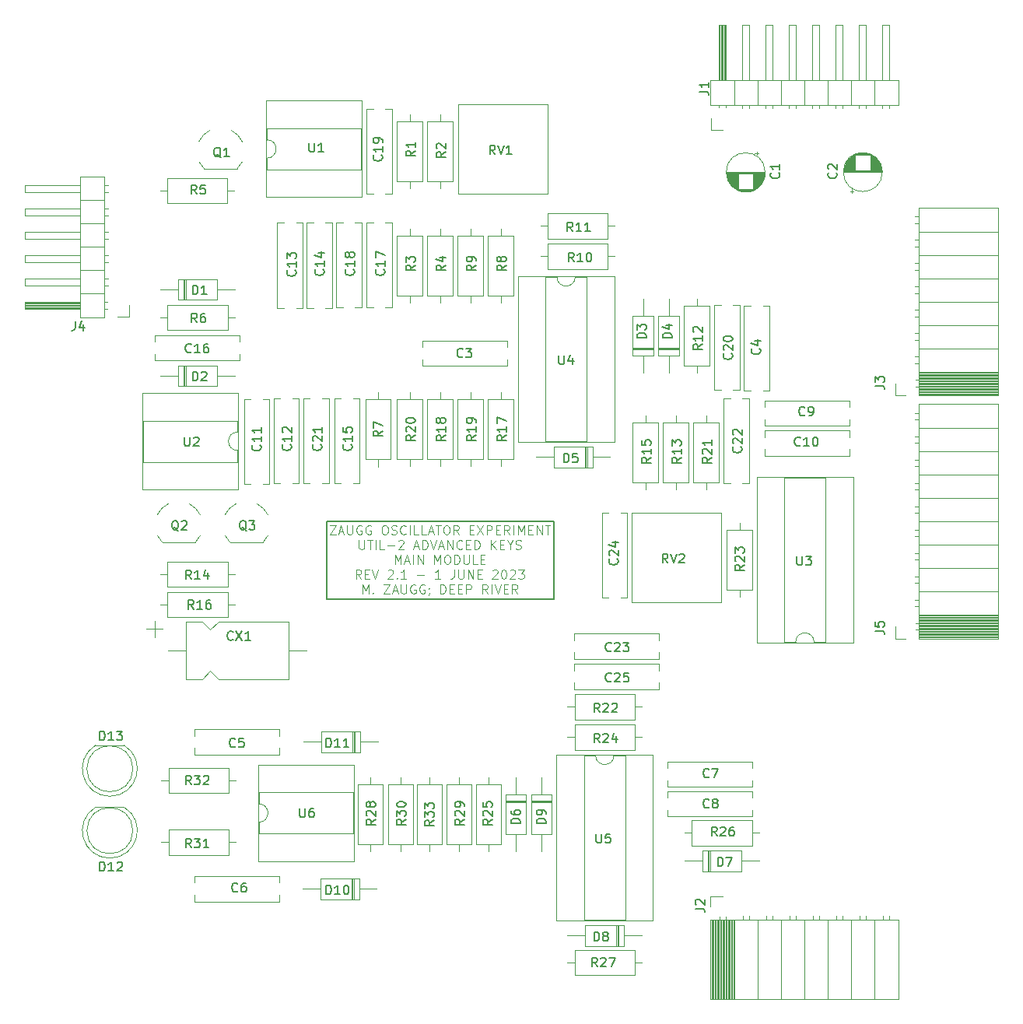
<source format=gto>
%TF.GenerationSoftware,KiCad,Pcbnew,7.0.3*%
%TF.CreationDate,2023-06-01T17:59:28-04:00*%
%TF.ProjectId,MainModule,4d61696e-4d6f-4647-956c-652e6b696361,rev?*%
%TF.SameCoordinates,Original*%
%TF.FileFunction,Legend,Top*%
%TF.FilePolarity,Positive*%
%FSLAX46Y46*%
G04 Gerber Fmt 4.6, Leading zero omitted, Abs format (unit mm)*
G04 Created by KiCad (PCBNEW 7.0.3) date 2023-06-01 17:59:28*
%MOMM*%
%LPD*%
G01*
G04 APERTURE LIST*
%ADD10C,0.150000*%
%ADD11C,0.125000*%
%ADD12C,0.153000*%
%ADD13C,0.120000*%
%ADD14C,1.600000*%
%ADD15O,1.600000X1.600000*%
%ADD16R,1.600000X1.600000*%
%ADD17C,4.300000*%
%ADD18R,1.600000X2.400000*%
%ADD19O,1.600000X2.400000*%
%ADD20R,1.700000X1.700000*%
%ADD21O,1.700000X1.700000*%
%ADD22R,2.400000X1.600000*%
%ADD23O,2.400000X1.600000*%
%ADD24R,1.500000X1.500000*%
%ADD25C,1.500000*%
%ADD26C,1.440000*%
%ADD27R,1.200000X1.200000*%
%ADD28C,1.200000*%
%ADD29R,1.800000X1.800000*%
%ADD30C,1.800000*%
%ADD31R,2.400000X2.400000*%
%ADD32O,2.400000X2.400000*%
G04 APERTURE END LIST*
D10*
X26875000Y-47976000D02*
X51625000Y-47976000D01*
X51625000Y-56500000D01*
X26875000Y-56500000D01*
X26875000Y-47976000D01*
D11*
X27231045Y-48431119D02*
X27897711Y-48431119D01*
X27897711Y-48431119D02*
X27231045Y-49431119D01*
X27231045Y-49431119D02*
X27897711Y-49431119D01*
X28231045Y-49145404D02*
X28707235Y-49145404D01*
X28135807Y-49431119D02*
X28469140Y-48431119D01*
X28469140Y-48431119D02*
X28802473Y-49431119D01*
X29135807Y-48431119D02*
X29135807Y-49240642D01*
X29135807Y-49240642D02*
X29183426Y-49335880D01*
X29183426Y-49335880D02*
X29231045Y-49383500D01*
X29231045Y-49383500D02*
X29326283Y-49431119D01*
X29326283Y-49431119D02*
X29516759Y-49431119D01*
X29516759Y-49431119D02*
X29611997Y-49383500D01*
X29611997Y-49383500D02*
X29659616Y-49335880D01*
X29659616Y-49335880D02*
X29707235Y-49240642D01*
X29707235Y-49240642D02*
X29707235Y-48431119D01*
X30707235Y-48478738D02*
X30611997Y-48431119D01*
X30611997Y-48431119D02*
X30469140Y-48431119D01*
X30469140Y-48431119D02*
X30326283Y-48478738D01*
X30326283Y-48478738D02*
X30231045Y-48573976D01*
X30231045Y-48573976D02*
X30183426Y-48669214D01*
X30183426Y-48669214D02*
X30135807Y-48859690D01*
X30135807Y-48859690D02*
X30135807Y-49002547D01*
X30135807Y-49002547D02*
X30183426Y-49193023D01*
X30183426Y-49193023D02*
X30231045Y-49288261D01*
X30231045Y-49288261D02*
X30326283Y-49383500D01*
X30326283Y-49383500D02*
X30469140Y-49431119D01*
X30469140Y-49431119D02*
X30564378Y-49431119D01*
X30564378Y-49431119D02*
X30707235Y-49383500D01*
X30707235Y-49383500D02*
X30754854Y-49335880D01*
X30754854Y-49335880D02*
X30754854Y-49002547D01*
X30754854Y-49002547D02*
X30564378Y-49002547D01*
X31707235Y-48478738D02*
X31611997Y-48431119D01*
X31611997Y-48431119D02*
X31469140Y-48431119D01*
X31469140Y-48431119D02*
X31326283Y-48478738D01*
X31326283Y-48478738D02*
X31231045Y-48573976D01*
X31231045Y-48573976D02*
X31183426Y-48669214D01*
X31183426Y-48669214D02*
X31135807Y-48859690D01*
X31135807Y-48859690D02*
X31135807Y-49002547D01*
X31135807Y-49002547D02*
X31183426Y-49193023D01*
X31183426Y-49193023D02*
X31231045Y-49288261D01*
X31231045Y-49288261D02*
X31326283Y-49383500D01*
X31326283Y-49383500D02*
X31469140Y-49431119D01*
X31469140Y-49431119D02*
X31564378Y-49431119D01*
X31564378Y-49431119D02*
X31707235Y-49383500D01*
X31707235Y-49383500D02*
X31754854Y-49335880D01*
X31754854Y-49335880D02*
X31754854Y-49002547D01*
X31754854Y-49002547D02*
X31564378Y-49002547D01*
X33135807Y-48431119D02*
X33326283Y-48431119D01*
X33326283Y-48431119D02*
X33421521Y-48478738D01*
X33421521Y-48478738D02*
X33516759Y-48573976D01*
X33516759Y-48573976D02*
X33564378Y-48764452D01*
X33564378Y-48764452D02*
X33564378Y-49097785D01*
X33564378Y-49097785D02*
X33516759Y-49288261D01*
X33516759Y-49288261D02*
X33421521Y-49383500D01*
X33421521Y-49383500D02*
X33326283Y-49431119D01*
X33326283Y-49431119D02*
X33135807Y-49431119D01*
X33135807Y-49431119D02*
X33040569Y-49383500D01*
X33040569Y-49383500D02*
X32945331Y-49288261D01*
X32945331Y-49288261D02*
X32897712Y-49097785D01*
X32897712Y-49097785D02*
X32897712Y-48764452D01*
X32897712Y-48764452D02*
X32945331Y-48573976D01*
X32945331Y-48573976D02*
X33040569Y-48478738D01*
X33040569Y-48478738D02*
X33135807Y-48431119D01*
X33945331Y-49383500D02*
X34088188Y-49431119D01*
X34088188Y-49431119D02*
X34326283Y-49431119D01*
X34326283Y-49431119D02*
X34421521Y-49383500D01*
X34421521Y-49383500D02*
X34469140Y-49335880D01*
X34469140Y-49335880D02*
X34516759Y-49240642D01*
X34516759Y-49240642D02*
X34516759Y-49145404D01*
X34516759Y-49145404D02*
X34469140Y-49050166D01*
X34469140Y-49050166D02*
X34421521Y-49002547D01*
X34421521Y-49002547D02*
X34326283Y-48954928D01*
X34326283Y-48954928D02*
X34135807Y-48907309D01*
X34135807Y-48907309D02*
X34040569Y-48859690D01*
X34040569Y-48859690D02*
X33992950Y-48812071D01*
X33992950Y-48812071D02*
X33945331Y-48716833D01*
X33945331Y-48716833D02*
X33945331Y-48621595D01*
X33945331Y-48621595D02*
X33992950Y-48526357D01*
X33992950Y-48526357D02*
X34040569Y-48478738D01*
X34040569Y-48478738D02*
X34135807Y-48431119D01*
X34135807Y-48431119D02*
X34373902Y-48431119D01*
X34373902Y-48431119D02*
X34516759Y-48478738D01*
X35516759Y-49335880D02*
X35469140Y-49383500D01*
X35469140Y-49383500D02*
X35326283Y-49431119D01*
X35326283Y-49431119D02*
X35231045Y-49431119D01*
X35231045Y-49431119D02*
X35088188Y-49383500D01*
X35088188Y-49383500D02*
X34992950Y-49288261D01*
X34992950Y-49288261D02*
X34945331Y-49193023D01*
X34945331Y-49193023D02*
X34897712Y-49002547D01*
X34897712Y-49002547D02*
X34897712Y-48859690D01*
X34897712Y-48859690D02*
X34945331Y-48669214D01*
X34945331Y-48669214D02*
X34992950Y-48573976D01*
X34992950Y-48573976D02*
X35088188Y-48478738D01*
X35088188Y-48478738D02*
X35231045Y-48431119D01*
X35231045Y-48431119D02*
X35326283Y-48431119D01*
X35326283Y-48431119D02*
X35469140Y-48478738D01*
X35469140Y-48478738D02*
X35516759Y-48526357D01*
X35945331Y-49431119D02*
X35945331Y-48431119D01*
X36897711Y-49431119D02*
X36421521Y-49431119D01*
X36421521Y-49431119D02*
X36421521Y-48431119D01*
X37707235Y-49431119D02*
X37231045Y-49431119D01*
X37231045Y-49431119D02*
X37231045Y-48431119D01*
X37992950Y-49145404D02*
X38469140Y-49145404D01*
X37897712Y-49431119D02*
X38231045Y-48431119D01*
X38231045Y-48431119D02*
X38564378Y-49431119D01*
X38754855Y-48431119D02*
X39326283Y-48431119D01*
X39040569Y-49431119D02*
X39040569Y-48431119D01*
X39850093Y-48431119D02*
X40040569Y-48431119D01*
X40040569Y-48431119D02*
X40135807Y-48478738D01*
X40135807Y-48478738D02*
X40231045Y-48573976D01*
X40231045Y-48573976D02*
X40278664Y-48764452D01*
X40278664Y-48764452D02*
X40278664Y-49097785D01*
X40278664Y-49097785D02*
X40231045Y-49288261D01*
X40231045Y-49288261D02*
X40135807Y-49383500D01*
X40135807Y-49383500D02*
X40040569Y-49431119D01*
X40040569Y-49431119D02*
X39850093Y-49431119D01*
X39850093Y-49431119D02*
X39754855Y-49383500D01*
X39754855Y-49383500D02*
X39659617Y-49288261D01*
X39659617Y-49288261D02*
X39611998Y-49097785D01*
X39611998Y-49097785D02*
X39611998Y-48764452D01*
X39611998Y-48764452D02*
X39659617Y-48573976D01*
X39659617Y-48573976D02*
X39754855Y-48478738D01*
X39754855Y-48478738D02*
X39850093Y-48431119D01*
X41278664Y-49431119D02*
X40945331Y-48954928D01*
X40707236Y-49431119D02*
X40707236Y-48431119D01*
X40707236Y-48431119D02*
X41088188Y-48431119D01*
X41088188Y-48431119D02*
X41183426Y-48478738D01*
X41183426Y-48478738D02*
X41231045Y-48526357D01*
X41231045Y-48526357D02*
X41278664Y-48621595D01*
X41278664Y-48621595D02*
X41278664Y-48764452D01*
X41278664Y-48764452D02*
X41231045Y-48859690D01*
X41231045Y-48859690D02*
X41183426Y-48907309D01*
X41183426Y-48907309D02*
X41088188Y-48954928D01*
X41088188Y-48954928D02*
X40707236Y-48954928D01*
X42469141Y-48907309D02*
X42802474Y-48907309D01*
X42945331Y-49431119D02*
X42469141Y-49431119D01*
X42469141Y-49431119D02*
X42469141Y-48431119D01*
X42469141Y-48431119D02*
X42945331Y-48431119D01*
X43278665Y-48431119D02*
X43945331Y-49431119D01*
X43945331Y-48431119D02*
X43278665Y-49431119D01*
X44326284Y-49431119D02*
X44326284Y-48431119D01*
X44326284Y-48431119D02*
X44707236Y-48431119D01*
X44707236Y-48431119D02*
X44802474Y-48478738D01*
X44802474Y-48478738D02*
X44850093Y-48526357D01*
X44850093Y-48526357D02*
X44897712Y-48621595D01*
X44897712Y-48621595D02*
X44897712Y-48764452D01*
X44897712Y-48764452D02*
X44850093Y-48859690D01*
X44850093Y-48859690D02*
X44802474Y-48907309D01*
X44802474Y-48907309D02*
X44707236Y-48954928D01*
X44707236Y-48954928D02*
X44326284Y-48954928D01*
X45326284Y-48907309D02*
X45659617Y-48907309D01*
X45802474Y-49431119D02*
X45326284Y-49431119D01*
X45326284Y-49431119D02*
X45326284Y-48431119D01*
X45326284Y-48431119D02*
X45802474Y-48431119D01*
X46802474Y-49431119D02*
X46469141Y-48954928D01*
X46231046Y-49431119D02*
X46231046Y-48431119D01*
X46231046Y-48431119D02*
X46611998Y-48431119D01*
X46611998Y-48431119D02*
X46707236Y-48478738D01*
X46707236Y-48478738D02*
X46754855Y-48526357D01*
X46754855Y-48526357D02*
X46802474Y-48621595D01*
X46802474Y-48621595D02*
X46802474Y-48764452D01*
X46802474Y-48764452D02*
X46754855Y-48859690D01*
X46754855Y-48859690D02*
X46707236Y-48907309D01*
X46707236Y-48907309D02*
X46611998Y-48954928D01*
X46611998Y-48954928D02*
X46231046Y-48954928D01*
X47231046Y-49431119D02*
X47231046Y-48431119D01*
X47707236Y-49431119D02*
X47707236Y-48431119D01*
X47707236Y-48431119D02*
X48040569Y-49145404D01*
X48040569Y-49145404D02*
X48373902Y-48431119D01*
X48373902Y-48431119D02*
X48373902Y-49431119D01*
X48850093Y-48907309D02*
X49183426Y-48907309D01*
X49326283Y-49431119D02*
X48850093Y-49431119D01*
X48850093Y-49431119D02*
X48850093Y-48431119D01*
X48850093Y-48431119D02*
X49326283Y-48431119D01*
X49754855Y-49431119D02*
X49754855Y-48431119D01*
X49754855Y-48431119D02*
X50326283Y-49431119D01*
X50326283Y-49431119D02*
X50326283Y-48431119D01*
X50659617Y-48431119D02*
X51231045Y-48431119D01*
X50945331Y-49431119D02*
X50945331Y-48431119D01*
X30421521Y-50041119D02*
X30421521Y-50850642D01*
X30421521Y-50850642D02*
X30469140Y-50945880D01*
X30469140Y-50945880D02*
X30516759Y-50993500D01*
X30516759Y-50993500D02*
X30611997Y-51041119D01*
X30611997Y-51041119D02*
X30802473Y-51041119D01*
X30802473Y-51041119D02*
X30897711Y-50993500D01*
X30897711Y-50993500D02*
X30945330Y-50945880D01*
X30945330Y-50945880D02*
X30992949Y-50850642D01*
X30992949Y-50850642D02*
X30992949Y-50041119D01*
X31326283Y-50041119D02*
X31897711Y-50041119D01*
X31611997Y-51041119D02*
X31611997Y-50041119D01*
X32231045Y-51041119D02*
X32231045Y-50041119D01*
X33183425Y-51041119D02*
X32707235Y-51041119D01*
X32707235Y-51041119D02*
X32707235Y-50041119D01*
X33516759Y-50660166D02*
X34278664Y-50660166D01*
X34707235Y-50136357D02*
X34754854Y-50088738D01*
X34754854Y-50088738D02*
X34850092Y-50041119D01*
X34850092Y-50041119D02*
X35088187Y-50041119D01*
X35088187Y-50041119D02*
X35183425Y-50088738D01*
X35183425Y-50088738D02*
X35231044Y-50136357D01*
X35231044Y-50136357D02*
X35278663Y-50231595D01*
X35278663Y-50231595D02*
X35278663Y-50326833D01*
X35278663Y-50326833D02*
X35231044Y-50469690D01*
X35231044Y-50469690D02*
X34659616Y-51041119D01*
X34659616Y-51041119D02*
X35278663Y-51041119D01*
X36421521Y-50755404D02*
X36897711Y-50755404D01*
X36326283Y-51041119D02*
X36659616Y-50041119D01*
X36659616Y-50041119D02*
X36992949Y-51041119D01*
X37326283Y-51041119D02*
X37326283Y-50041119D01*
X37326283Y-50041119D02*
X37564378Y-50041119D01*
X37564378Y-50041119D02*
X37707235Y-50088738D01*
X37707235Y-50088738D02*
X37802473Y-50183976D01*
X37802473Y-50183976D02*
X37850092Y-50279214D01*
X37850092Y-50279214D02*
X37897711Y-50469690D01*
X37897711Y-50469690D02*
X37897711Y-50612547D01*
X37897711Y-50612547D02*
X37850092Y-50803023D01*
X37850092Y-50803023D02*
X37802473Y-50898261D01*
X37802473Y-50898261D02*
X37707235Y-50993500D01*
X37707235Y-50993500D02*
X37564378Y-51041119D01*
X37564378Y-51041119D02*
X37326283Y-51041119D01*
X38183426Y-50041119D02*
X38516759Y-51041119D01*
X38516759Y-51041119D02*
X38850092Y-50041119D01*
X39135807Y-50755404D02*
X39611997Y-50755404D01*
X39040569Y-51041119D02*
X39373902Y-50041119D01*
X39373902Y-50041119D02*
X39707235Y-51041119D01*
X40040569Y-51041119D02*
X40040569Y-50041119D01*
X40040569Y-50041119D02*
X40611997Y-51041119D01*
X40611997Y-51041119D02*
X40611997Y-50041119D01*
X41659616Y-50945880D02*
X41611997Y-50993500D01*
X41611997Y-50993500D02*
X41469140Y-51041119D01*
X41469140Y-51041119D02*
X41373902Y-51041119D01*
X41373902Y-51041119D02*
X41231045Y-50993500D01*
X41231045Y-50993500D02*
X41135807Y-50898261D01*
X41135807Y-50898261D02*
X41088188Y-50803023D01*
X41088188Y-50803023D02*
X41040569Y-50612547D01*
X41040569Y-50612547D02*
X41040569Y-50469690D01*
X41040569Y-50469690D02*
X41088188Y-50279214D01*
X41088188Y-50279214D02*
X41135807Y-50183976D01*
X41135807Y-50183976D02*
X41231045Y-50088738D01*
X41231045Y-50088738D02*
X41373902Y-50041119D01*
X41373902Y-50041119D02*
X41469140Y-50041119D01*
X41469140Y-50041119D02*
X41611997Y-50088738D01*
X41611997Y-50088738D02*
X41659616Y-50136357D01*
X42088188Y-50517309D02*
X42421521Y-50517309D01*
X42564378Y-51041119D02*
X42088188Y-51041119D01*
X42088188Y-51041119D02*
X42088188Y-50041119D01*
X42088188Y-50041119D02*
X42564378Y-50041119D01*
X42992950Y-51041119D02*
X42992950Y-50041119D01*
X42992950Y-50041119D02*
X43231045Y-50041119D01*
X43231045Y-50041119D02*
X43373902Y-50088738D01*
X43373902Y-50088738D02*
X43469140Y-50183976D01*
X43469140Y-50183976D02*
X43516759Y-50279214D01*
X43516759Y-50279214D02*
X43564378Y-50469690D01*
X43564378Y-50469690D02*
X43564378Y-50612547D01*
X43564378Y-50612547D02*
X43516759Y-50803023D01*
X43516759Y-50803023D02*
X43469140Y-50898261D01*
X43469140Y-50898261D02*
X43373902Y-50993500D01*
X43373902Y-50993500D02*
X43231045Y-51041119D01*
X43231045Y-51041119D02*
X42992950Y-51041119D01*
X44754855Y-51041119D02*
X44754855Y-50041119D01*
X45326283Y-51041119D02*
X44897712Y-50469690D01*
X45326283Y-50041119D02*
X44754855Y-50612547D01*
X45754855Y-50517309D02*
X46088188Y-50517309D01*
X46231045Y-51041119D02*
X45754855Y-51041119D01*
X45754855Y-51041119D02*
X45754855Y-50041119D01*
X45754855Y-50041119D02*
X46231045Y-50041119D01*
X46850093Y-50564928D02*
X46850093Y-51041119D01*
X46516760Y-50041119D02*
X46850093Y-50564928D01*
X46850093Y-50564928D02*
X47183426Y-50041119D01*
X47469141Y-50993500D02*
X47611998Y-51041119D01*
X47611998Y-51041119D02*
X47850093Y-51041119D01*
X47850093Y-51041119D02*
X47945331Y-50993500D01*
X47945331Y-50993500D02*
X47992950Y-50945880D01*
X47992950Y-50945880D02*
X48040569Y-50850642D01*
X48040569Y-50850642D02*
X48040569Y-50755404D01*
X48040569Y-50755404D02*
X47992950Y-50660166D01*
X47992950Y-50660166D02*
X47945331Y-50612547D01*
X47945331Y-50612547D02*
X47850093Y-50564928D01*
X47850093Y-50564928D02*
X47659617Y-50517309D01*
X47659617Y-50517309D02*
X47564379Y-50469690D01*
X47564379Y-50469690D02*
X47516760Y-50422071D01*
X47516760Y-50422071D02*
X47469141Y-50326833D01*
X47469141Y-50326833D02*
X47469141Y-50231595D01*
X47469141Y-50231595D02*
X47516760Y-50136357D01*
X47516760Y-50136357D02*
X47564379Y-50088738D01*
X47564379Y-50088738D02*
X47659617Y-50041119D01*
X47659617Y-50041119D02*
X47897712Y-50041119D01*
X47897712Y-50041119D02*
X48040569Y-50088738D01*
X34326284Y-52651119D02*
X34326284Y-51651119D01*
X34326284Y-51651119D02*
X34659617Y-52365404D01*
X34659617Y-52365404D02*
X34992950Y-51651119D01*
X34992950Y-51651119D02*
X34992950Y-52651119D01*
X35421522Y-52365404D02*
X35897712Y-52365404D01*
X35326284Y-52651119D02*
X35659617Y-51651119D01*
X35659617Y-51651119D02*
X35992950Y-52651119D01*
X36326284Y-52651119D02*
X36326284Y-51651119D01*
X36802474Y-52651119D02*
X36802474Y-51651119D01*
X36802474Y-51651119D02*
X37373902Y-52651119D01*
X37373902Y-52651119D02*
X37373902Y-51651119D01*
X38611998Y-52651119D02*
X38611998Y-51651119D01*
X38611998Y-51651119D02*
X38945331Y-52365404D01*
X38945331Y-52365404D02*
X39278664Y-51651119D01*
X39278664Y-51651119D02*
X39278664Y-52651119D01*
X39945331Y-51651119D02*
X40135807Y-51651119D01*
X40135807Y-51651119D02*
X40231045Y-51698738D01*
X40231045Y-51698738D02*
X40326283Y-51793976D01*
X40326283Y-51793976D02*
X40373902Y-51984452D01*
X40373902Y-51984452D02*
X40373902Y-52317785D01*
X40373902Y-52317785D02*
X40326283Y-52508261D01*
X40326283Y-52508261D02*
X40231045Y-52603500D01*
X40231045Y-52603500D02*
X40135807Y-52651119D01*
X40135807Y-52651119D02*
X39945331Y-52651119D01*
X39945331Y-52651119D02*
X39850093Y-52603500D01*
X39850093Y-52603500D02*
X39754855Y-52508261D01*
X39754855Y-52508261D02*
X39707236Y-52317785D01*
X39707236Y-52317785D02*
X39707236Y-51984452D01*
X39707236Y-51984452D02*
X39754855Y-51793976D01*
X39754855Y-51793976D02*
X39850093Y-51698738D01*
X39850093Y-51698738D02*
X39945331Y-51651119D01*
X40802474Y-52651119D02*
X40802474Y-51651119D01*
X40802474Y-51651119D02*
X41040569Y-51651119D01*
X41040569Y-51651119D02*
X41183426Y-51698738D01*
X41183426Y-51698738D02*
X41278664Y-51793976D01*
X41278664Y-51793976D02*
X41326283Y-51889214D01*
X41326283Y-51889214D02*
X41373902Y-52079690D01*
X41373902Y-52079690D02*
X41373902Y-52222547D01*
X41373902Y-52222547D02*
X41326283Y-52413023D01*
X41326283Y-52413023D02*
X41278664Y-52508261D01*
X41278664Y-52508261D02*
X41183426Y-52603500D01*
X41183426Y-52603500D02*
X41040569Y-52651119D01*
X41040569Y-52651119D02*
X40802474Y-52651119D01*
X41802474Y-51651119D02*
X41802474Y-52460642D01*
X41802474Y-52460642D02*
X41850093Y-52555880D01*
X41850093Y-52555880D02*
X41897712Y-52603500D01*
X41897712Y-52603500D02*
X41992950Y-52651119D01*
X41992950Y-52651119D02*
X42183426Y-52651119D01*
X42183426Y-52651119D02*
X42278664Y-52603500D01*
X42278664Y-52603500D02*
X42326283Y-52555880D01*
X42326283Y-52555880D02*
X42373902Y-52460642D01*
X42373902Y-52460642D02*
X42373902Y-51651119D01*
X43326283Y-52651119D02*
X42850093Y-52651119D01*
X42850093Y-52651119D02*
X42850093Y-51651119D01*
X43659617Y-52127309D02*
X43992950Y-52127309D01*
X44135807Y-52651119D02*
X43659617Y-52651119D01*
X43659617Y-52651119D02*
X43659617Y-51651119D01*
X43659617Y-51651119D02*
X44135807Y-51651119D01*
X30659616Y-54261119D02*
X30326283Y-53784928D01*
X30088188Y-54261119D02*
X30088188Y-53261119D01*
X30088188Y-53261119D02*
X30469140Y-53261119D01*
X30469140Y-53261119D02*
X30564378Y-53308738D01*
X30564378Y-53308738D02*
X30611997Y-53356357D01*
X30611997Y-53356357D02*
X30659616Y-53451595D01*
X30659616Y-53451595D02*
X30659616Y-53594452D01*
X30659616Y-53594452D02*
X30611997Y-53689690D01*
X30611997Y-53689690D02*
X30564378Y-53737309D01*
X30564378Y-53737309D02*
X30469140Y-53784928D01*
X30469140Y-53784928D02*
X30088188Y-53784928D01*
X31088188Y-53737309D02*
X31421521Y-53737309D01*
X31564378Y-54261119D02*
X31088188Y-54261119D01*
X31088188Y-54261119D02*
X31088188Y-53261119D01*
X31088188Y-53261119D02*
X31564378Y-53261119D01*
X31850093Y-53261119D02*
X32183426Y-54261119D01*
X32183426Y-54261119D02*
X32516759Y-53261119D01*
X33564379Y-53356357D02*
X33611998Y-53308738D01*
X33611998Y-53308738D02*
X33707236Y-53261119D01*
X33707236Y-53261119D02*
X33945331Y-53261119D01*
X33945331Y-53261119D02*
X34040569Y-53308738D01*
X34040569Y-53308738D02*
X34088188Y-53356357D01*
X34088188Y-53356357D02*
X34135807Y-53451595D01*
X34135807Y-53451595D02*
X34135807Y-53546833D01*
X34135807Y-53546833D02*
X34088188Y-53689690D01*
X34088188Y-53689690D02*
X33516760Y-54261119D01*
X33516760Y-54261119D02*
X34135807Y-54261119D01*
X34564379Y-54165880D02*
X34611998Y-54213500D01*
X34611998Y-54213500D02*
X34564379Y-54261119D01*
X34564379Y-54261119D02*
X34516760Y-54213500D01*
X34516760Y-54213500D02*
X34564379Y-54165880D01*
X34564379Y-54165880D02*
X34564379Y-54261119D01*
X35564378Y-54261119D02*
X34992950Y-54261119D01*
X35278664Y-54261119D02*
X35278664Y-53261119D01*
X35278664Y-53261119D02*
X35183426Y-53403976D01*
X35183426Y-53403976D02*
X35088188Y-53499214D01*
X35088188Y-53499214D02*
X34992950Y-53546833D01*
X36754855Y-53880166D02*
X37516760Y-53880166D01*
X39278664Y-54261119D02*
X38707236Y-54261119D01*
X38992950Y-54261119D02*
X38992950Y-53261119D01*
X38992950Y-53261119D02*
X38897712Y-53403976D01*
X38897712Y-53403976D02*
X38802474Y-53499214D01*
X38802474Y-53499214D02*
X38707236Y-53546833D01*
X40754855Y-53261119D02*
X40754855Y-53975404D01*
X40754855Y-53975404D02*
X40707236Y-54118261D01*
X40707236Y-54118261D02*
X40611998Y-54213500D01*
X40611998Y-54213500D02*
X40469141Y-54261119D01*
X40469141Y-54261119D02*
X40373903Y-54261119D01*
X41231046Y-53261119D02*
X41231046Y-54070642D01*
X41231046Y-54070642D02*
X41278665Y-54165880D01*
X41278665Y-54165880D02*
X41326284Y-54213500D01*
X41326284Y-54213500D02*
X41421522Y-54261119D01*
X41421522Y-54261119D02*
X41611998Y-54261119D01*
X41611998Y-54261119D02*
X41707236Y-54213500D01*
X41707236Y-54213500D02*
X41754855Y-54165880D01*
X41754855Y-54165880D02*
X41802474Y-54070642D01*
X41802474Y-54070642D02*
X41802474Y-53261119D01*
X42278665Y-54261119D02*
X42278665Y-53261119D01*
X42278665Y-53261119D02*
X42850093Y-54261119D01*
X42850093Y-54261119D02*
X42850093Y-53261119D01*
X43326284Y-53737309D02*
X43659617Y-53737309D01*
X43802474Y-54261119D02*
X43326284Y-54261119D01*
X43326284Y-54261119D02*
X43326284Y-53261119D01*
X43326284Y-53261119D02*
X43802474Y-53261119D01*
X44945332Y-53356357D02*
X44992951Y-53308738D01*
X44992951Y-53308738D02*
X45088189Y-53261119D01*
X45088189Y-53261119D02*
X45326284Y-53261119D01*
X45326284Y-53261119D02*
X45421522Y-53308738D01*
X45421522Y-53308738D02*
X45469141Y-53356357D01*
X45469141Y-53356357D02*
X45516760Y-53451595D01*
X45516760Y-53451595D02*
X45516760Y-53546833D01*
X45516760Y-53546833D02*
X45469141Y-53689690D01*
X45469141Y-53689690D02*
X44897713Y-54261119D01*
X44897713Y-54261119D02*
X45516760Y-54261119D01*
X46135808Y-53261119D02*
X46231046Y-53261119D01*
X46231046Y-53261119D02*
X46326284Y-53308738D01*
X46326284Y-53308738D02*
X46373903Y-53356357D01*
X46373903Y-53356357D02*
X46421522Y-53451595D01*
X46421522Y-53451595D02*
X46469141Y-53642071D01*
X46469141Y-53642071D02*
X46469141Y-53880166D01*
X46469141Y-53880166D02*
X46421522Y-54070642D01*
X46421522Y-54070642D02*
X46373903Y-54165880D01*
X46373903Y-54165880D02*
X46326284Y-54213500D01*
X46326284Y-54213500D02*
X46231046Y-54261119D01*
X46231046Y-54261119D02*
X46135808Y-54261119D01*
X46135808Y-54261119D02*
X46040570Y-54213500D01*
X46040570Y-54213500D02*
X45992951Y-54165880D01*
X45992951Y-54165880D02*
X45945332Y-54070642D01*
X45945332Y-54070642D02*
X45897713Y-53880166D01*
X45897713Y-53880166D02*
X45897713Y-53642071D01*
X45897713Y-53642071D02*
X45945332Y-53451595D01*
X45945332Y-53451595D02*
X45992951Y-53356357D01*
X45992951Y-53356357D02*
X46040570Y-53308738D01*
X46040570Y-53308738D02*
X46135808Y-53261119D01*
X46850094Y-53356357D02*
X46897713Y-53308738D01*
X46897713Y-53308738D02*
X46992951Y-53261119D01*
X46992951Y-53261119D02*
X47231046Y-53261119D01*
X47231046Y-53261119D02*
X47326284Y-53308738D01*
X47326284Y-53308738D02*
X47373903Y-53356357D01*
X47373903Y-53356357D02*
X47421522Y-53451595D01*
X47421522Y-53451595D02*
X47421522Y-53546833D01*
X47421522Y-53546833D02*
X47373903Y-53689690D01*
X47373903Y-53689690D02*
X46802475Y-54261119D01*
X46802475Y-54261119D02*
X47421522Y-54261119D01*
X47754856Y-53261119D02*
X48373903Y-53261119D01*
X48373903Y-53261119D02*
X48040570Y-53642071D01*
X48040570Y-53642071D02*
X48183427Y-53642071D01*
X48183427Y-53642071D02*
X48278665Y-53689690D01*
X48278665Y-53689690D02*
X48326284Y-53737309D01*
X48326284Y-53737309D02*
X48373903Y-53832547D01*
X48373903Y-53832547D02*
X48373903Y-54070642D01*
X48373903Y-54070642D02*
X48326284Y-54165880D01*
X48326284Y-54165880D02*
X48278665Y-54213500D01*
X48278665Y-54213500D02*
X48183427Y-54261119D01*
X48183427Y-54261119D02*
X47897713Y-54261119D01*
X47897713Y-54261119D02*
X47802475Y-54213500D01*
X47802475Y-54213500D02*
X47754856Y-54165880D01*
X30802474Y-55871119D02*
X30802474Y-54871119D01*
X30802474Y-54871119D02*
X31135807Y-55585404D01*
X31135807Y-55585404D02*
X31469140Y-54871119D01*
X31469140Y-54871119D02*
X31469140Y-55871119D01*
X31945331Y-55775880D02*
X31992950Y-55823500D01*
X31992950Y-55823500D02*
X31945331Y-55871119D01*
X31945331Y-55871119D02*
X31897712Y-55823500D01*
X31897712Y-55823500D02*
X31945331Y-55775880D01*
X31945331Y-55775880D02*
X31945331Y-55871119D01*
X33088188Y-54871119D02*
X33754854Y-54871119D01*
X33754854Y-54871119D02*
X33088188Y-55871119D01*
X33088188Y-55871119D02*
X33754854Y-55871119D01*
X34088188Y-55585404D02*
X34564378Y-55585404D01*
X33992950Y-55871119D02*
X34326283Y-54871119D01*
X34326283Y-54871119D02*
X34659616Y-55871119D01*
X34992950Y-54871119D02*
X34992950Y-55680642D01*
X34992950Y-55680642D02*
X35040569Y-55775880D01*
X35040569Y-55775880D02*
X35088188Y-55823500D01*
X35088188Y-55823500D02*
X35183426Y-55871119D01*
X35183426Y-55871119D02*
X35373902Y-55871119D01*
X35373902Y-55871119D02*
X35469140Y-55823500D01*
X35469140Y-55823500D02*
X35516759Y-55775880D01*
X35516759Y-55775880D02*
X35564378Y-55680642D01*
X35564378Y-55680642D02*
X35564378Y-54871119D01*
X36564378Y-54918738D02*
X36469140Y-54871119D01*
X36469140Y-54871119D02*
X36326283Y-54871119D01*
X36326283Y-54871119D02*
X36183426Y-54918738D01*
X36183426Y-54918738D02*
X36088188Y-55013976D01*
X36088188Y-55013976D02*
X36040569Y-55109214D01*
X36040569Y-55109214D02*
X35992950Y-55299690D01*
X35992950Y-55299690D02*
X35992950Y-55442547D01*
X35992950Y-55442547D02*
X36040569Y-55633023D01*
X36040569Y-55633023D02*
X36088188Y-55728261D01*
X36088188Y-55728261D02*
X36183426Y-55823500D01*
X36183426Y-55823500D02*
X36326283Y-55871119D01*
X36326283Y-55871119D02*
X36421521Y-55871119D01*
X36421521Y-55871119D02*
X36564378Y-55823500D01*
X36564378Y-55823500D02*
X36611997Y-55775880D01*
X36611997Y-55775880D02*
X36611997Y-55442547D01*
X36611997Y-55442547D02*
X36421521Y-55442547D01*
X37564378Y-54918738D02*
X37469140Y-54871119D01*
X37469140Y-54871119D02*
X37326283Y-54871119D01*
X37326283Y-54871119D02*
X37183426Y-54918738D01*
X37183426Y-54918738D02*
X37088188Y-55013976D01*
X37088188Y-55013976D02*
X37040569Y-55109214D01*
X37040569Y-55109214D02*
X36992950Y-55299690D01*
X36992950Y-55299690D02*
X36992950Y-55442547D01*
X36992950Y-55442547D02*
X37040569Y-55633023D01*
X37040569Y-55633023D02*
X37088188Y-55728261D01*
X37088188Y-55728261D02*
X37183426Y-55823500D01*
X37183426Y-55823500D02*
X37326283Y-55871119D01*
X37326283Y-55871119D02*
X37421521Y-55871119D01*
X37421521Y-55871119D02*
X37564378Y-55823500D01*
X37564378Y-55823500D02*
X37611997Y-55775880D01*
X37611997Y-55775880D02*
X37611997Y-55442547D01*
X37611997Y-55442547D02*
X37421521Y-55442547D01*
X38088188Y-55823500D02*
X38088188Y-55871119D01*
X38088188Y-55871119D02*
X38040569Y-55966357D01*
X38040569Y-55966357D02*
X37992950Y-56013976D01*
X38040569Y-55252071D02*
X38088188Y-55299690D01*
X38088188Y-55299690D02*
X38040569Y-55347309D01*
X38040569Y-55347309D02*
X37992950Y-55299690D01*
X37992950Y-55299690D02*
X38040569Y-55252071D01*
X38040569Y-55252071D02*
X38040569Y-55347309D01*
X39278664Y-55871119D02*
X39278664Y-54871119D01*
X39278664Y-54871119D02*
X39516759Y-54871119D01*
X39516759Y-54871119D02*
X39659616Y-54918738D01*
X39659616Y-54918738D02*
X39754854Y-55013976D01*
X39754854Y-55013976D02*
X39802473Y-55109214D01*
X39802473Y-55109214D02*
X39850092Y-55299690D01*
X39850092Y-55299690D02*
X39850092Y-55442547D01*
X39850092Y-55442547D02*
X39802473Y-55633023D01*
X39802473Y-55633023D02*
X39754854Y-55728261D01*
X39754854Y-55728261D02*
X39659616Y-55823500D01*
X39659616Y-55823500D02*
X39516759Y-55871119D01*
X39516759Y-55871119D02*
X39278664Y-55871119D01*
X40278664Y-55347309D02*
X40611997Y-55347309D01*
X40754854Y-55871119D02*
X40278664Y-55871119D01*
X40278664Y-55871119D02*
X40278664Y-54871119D01*
X40278664Y-54871119D02*
X40754854Y-54871119D01*
X41183426Y-55347309D02*
X41516759Y-55347309D01*
X41659616Y-55871119D02*
X41183426Y-55871119D01*
X41183426Y-55871119D02*
X41183426Y-54871119D01*
X41183426Y-54871119D02*
X41659616Y-54871119D01*
X42088188Y-55871119D02*
X42088188Y-54871119D01*
X42088188Y-54871119D02*
X42469140Y-54871119D01*
X42469140Y-54871119D02*
X42564378Y-54918738D01*
X42564378Y-54918738D02*
X42611997Y-54966357D01*
X42611997Y-54966357D02*
X42659616Y-55061595D01*
X42659616Y-55061595D02*
X42659616Y-55204452D01*
X42659616Y-55204452D02*
X42611997Y-55299690D01*
X42611997Y-55299690D02*
X42564378Y-55347309D01*
X42564378Y-55347309D02*
X42469140Y-55394928D01*
X42469140Y-55394928D02*
X42088188Y-55394928D01*
X44421521Y-55871119D02*
X44088188Y-55394928D01*
X43850093Y-55871119D02*
X43850093Y-54871119D01*
X43850093Y-54871119D02*
X44231045Y-54871119D01*
X44231045Y-54871119D02*
X44326283Y-54918738D01*
X44326283Y-54918738D02*
X44373902Y-54966357D01*
X44373902Y-54966357D02*
X44421521Y-55061595D01*
X44421521Y-55061595D02*
X44421521Y-55204452D01*
X44421521Y-55204452D02*
X44373902Y-55299690D01*
X44373902Y-55299690D02*
X44326283Y-55347309D01*
X44326283Y-55347309D02*
X44231045Y-55394928D01*
X44231045Y-55394928D02*
X43850093Y-55394928D01*
X44850093Y-55871119D02*
X44850093Y-54871119D01*
X45183426Y-54871119D02*
X45516759Y-55871119D01*
X45516759Y-55871119D02*
X45850092Y-54871119D01*
X46183426Y-55347309D02*
X46516759Y-55347309D01*
X46659616Y-55871119D02*
X46183426Y-55871119D01*
X46183426Y-55871119D02*
X46183426Y-54871119D01*
X46183426Y-54871119D02*
X46659616Y-54871119D01*
X47659616Y-55871119D02*
X47326283Y-55394928D01*
X47088188Y-55871119D02*
X47088188Y-54871119D01*
X47088188Y-54871119D02*
X47469140Y-54871119D01*
X47469140Y-54871119D02*
X47564378Y-54918738D01*
X47564378Y-54918738D02*
X47611997Y-54966357D01*
X47611997Y-54966357D02*
X47659616Y-55061595D01*
X47659616Y-55061595D02*
X47659616Y-55204452D01*
X47659616Y-55204452D02*
X47611997Y-55299690D01*
X47611997Y-55299690D02*
X47564378Y-55347309D01*
X47564378Y-55347309D02*
X47469140Y-55394928D01*
X47469140Y-55394928D02*
X47088188Y-55394928D01*
D12*
X35506663Y-80425200D02*
X35030472Y-80758533D01*
X35506663Y-80996628D02*
X34506663Y-80996628D01*
X34506663Y-80996628D02*
X34506663Y-80615676D01*
X34506663Y-80615676D02*
X34554282Y-80520438D01*
X34554282Y-80520438D02*
X34601901Y-80472819D01*
X34601901Y-80472819D02*
X34697139Y-80425200D01*
X34697139Y-80425200D02*
X34839996Y-80425200D01*
X34839996Y-80425200D02*
X34935234Y-80472819D01*
X34935234Y-80472819D02*
X34982853Y-80520438D01*
X34982853Y-80520438D02*
X35030472Y-80615676D01*
X35030472Y-80615676D02*
X35030472Y-80996628D01*
X34506663Y-80091866D02*
X34506663Y-79472819D01*
X34506663Y-79472819D02*
X34887615Y-79806152D01*
X34887615Y-79806152D02*
X34887615Y-79663295D01*
X34887615Y-79663295D02*
X34935234Y-79568057D01*
X34935234Y-79568057D02*
X34982853Y-79520438D01*
X34982853Y-79520438D02*
X35078091Y-79472819D01*
X35078091Y-79472819D02*
X35316186Y-79472819D01*
X35316186Y-79472819D02*
X35411424Y-79520438D01*
X35411424Y-79520438D02*
X35459044Y-79568057D01*
X35459044Y-79568057D02*
X35506663Y-79663295D01*
X35506663Y-79663295D02*
X35506663Y-79949009D01*
X35506663Y-79949009D02*
X35459044Y-80044247D01*
X35459044Y-80044247D02*
X35411424Y-80091866D01*
X34506663Y-78853771D02*
X34506663Y-78758533D01*
X34506663Y-78758533D02*
X34554282Y-78663295D01*
X34554282Y-78663295D02*
X34601901Y-78615676D01*
X34601901Y-78615676D02*
X34697139Y-78568057D01*
X34697139Y-78568057D02*
X34887615Y-78520438D01*
X34887615Y-78520438D02*
X35125710Y-78520438D01*
X35125710Y-78520438D02*
X35316186Y-78568057D01*
X35316186Y-78568057D02*
X35411424Y-78615676D01*
X35411424Y-78615676D02*
X35459044Y-78663295D01*
X35459044Y-78663295D02*
X35506663Y-78758533D01*
X35506663Y-78758533D02*
X35506663Y-78853771D01*
X35506663Y-78853771D02*
X35459044Y-78949009D01*
X35459044Y-78949009D02*
X35411424Y-78996628D01*
X35411424Y-78996628D02*
X35316186Y-79044247D01*
X35316186Y-79044247D02*
X35125710Y-79091866D01*
X35125710Y-79091866D02*
X34887615Y-79091866D01*
X34887615Y-79091866D02*
X34697139Y-79044247D01*
X34697139Y-79044247D02*
X34601901Y-78996628D01*
X34601901Y-78996628D02*
X34554282Y-78949009D01*
X34554282Y-78949009D02*
X34506663Y-78853771D01*
X50746663Y-80901437D02*
X49746663Y-80901437D01*
X49746663Y-80901437D02*
X49746663Y-80663342D01*
X49746663Y-80663342D02*
X49794282Y-80520485D01*
X49794282Y-80520485D02*
X49889520Y-80425247D01*
X49889520Y-80425247D02*
X49984758Y-80377628D01*
X49984758Y-80377628D02*
X50175234Y-80330009D01*
X50175234Y-80330009D02*
X50318091Y-80330009D01*
X50318091Y-80330009D02*
X50508567Y-80377628D01*
X50508567Y-80377628D02*
X50603805Y-80425247D01*
X50603805Y-80425247D02*
X50699044Y-80520485D01*
X50699044Y-80520485D02*
X50746663Y-80663342D01*
X50746663Y-80663342D02*
X50746663Y-80901437D01*
X50746663Y-79853818D02*
X50746663Y-79663342D01*
X50746663Y-79663342D02*
X50699044Y-79568104D01*
X50699044Y-79568104D02*
X50651424Y-79520485D01*
X50651424Y-79520485D02*
X50508567Y-79425247D01*
X50508567Y-79425247D02*
X50318091Y-79377628D01*
X50318091Y-79377628D02*
X49937139Y-79377628D01*
X49937139Y-79377628D02*
X49841901Y-79425247D01*
X49841901Y-79425247D02*
X49794282Y-79472866D01*
X49794282Y-79472866D02*
X49746663Y-79568104D01*
X49746663Y-79568104D02*
X49746663Y-79758580D01*
X49746663Y-79758580D02*
X49794282Y-79853818D01*
X49794282Y-79853818D02*
X49841901Y-79901437D01*
X49841901Y-79901437D02*
X49937139Y-79949056D01*
X49937139Y-79949056D02*
X50175234Y-79949056D01*
X50175234Y-79949056D02*
X50270472Y-79901437D01*
X50270472Y-79901437D02*
X50318091Y-79853818D01*
X50318091Y-79853818D02*
X50365710Y-79758580D01*
X50365710Y-79758580D02*
X50365710Y-79568104D01*
X50365710Y-79568104D02*
X50318091Y-79472866D01*
X50318091Y-79472866D02*
X50270472Y-79425247D01*
X50270472Y-79425247D02*
X50175234Y-79377628D01*
X38554663Y-80552200D02*
X38078472Y-80885533D01*
X38554663Y-81123628D02*
X37554663Y-81123628D01*
X37554663Y-81123628D02*
X37554663Y-80742676D01*
X37554663Y-80742676D02*
X37602282Y-80647438D01*
X37602282Y-80647438D02*
X37649901Y-80599819D01*
X37649901Y-80599819D02*
X37745139Y-80552200D01*
X37745139Y-80552200D02*
X37887996Y-80552200D01*
X37887996Y-80552200D02*
X37983234Y-80599819D01*
X37983234Y-80599819D02*
X38030853Y-80647438D01*
X38030853Y-80647438D02*
X38078472Y-80742676D01*
X38078472Y-80742676D02*
X38078472Y-81123628D01*
X37554663Y-80218866D02*
X37554663Y-79599819D01*
X37554663Y-79599819D02*
X37935615Y-79933152D01*
X37935615Y-79933152D02*
X37935615Y-79790295D01*
X37935615Y-79790295D02*
X37983234Y-79695057D01*
X37983234Y-79695057D02*
X38030853Y-79647438D01*
X38030853Y-79647438D02*
X38126091Y-79599819D01*
X38126091Y-79599819D02*
X38364186Y-79599819D01*
X38364186Y-79599819D02*
X38459424Y-79647438D01*
X38459424Y-79647438D02*
X38507044Y-79695057D01*
X38507044Y-79695057D02*
X38554663Y-79790295D01*
X38554663Y-79790295D02*
X38554663Y-80076009D01*
X38554663Y-80076009D02*
X38507044Y-80171247D01*
X38507044Y-80171247D02*
X38459424Y-80218866D01*
X37554663Y-79266485D02*
X37554663Y-78647438D01*
X37554663Y-78647438D02*
X37935615Y-78980771D01*
X37935615Y-78980771D02*
X37935615Y-78837914D01*
X37935615Y-78837914D02*
X37983234Y-78742676D01*
X37983234Y-78742676D02*
X38030853Y-78695057D01*
X38030853Y-78695057D02*
X38126091Y-78647438D01*
X38126091Y-78647438D02*
X38364186Y-78647438D01*
X38364186Y-78647438D02*
X38459424Y-78695057D01*
X38459424Y-78695057D02*
X38507044Y-78742676D01*
X38507044Y-78742676D02*
X38554663Y-78837914D01*
X38554663Y-78837914D02*
X38554663Y-79123628D01*
X38554663Y-79123628D02*
X38507044Y-79218866D01*
X38507044Y-79218866D02*
X38459424Y-79266485D01*
X44904663Y-80425200D02*
X44428472Y-80758533D01*
X44904663Y-80996628D02*
X43904663Y-80996628D01*
X43904663Y-80996628D02*
X43904663Y-80615676D01*
X43904663Y-80615676D02*
X43952282Y-80520438D01*
X43952282Y-80520438D02*
X43999901Y-80472819D01*
X43999901Y-80472819D02*
X44095139Y-80425200D01*
X44095139Y-80425200D02*
X44237996Y-80425200D01*
X44237996Y-80425200D02*
X44333234Y-80472819D01*
X44333234Y-80472819D02*
X44380853Y-80520438D01*
X44380853Y-80520438D02*
X44428472Y-80615676D01*
X44428472Y-80615676D02*
X44428472Y-80996628D01*
X43999901Y-80044247D02*
X43952282Y-79996628D01*
X43952282Y-79996628D02*
X43904663Y-79901390D01*
X43904663Y-79901390D02*
X43904663Y-79663295D01*
X43904663Y-79663295D02*
X43952282Y-79568057D01*
X43952282Y-79568057D02*
X43999901Y-79520438D01*
X43999901Y-79520438D02*
X44095139Y-79472819D01*
X44095139Y-79472819D02*
X44190377Y-79472819D01*
X44190377Y-79472819D02*
X44333234Y-79520438D01*
X44333234Y-79520438D02*
X44904663Y-80091866D01*
X44904663Y-80091866D02*
X44904663Y-79472819D01*
X43904663Y-78568057D02*
X43904663Y-79044247D01*
X43904663Y-79044247D02*
X44380853Y-79091866D01*
X44380853Y-79091866D02*
X44333234Y-79044247D01*
X44333234Y-79044247D02*
X44285615Y-78949009D01*
X44285615Y-78949009D02*
X44285615Y-78710914D01*
X44285615Y-78710914D02*
X44333234Y-78615676D01*
X44333234Y-78615676D02*
X44380853Y-78568057D01*
X44380853Y-78568057D02*
X44476091Y-78520438D01*
X44476091Y-78520438D02*
X44714186Y-78520438D01*
X44714186Y-78520438D02*
X44809424Y-78568057D01*
X44809424Y-78568057D02*
X44857044Y-78615676D01*
X44857044Y-78615676D02*
X44904663Y-78710914D01*
X44904663Y-78710914D02*
X44904663Y-78949009D01*
X44904663Y-78949009D02*
X44857044Y-79044247D01*
X44857044Y-79044247D02*
X44809424Y-79091866D01*
X43126663Y-38642200D02*
X42650472Y-38975533D01*
X43126663Y-39213628D02*
X42126663Y-39213628D01*
X42126663Y-39213628D02*
X42126663Y-38832676D01*
X42126663Y-38832676D02*
X42174282Y-38737438D01*
X42174282Y-38737438D02*
X42221901Y-38689819D01*
X42221901Y-38689819D02*
X42317139Y-38642200D01*
X42317139Y-38642200D02*
X42459996Y-38642200D01*
X42459996Y-38642200D02*
X42555234Y-38689819D01*
X42555234Y-38689819D02*
X42602853Y-38737438D01*
X42602853Y-38737438D02*
X42650472Y-38832676D01*
X42650472Y-38832676D02*
X42650472Y-39213628D01*
X43126663Y-37689819D02*
X43126663Y-38261247D01*
X43126663Y-37975533D02*
X42126663Y-37975533D01*
X42126663Y-37975533D02*
X42269520Y-38070771D01*
X42269520Y-38070771D02*
X42364758Y-38166009D01*
X42364758Y-38166009D02*
X42412377Y-38261247D01*
X43126663Y-37213628D02*
X43126663Y-37023152D01*
X43126663Y-37023152D02*
X43079044Y-36927914D01*
X43079044Y-36927914D02*
X43031424Y-36880295D01*
X43031424Y-36880295D02*
X42888567Y-36785057D01*
X42888567Y-36785057D02*
X42698091Y-36737438D01*
X42698091Y-36737438D02*
X42317139Y-36737438D01*
X42317139Y-36737438D02*
X42221901Y-36785057D01*
X42221901Y-36785057D02*
X42174282Y-36832676D01*
X42174282Y-36832676D02*
X42126663Y-36927914D01*
X42126663Y-36927914D02*
X42126663Y-37118390D01*
X42126663Y-37118390D02*
X42174282Y-37213628D01*
X42174282Y-37213628D02*
X42221901Y-37261247D01*
X42221901Y-37261247D02*
X42317139Y-37308866D01*
X42317139Y-37308866D02*
X42555234Y-37308866D01*
X42555234Y-37308866D02*
X42650472Y-37261247D01*
X42650472Y-37261247D02*
X42698091Y-37213628D01*
X42698091Y-37213628D02*
X42745710Y-37118390D01*
X42745710Y-37118390D02*
X42745710Y-36927914D01*
X42745710Y-36927914D02*
X42698091Y-36832676D01*
X42698091Y-36832676D02*
X42650472Y-36785057D01*
X42650472Y-36785057D02*
X42555234Y-36737438D01*
X46428663Y-38642200D02*
X45952472Y-38975533D01*
X46428663Y-39213628D02*
X45428663Y-39213628D01*
X45428663Y-39213628D02*
X45428663Y-38832676D01*
X45428663Y-38832676D02*
X45476282Y-38737438D01*
X45476282Y-38737438D02*
X45523901Y-38689819D01*
X45523901Y-38689819D02*
X45619139Y-38642200D01*
X45619139Y-38642200D02*
X45761996Y-38642200D01*
X45761996Y-38642200D02*
X45857234Y-38689819D01*
X45857234Y-38689819D02*
X45904853Y-38737438D01*
X45904853Y-38737438D02*
X45952472Y-38832676D01*
X45952472Y-38832676D02*
X45952472Y-39213628D01*
X46428663Y-37689819D02*
X46428663Y-38261247D01*
X46428663Y-37975533D02*
X45428663Y-37975533D01*
X45428663Y-37975533D02*
X45571520Y-38070771D01*
X45571520Y-38070771D02*
X45666758Y-38166009D01*
X45666758Y-38166009D02*
X45714377Y-38261247D01*
X45428663Y-37356485D02*
X45428663Y-36689819D01*
X45428663Y-36689819D02*
X46428663Y-37118390D01*
X56607799Y-68780663D02*
X56274466Y-68304472D01*
X56036371Y-68780663D02*
X56036371Y-67780663D01*
X56036371Y-67780663D02*
X56417323Y-67780663D01*
X56417323Y-67780663D02*
X56512561Y-67828282D01*
X56512561Y-67828282D02*
X56560180Y-67875901D01*
X56560180Y-67875901D02*
X56607799Y-67971139D01*
X56607799Y-67971139D02*
X56607799Y-68113996D01*
X56607799Y-68113996D02*
X56560180Y-68209234D01*
X56560180Y-68209234D02*
X56512561Y-68256853D01*
X56512561Y-68256853D02*
X56417323Y-68304472D01*
X56417323Y-68304472D02*
X56036371Y-68304472D01*
X56988752Y-67875901D02*
X57036371Y-67828282D01*
X57036371Y-67828282D02*
X57131609Y-67780663D01*
X57131609Y-67780663D02*
X57369704Y-67780663D01*
X57369704Y-67780663D02*
X57464942Y-67828282D01*
X57464942Y-67828282D02*
X57512561Y-67875901D01*
X57512561Y-67875901D02*
X57560180Y-67971139D01*
X57560180Y-67971139D02*
X57560180Y-68066377D01*
X57560180Y-68066377D02*
X57512561Y-68209234D01*
X57512561Y-68209234D02*
X56941133Y-68780663D01*
X56941133Y-68780663D02*
X57560180Y-68780663D01*
X57941133Y-67875901D02*
X57988752Y-67828282D01*
X57988752Y-67828282D02*
X58083990Y-67780663D01*
X58083990Y-67780663D02*
X58322085Y-67780663D01*
X58322085Y-67780663D02*
X58417323Y-67828282D01*
X58417323Y-67828282D02*
X58464942Y-67875901D01*
X58464942Y-67875901D02*
X58512561Y-67971139D01*
X58512561Y-67971139D02*
X58512561Y-68066377D01*
X58512561Y-68066377D02*
X58464942Y-68209234D01*
X58464942Y-68209234D02*
X57893514Y-68780663D01*
X57893514Y-68780663D02*
X58512561Y-68780663D01*
X61668663Y-28069437D02*
X60668663Y-28069437D01*
X60668663Y-28069437D02*
X60668663Y-27831342D01*
X60668663Y-27831342D02*
X60716282Y-27688485D01*
X60716282Y-27688485D02*
X60811520Y-27593247D01*
X60811520Y-27593247D02*
X60906758Y-27545628D01*
X60906758Y-27545628D02*
X61097234Y-27498009D01*
X61097234Y-27498009D02*
X61240091Y-27498009D01*
X61240091Y-27498009D02*
X61430567Y-27545628D01*
X61430567Y-27545628D02*
X61525805Y-27593247D01*
X61525805Y-27593247D02*
X61621044Y-27688485D01*
X61621044Y-27688485D02*
X61668663Y-27831342D01*
X61668663Y-27831342D02*
X61668663Y-28069437D01*
X60668663Y-27164675D02*
X60668663Y-26545628D01*
X60668663Y-26545628D02*
X61049615Y-26878961D01*
X61049615Y-26878961D02*
X61049615Y-26736104D01*
X61049615Y-26736104D02*
X61097234Y-26640866D01*
X61097234Y-26640866D02*
X61144853Y-26593247D01*
X61144853Y-26593247D02*
X61240091Y-26545628D01*
X61240091Y-26545628D02*
X61478186Y-26545628D01*
X61478186Y-26545628D02*
X61573424Y-26593247D01*
X61573424Y-26593247D02*
X61621044Y-26640866D01*
X61621044Y-26640866D02*
X61668663Y-26736104D01*
X61668663Y-26736104D02*
X61668663Y-27021818D01*
X61668663Y-27021818D02*
X61621044Y-27117056D01*
X61621044Y-27117056D02*
X61573424Y-27164675D01*
D10*
X23974779Y-79210819D02*
X23974779Y-80020342D01*
X23974779Y-80020342D02*
X24022398Y-80115580D01*
X24022398Y-80115580D02*
X24070017Y-80163200D01*
X24070017Y-80163200D02*
X24165255Y-80210819D01*
X24165255Y-80210819D02*
X24355731Y-80210819D01*
X24355731Y-80210819D02*
X24450969Y-80163200D01*
X24450969Y-80163200D02*
X24498588Y-80115580D01*
X24498588Y-80115580D02*
X24546207Y-80020342D01*
X24546207Y-80020342D02*
X24546207Y-79210819D01*
X25450969Y-79210819D02*
X25260493Y-79210819D01*
X25260493Y-79210819D02*
X25165255Y-79258438D01*
X25165255Y-79258438D02*
X25117636Y-79306057D01*
X25117636Y-79306057D02*
X25022398Y-79448914D01*
X25022398Y-79448914D02*
X24974779Y-79639390D01*
X24974779Y-79639390D02*
X24974779Y-80020342D01*
X24974779Y-80020342D02*
X25022398Y-80115580D01*
X25022398Y-80115580D02*
X25070017Y-80163200D01*
X25070017Y-80163200D02*
X25165255Y-80210819D01*
X25165255Y-80210819D02*
X25355731Y-80210819D01*
X25355731Y-80210819D02*
X25450969Y-80163200D01*
X25450969Y-80163200D02*
X25498588Y-80115580D01*
X25498588Y-80115580D02*
X25546207Y-80020342D01*
X25546207Y-80020342D02*
X25546207Y-79782247D01*
X25546207Y-79782247D02*
X25498588Y-79687009D01*
X25498588Y-79687009D02*
X25450969Y-79639390D01*
X25450969Y-79639390D02*
X25355731Y-79591771D01*
X25355731Y-79591771D02*
X25165255Y-79591771D01*
X25165255Y-79591771D02*
X25070017Y-79639390D01*
X25070017Y-79639390D02*
X25022398Y-79687009D01*
X25022398Y-79687009D02*
X24974779Y-79782247D01*
D12*
X12157799Y-83512663D02*
X11824466Y-83036472D01*
X11586371Y-83512663D02*
X11586371Y-82512663D01*
X11586371Y-82512663D02*
X11967323Y-82512663D01*
X11967323Y-82512663D02*
X12062561Y-82560282D01*
X12062561Y-82560282D02*
X12110180Y-82607901D01*
X12110180Y-82607901D02*
X12157799Y-82703139D01*
X12157799Y-82703139D02*
X12157799Y-82845996D01*
X12157799Y-82845996D02*
X12110180Y-82941234D01*
X12110180Y-82941234D02*
X12062561Y-82988853D01*
X12062561Y-82988853D02*
X11967323Y-83036472D01*
X11967323Y-83036472D02*
X11586371Y-83036472D01*
X12491133Y-82512663D02*
X13110180Y-82512663D01*
X13110180Y-82512663D02*
X12776847Y-82893615D01*
X12776847Y-82893615D02*
X12919704Y-82893615D01*
X12919704Y-82893615D02*
X13014942Y-82941234D01*
X13014942Y-82941234D02*
X13062561Y-82988853D01*
X13062561Y-82988853D02*
X13110180Y-83084091D01*
X13110180Y-83084091D02*
X13110180Y-83322186D01*
X13110180Y-83322186D02*
X13062561Y-83417424D01*
X13062561Y-83417424D02*
X13014942Y-83465044D01*
X13014942Y-83465044D02*
X12919704Y-83512663D01*
X12919704Y-83512663D02*
X12633990Y-83512663D01*
X12633990Y-83512663D02*
X12538752Y-83465044D01*
X12538752Y-83465044D02*
X12491133Y-83417424D01*
X14062561Y-83512663D02*
X13491133Y-83512663D01*
X13776847Y-83512663D02*
X13776847Y-82512663D01*
X13776847Y-82512663D02*
X13681609Y-82655520D01*
X13681609Y-82655520D02*
X13586371Y-82750758D01*
X13586371Y-82750758D02*
X13491133Y-82798377D01*
X39824663Y-20132009D02*
X39348472Y-20465342D01*
X39824663Y-20703437D02*
X38824663Y-20703437D01*
X38824663Y-20703437D02*
X38824663Y-20322485D01*
X38824663Y-20322485D02*
X38872282Y-20227247D01*
X38872282Y-20227247D02*
X38919901Y-20179628D01*
X38919901Y-20179628D02*
X39015139Y-20132009D01*
X39015139Y-20132009D02*
X39157996Y-20132009D01*
X39157996Y-20132009D02*
X39253234Y-20179628D01*
X39253234Y-20179628D02*
X39300853Y-20227247D01*
X39300853Y-20227247D02*
X39348472Y-20322485D01*
X39348472Y-20322485D02*
X39348472Y-20703437D01*
X39157996Y-19274866D02*
X39824663Y-19274866D01*
X38777044Y-19512961D02*
X39491329Y-19751056D01*
X39491329Y-19751056D02*
X39491329Y-19132009D01*
X53813799Y-19758663D02*
X53480466Y-19282472D01*
X53242371Y-19758663D02*
X53242371Y-18758663D01*
X53242371Y-18758663D02*
X53623323Y-18758663D01*
X53623323Y-18758663D02*
X53718561Y-18806282D01*
X53718561Y-18806282D02*
X53766180Y-18853901D01*
X53766180Y-18853901D02*
X53813799Y-18949139D01*
X53813799Y-18949139D02*
X53813799Y-19091996D01*
X53813799Y-19091996D02*
X53766180Y-19187234D01*
X53766180Y-19187234D02*
X53718561Y-19234853D01*
X53718561Y-19234853D02*
X53623323Y-19282472D01*
X53623323Y-19282472D02*
X53242371Y-19282472D01*
X54766180Y-19758663D02*
X54194752Y-19758663D01*
X54480466Y-19758663D02*
X54480466Y-18758663D01*
X54480466Y-18758663D02*
X54385228Y-18901520D01*
X54385228Y-18901520D02*
X54289990Y-18996758D01*
X54289990Y-18996758D02*
X54194752Y-19044377D01*
X55385228Y-18758663D02*
X55480466Y-18758663D01*
X55480466Y-18758663D02*
X55575704Y-18806282D01*
X55575704Y-18806282D02*
X55623323Y-18853901D01*
X55623323Y-18853901D02*
X55670942Y-18949139D01*
X55670942Y-18949139D02*
X55718561Y-19139615D01*
X55718561Y-19139615D02*
X55718561Y-19377710D01*
X55718561Y-19377710D02*
X55670942Y-19568186D01*
X55670942Y-19568186D02*
X55623323Y-19663424D01*
X55623323Y-19663424D02*
X55575704Y-19711044D01*
X55575704Y-19711044D02*
X55480466Y-19758663D01*
X55480466Y-19758663D02*
X55385228Y-19758663D01*
X55385228Y-19758663D02*
X55289990Y-19711044D01*
X55289990Y-19711044D02*
X55242371Y-19663424D01*
X55242371Y-19663424D02*
X55194752Y-19568186D01*
X55194752Y-19568186D02*
X55147133Y-19377710D01*
X55147133Y-19377710D02*
X55147133Y-19139615D01*
X55147133Y-19139615D02*
X55194752Y-18949139D01*
X55194752Y-18949139D02*
X55242371Y-18853901D01*
X55242371Y-18853901D02*
X55289990Y-18806282D01*
X55289990Y-18806282D02*
X55385228Y-18758663D01*
X12157799Y-54302663D02*
X11824466Y-53826472D01*
X11586371Y-54302663D02*
X11586371Y-53302663D01*
X11586371Y-53302663D02*
X11967323Y-53302663D01*
X11967323Y-53302663D02*
X12062561Y-53350282D01*
X12062561Y-53350282D02*
X12110180Y-53397901D01*
X12110180Y-53397901D02*
X12157799Y-53493139D01*
X12157799Y-53493139D02*
X12157799Y-53635996D01*
X12157799Y-53635996D02*
X12110180Y-53731234D01*
X12110180Y-53731234D02*
X12062561Y-53778853D01*
X12062561Y-53778853D02*
X11967323Y-53826472D01*
X11967323Y-53826472D02*
X11586371Y-53826472D01*
X13110180Y-54302663D02*
X12538752Y-54302663D01*
X12824466Y-54302663D02*
X12824466Y-53302663D01*
X12824466Y-53302663D02*
X12729228Y-53445520D01*
X12729228Y-53445520D02*
X12633990Y-53540758D01*
X12633990Y-53540758D02*
X12538752Y-53588377D01*
X13967323Y-53635996D02*
X13967323Y-54302663D01*
X13729228Y-53255044D02*
X13491133Y-53969329D01*
X13491133Y-53969329D02*
X14110180Y-53969329D01*
X57877799Y-62081424D02*
X57830180Y-62129044D01*
X57830180Y-62129044D02*
X57687323Y-62176663D01*
X57687323Y-62176663D02*
X57592085Y-62176663D01*
X57592085Y-62176663D02*
X57449228Y-62129044D01*
X57449228Y-62129044D02*
X57353990Y-62033805D01*
X57353990Y-62033805D02*
X57306371Y-61938567D01*
X57306371Y-61938567D02*
X57258752Y-61748091D01*
X57258752Y-61748091D02*
X57258752Y-61605234D01*
X57258752Y-61605234D02*
X57306371Y-61414758D01*
X57306371Y-61414758D02*
X57353990Y-61319520D01*
X57353990Y-61319520D02*
X57449228Y-61224282D01*
X57449228Y-61224282D02*
X57592085Y-61176663D01*
X57592085Y-61176663D02*
X57687323Y-61176663D01*
X57687323Y-61176663D02*
X57830180Y-61224282D01*
X57830180Y-61224282D02*
X57877799Y-61271901D01*
X58258752Y-61271901D02*
X58306371Y-61224282D01*
X58306371Y-61224282D02*
X58401609Y-61176663D01*
X58401609Y-61176663D02*
X58639704Y-61176663D01*
X58639704Y-61176663D02*
X58734942Y-61224282D01*
X58734942Y-61224282D02*
X58782561Y-61271901D01*
X58782561Y-61271901D02*
X58830180Y-61367139D01*
X58830180Y-61367139D02*
X58830180Y-61462377D01*
X58830180Y-61462377D02*
X58782561Y-61605234D01*
X58782561Y-61605234D02*
X58211133Y-62176663D01*
X58211133Y-62176663D02*
X58830180Y-62176663D01*
X59163514Y-61176663D02*
X59782561Y-61176663D01*
X59782561Y-61176663D02*
X59449228Y-61557615D01*
X59449228Y-61557615D02*
X59592085Y-61557615D01*
X59592085Y-61557615D02*
X59687323Y-61605234D01*
X59687323Y-61605234D02*
X59734942Y-61652853D01*
X59734942Y-61652853D02*
X59782561Y-61748091D01*
X59782561Y-61748091D02*
X59782561Y-61986186D01*
X59782561Y-61986186D02*
X59734942Y-62081424D01*
X59734942Y-62081424D02*
X59687323Y-62129044D01*
X59687323Y-62129044D02*
X59592085Y-62176663D01*
X59592085Y-62176663D02*
X59306371Y-62176663D01*
X59306371Y-62176663D02*
X59211133Y-62129044D01*
X59211133Y-62129044D02*
X59163514Y-62081424D01*
X67018663Y-90148676D02*
X67732948Y-90148676D01*
X67732948Y-90148676D02*
X67875805Y-90196295D01*
X67875805Y-90196295D02*
X67971044Y-90291533D01*
X67971044Y-90291533D02*
X68018663Y-90434390D01*
X68018663Y-90434390D02*
X68018663Y-90529628D01*
X67113901Y-89720104D02*
X67066282Y-89672485D01*
X67066282Y-89672485D02*
X67018663Y-89577247D01*
X67018663Y-89577247D02*
X67018663Y-89339152D01*
X67018663Y-89339152D02*
X67066282Y-89243914D01*
X67066282Y-89243914D02*
X67113901Y-89196295D01*
X67113901Y-89196295D02*
X67209139Y-89148676D01*
X67209139Y-89148676D02*
X67304377Y-89148676D01*
X67304377Y-89148676D02*
X67447234Y-89196295D01*
X67447234Y-89196295D02*
X68018663Y-89767723D01*
X68018663Y-89767723D02*
X68018663Y-89148676D01*
D10*
X67454819Y-1234649D02*
X68169104Y-1234649D01*
X68169104Y-1234649D02*
X68311961Y-1282268D01*
X68311961Y-1282268D02*
X68407200Y-1377506D01*
X68407200Y-1377506D02*
X68454819Y-1520363D01*
X68454819Y-1520363D02*
X68454819Y-1615601D01*
X68454819Y-234649D02*
X68454819Y-806077D01*
X68454819Y-520363D02*
X67454819Y-520363D01*
X67454819Y-520363D02*
X67597676Y-615601D01*
X67597676Y-615601D02*
X67692914Y-710839D01*
X67692914Y-710839D02*
X67740533Y-806077D01*
D12*
X52170752Y-29934663D02*
X52170752Y-30744186D01*
X52170752Y-30744186D02*
X52218371Y-30839424D01*
X52218371Y-30839424D02*
X52265990Y-30887044D01*
X52265990Y-30887044D02*
X52361228Y-30934663D01*
X52361228Y-30934663D02*
X52551704Y-30934663D01*
X52551704Y-30934663D02*
X52646942Y-30887044D01*
X52646942Y-30887044D02*
X52694561Y-30839424D01*
X52694561Y-30839424D02*
X52742180Y-30744186D01*
X52742180Y-30744186D02*
X52742180Y-29934663D01*
X53646942Y-30267996D02*
X53646942Y-30934663D01*
X53408847Y-29887044D02*
X53170752Y-30601329D01*
X53170752Y-30601329D02*
X53789799Y-30601329D01*
D10*
X86576819Y-33254649D02*
X87291104Y-33254649D01*
X87291104Y-33254649D02*
X87433961Y-33302268D01*
X87433961Y-33302268D02*
X87529200Y-33397506D01*
X87529200Y-33397506D02*
X87576819Y-33540363D01*
X87576819Y-33540363D02*
X87576819Y-33635601D01*
X86576819Y-32873696D02*
X86576819Y-32254649D01*
X86576819Y-32254649D02*
X86957771Y-32587982D01*
X86957771Y-32587982D02*
X86957771Y-32445125D01*
X86957771Y-32445125D02*
X87005390Y-32349887D01*
X87005390Y-32349887D02*
X87053009Y-32302268D01*
X87053009Y-32302268D02*
X87148247Y-32254649D01*
X87148247Y-32254649D02*
X87386342Y-32254649D01*
X87386342Y-32254649D02*
X87481580Y-32302268D01*
X87481580Y-32302268D02*
X87529200Y-32349887D01*
X87529200Y-32349887D02*
X87576819Y-32445125D01*
X87576819Y-32445125D02*
X87576819Y-32730839D01*
X87576819Y-32730839D02*
X87529200Y-32826077D01*
X87529200Y-32826077D02*
X87481580Y-32873696D01*
D12*
X26826371Y-72590663D02*
X26826371Y-71590663D01*
X26826371Y-71590663D02*
X27064466Y-71590663D01*
X27064466Y-71590663D02*
X27207323Y-71638282D01*
X27207323Y-71638282D02*
X27302561Y-71733520D01*
X27302561Y-71733520D02*
X27350180Y-71828758D01*
X27350180Y-71828758D02*
X27397799Y-72019234D01*
X27397799Y-72019234D02*
X27397799Y-72162091D01*
X27397799Y-72162091D02*
X27350180Y-72352567D01*
X27350180Y-72352567D02*
X27302561Y-72447805D01*
X27302561Y-72447805D02*
X27207323Y-72543044D01*
X27207323Y-72543044D02*
X27064466Y-72590663D01*
X27064466Y-72590663D02*
X26826371Y-72590663D01*
X28350180Y-72590663D02*
X27778752Y-72590663D01*
X28064466Y-72590663D02*
X28064466Y-71590663D01*
X28064466Y-71590663D02*
X27969228Y-71733520D01*
X27969228Y-71733520D02*
X27873990Y-71828758D01*
X27873990Y-71828758D02*
X27778752Y-71876377D01*
X29302561Y-72590663D02*
X28731133Y-72590663D01*
X29016847Y-72590663D02*
X29016847Y-71590663D01*
X29016847Y-71590663D02*
X28921609Y-71733520D01*
X28921609Y-71733520D02*
X28826371Y-71828758D01*
X28826371Y-71828758D02*
X28731133Y-71876377D01*
X12763990Y-12392663D02*
X12430657Y-11916472D01*
X12192562Y-12392663D02*
X12192562Y-11392663D01*
X12192562Y-11392663D02*
X12573514Y-11392663D01*
X12573514Y-11392663D02*
X12668752Y-11440282D01*
X12668752Y-11440282D02*
X12716371Y-11487901D01*
X12716371Y-11487901D02*
X12763990Y-11583139D01*
X12763990Y-11583139D02*
X12763990Y-11725996D01*
X12763990Y-11725996D02*
X12716371Y-11821234D01*
X12716371Y-11821234D02*
X12668752Y-11868853D01*
X12668752Y-11868853D02*
X12573514Y-11916472D01*
X12573514Y-11916472D02*
X12192562Y-11916472D01*
X13668752Y-11392663D02*
X13192562Y-11392663D01*
X13192562Y-11392663D02*
X13144943Y-11868853D01*
X13144943Y-11868853D02*
X13192562Y-11821234D01*
X13192562Y-11821234D02*
X13287800Y-11773615D01*
X13287800Y-11773615D02*
X13525895Y-11773615D01*
X13525895Y-11773615D02*
X13621133Y-11821234D01*
X13621133Y-11821234D02*
X13668752Y-11868853D01*
X13668752Y-11868853D02*
X13716371Y-11964091D01*
X13716371Y-11964091D02*
X13716371Y-12202186D01*
X13716371Y-12202186D02*
X13668752Y-12297424D01*
X13668752Y-12297424D02*
X13621133Y-12345044D01*
X13621133Y-12345044D02*
X13525895Y-12392663D01*
X13525895Y-12392663D02*
X13287800Y-12392663D01*
X13287800Y-12392663D02*
X13192562Y-12345044D01*
X13192562Y-12345044D02*
X13144943Y-12297424D01*
X56004562Y-93672663D02*
X56004562Y-92672663D01*
X56004562Y-92672663D02*
X56242657Y-92672663D01*
X56242657Y-92672663D02*
X56385514Y-92720282D01*
X56385514Y-92720282D02*
X56480752Y-92815520D01*
X56480752Y-92815520D02*
X56528371Y-92910758D01*
X56528371Y-92910758D02*
X56575990Y-93101234D01*
X56575990Y-93101234D02*
X56575990Y-93244091D01*
X56575990Y-93244091D02*
X56528371Y-93434567D01*
X56528371Y-93434567D02*
X56480752Y-93529805D01*
X56480752Y-93529805D02*
X56385514Y-93625044D01*
X56385514Y-93625044D02*
X56242657Y-93672663D01*
X56242657Y-93672663D02*
X56004562Y-93672663D01*
X57147419Y-93101234D02*
X57052181Y-93053615D01*
X57052181Y-93053615D02*
X57004562Y-93005996D01*
X57004562Y-93005996D02*
X56956943Y-92910758D01*
X56956943Y-92910758D02*
X56956943Y-92863139D01*
X56956943Y-92863139D02*
X57004562Y-92767901D01*
X57004562Y-92767901D02*
X57052181Y-92720282D01*
X57052181Y-92720282D02*
X57147419Y-92672663D01*
X57147419Y-92672663D02*
X57337895Y-92672663D01*
X57337895Y-92672663D02*
X57433133Y-92720282D01*
X57433133Y-92720282D02*
X57480752Y-92767901D01*
X57480752Y-92767901D02*
X57528371Y-92863139D01*
X57528371Y-92863139D02*
X57528371Y-92910758D01*
X57528371Y-92910758D02*
X57480752Y-93005996D01*
X57480752Y-93005996D02*
X57433133Y-93053615D01*
X57433133Y-93053615D02*
X57337895Y-93101234D01*
X57337895Y-93101234D02*
X57147419Y-93101234D01*
X57147419Y-93101234D02*
X57052181Y-93148853D01*
X57052181Y-93148853D02*
X57004562Y-93196472D01*
X57004562Y-93196472D02*
X56956943Y-93291710D01*
X56956943Y-93291710D02*
X56956943Y-93482186D01*
X56956943Y-93482186D02*
X57004562Y-93577424D01*
X57004562Y-93577424D02*
X57052181Y-93625044D01*
X57052181Y-93625044D02*
X57147419Y-93672663D01*
X57147419Y-93672663D02*
X57337895Y-93672663D01*
X57337895Y-93672663D02*
X57433133Y-93625044D01*
X57433133Y-93625044D02*
X57480752Y-93577424D01*
X57480752Y-93577424D02*
X57528371Y-93482186D01*
X57528371Y-93482186D02*
X57528371Y-93291710D01*
X57528371Y-93291710D02*
X57480752Y-93196472D01*
X57480752Y-93196472D02*
X57433133Y-93148853D01*
X57433133Y-93148853D02*
X57337895Y-93101234D01*
X11429152Y-38824663D02*
X11429152Y-39634186D01*
X11429152Y-39634186D02*
X11476771Y-39729424D01*
X11476771Y-39729424D02*
X11524390Y-39777044D01*
X11524390Y-39777044D02*
X11619628Y-39824663D01*
X11619628Y-39824663D02*
X11810104Y-39824663D01*
X11810104Y-39824663D02*
X11905342Y-39777044D01*
X11905342Y-39777044D02*
X11952961Y-39729424D01*
X11952961Y-39729424D02*
X12000580Y-39634186D01*
X12000580Y-39634186D02*
X12000580Y-38824663D01*
X12429152Y-38919901D02*
X12476771Y-38872282D01*
X12476771Y-38872282D02*
X12572009Y-38824663D01*
X12572009Y-38824663D02*
X12810104Y-38824663D01*
X12810104Y-38824663D02*
X12905342Y-38872282D01*
X12905342Y-38872282D02*
X12952961Y-38919901D01*
X12952961Y-38919901D02*
X13000580Y-39015139D01*
X13000580Y-39015139D02*
X13000580Y-39110377D01*
X13000580Y-39110377D02*
X12952961Y-39253234D01*
X12952961Y-39253234D02*
X12381533Y-39824663D01*
X12381533Y-39824663D02*
X13000580Y-39824663D01*
X71987424Y-39912200D02*
X72035044Y-39959819D01*
X72035044Y-39959819D02*
X72082663Y-40102676D01*
X72082663Y-40102676D02*
X72082663Y-40197914D01*
X72082663Y-40197914D02*
X72035044Y-40340771D01*
X72035044Y-40340771D02*
X71939805Y-40436009D01*
X71939805Y-40436009D02*
X71844567Y-40483628D01*
X71844567Y-40483628D02*
X71654091Y-40531247D01*
X71654091Y-40531247D02*
X71511234Y-40531247D01*
X71511234Y-40531247D02*
X71320758Y-40483628D01*
X71320758Y-40483628D02*
X71225520Y-40436009D01*
X71225520Y-40436009D02*
X71130282Y-40340771D01*
X71130282Y-40340771D02*
X71082663Y-40197914D01*
X71082663Y-40197914D02*
X71082663Y-40102676D01*
X71082663Y-40102676D02*
X71130282Y-39959819D01*
X71130282Y-39959819D02*
X71177901Y-39912200D01*
X71177901Y-39531247D02*
X71130282Y-39483628D01*
X71130282Y-39483628D02*
X71082663Y-39388390D01*
X71082663Y-39388390D02*
X71082663Y-39150295D01*
X71082663Y-39150295D02*
X71130282Y-39055057D01*
X71130282Y-39055057D02*
X71177901Y-39007438D01*
X71177901Y-39007438D02*
X71273139Y-38959819D01*
X71273139Y-38959819D02*
X71368377Y-38959819D01*
X71368377Y-38959819D02*
X71511234Y-39007438D01*
X71511234Y-39007438D02*
X72082663Y-39578866D01*
X72082663Y-39578866D02*
X72082663Y-38959819D01*
X71177901Y-38578866D02*
X71130282Y-38531247D01*
X71130282Y-38531247D02*
X71082663Y-38436009D01*
X71082663Y-38436009D02*
X71082663Y-38197914D01*
X71082663Y-38197914D02*
X71130282Y-38102676D01*
X71130282Y-38102676D02*
X71177901Y-38055057D01*
X71177901Y-38055057D02*
X71273139Y-38007438D01*
X71273139Y-38007438D02*
X71368377Y-38007438D01*
X71368377Y-38007438D02*
X71511234Y-38055057D01*
X71511234Y-38055057D02*
X72082663Y-38626485D01*
X72082663Y-38626485D02*
X72082663Y-38007438D01*
X18166418Y-49038501D02*
X18071180Y-48990882D01*
X18071180Y-48990882D02*
X17975942Y-48895644D01*
X17975942Y-48895644D02*
X17833085Y-48752786D01*
X17833085Y-48752786D02*
X17737847Y-48705167D01*
X17737847Y-48705167D02*
X17642609Y-48705167D01*
X17690228Y-48943263D02*
X17594990Y-48895644D01*
X17594990Y-48895644D02*
X17499752Y-48800405D01*
X17499752Y-48800405D02*
X17452133Y-48609929D01*
X17452133Y-48609929D02*
X17452133Y-48276596D01*
X17452133Y-48276596D02*
X17499752Y-48086120D01*
X17499752Y-48086120D02*
X17594990Y-47990882D01*
X17594990Y-47990882D02*
X17690228Y-47943263D01*
X17690228Y-47943263D02*
X17880704Y-47943263D01*
X17880704Y-47943263D02*
X17975942Y-47990882D01*
X17975942Y-47990882D02*
X18071180Y-48086120D01*
X18071180Y-48086120D02*
X18118799Y-48276596D01*
X18118799Y-48276596D02*
X18118799Y-48609929D01*
X18118799Y-48609929D02*
X18071180Y-48800405D01*
X18071180Y-48800405D02*
X17975942Y-48895644D01*
X17975942Y-48895644D02*
X17880704Y-48943263D01*
X17880704Y-48943263D02*
X17690228Y-48943263D01*
X18452133Y-47943263D02*
X19071180Y-47943263D01*
X19071180Y-47943263D02*
X18737847Y-48324215D01*
X18737847Y-48324215D02*
X18880704Y-48324215D01*
X18880704Y-48324215D02*
X18975942Y-48371834D01*
X18975942Y-48371834D02*
X19023561Y-48419453D01*
X19023561Y-48419453D02*
X19071180Y-48514691D01*
X19071180Y-48514691D02*
X19071180Y-48752786D01*
X19071180Y-48752786D02*
X19023561Y-48848024D01*
X19023561Y-48848024D02*
X18975942Y-48895644D01*
X18975942Y-48895644D02*
X18880704Y-48943263D01*
X18880704Y-48943263D02*
X18594990Y-48943263D01*
X18594990Y-48943263D02*
X18499752Y-48895644D01*
X18499752Y-48895644D02*
X18452133Y-48848024D01*
X26521424Y-20608200D02*
X26569044Y-20655819D01*
X26569044Y-20655819D02*
X26616663Y-20798676D01*
X26616663Y-20798676D02*
X26616663Y-20893914D01*
X26616663Y-20893914D02*
X26569044Y-21036771D01*
X26569044Y-21036771D02*
X26473805Y-21132009D01*
X26473805Y-21132009D02*
X26378567Y-21179628D01*
X26378567Y-21179628D02*
X26188091Y-21227247D01*
X26188091Y-21227247D02*
X26045234Y-21227247D01*
X26045234Y-21227247D02*
X25854758Y-21179628D01*
X25854758Y-21179628D02*
X25759520Y-21132009D01*
X25759520Y-21132009D02*
X25664282Y-21036771D01*
X25664282Y-21036771D02*
X25616663Y-20893914D01*
X25616663Y-20893914D02*
X25616663Y-20798676D01*
X25616663Y-20798676D02*
X25664282Y-20655819D01*
X25664282Y-20655819D02*
X25711901Y-20608200D01*
X26616663Y-19655819D02*
X26616663Y-20227247D01*
X26616663Y-19941533D02*
X25616663Y-19941533D01*
X25616663Y-19941533D02*
X25759520Y-20036771D01*
X25759520Y-20036771D02*
X25854758Y-20132009D01*
X25854758Y-20132009D02*
X25902377Y-20227247D01*
X25949996Y-18798676D02*
X26616663Y-18798676D01*
X25569044Y-19036771D02*
X26283329Y-19274866D01*
X26283329Y-19274866D02*
X26283329Y-18655819D01*
X12778652Y-26362663D02*
X12445319Y-25886472D01*
X12207224Y-26362663D02*
X12207224Y-25362663D01*
X12207224Y-25362663D02*
X12588176Y-25362663D01*
X12588176Y-25362663D02*
X12683414Y-25410282D01*
X12683414Y-25410282D02*
X12731033Y-25457901D01*
X12731033Y-25457901D02*
X12778652Y-25553139D01*
X12778652Y-25553139D02*
X12778652Y-25695996D01*
X12778652Y-25695996D02*
X12731033Y-25791234D01*
X12731033Y-25791234D02*
X12683414Y-25838853D01*
X12683414Y-25838853D02*
X12588176Y-25886472D01*
X12588176Y-25886472D02*
X12207224Y-25886472D01*
X13635795Y-25362663D02*
X13445319Y-25362663D01*
X13445319Y-25362663D02*
X13350081Y-25410282D01*
X13350081Y-25410282D02*
X13302462Y-25457901D01*
X13302462Y-25457901D02*
X13207224Y-25600758D01*
X13207224Y-25600758D02*
X13159605Y-25791234D01*
X13159605Y-25791234D02*
X13159605Y-26172186D01*
X13159605Y-26172186D02*
X13207224Y-26267424D01*
X13207224Y-26267424D02*
X13254843Y-26315044D01*
X13254843Y-26315044D02*
X13350081Y-26362663D01*
X13350081Y-26362663D02*
X13540557Y-26362663D01*
X13540557Y-26362663D02*
X13635795Y-26315044D01*
X13635795Y-26315044D02*
X13683414Y-26267424D01*
X13683414Y-26267424D02*
X13731033Y-26172186D01*
X13731033Y-26172186D02*
X13731033Y-25934091D01*
X13731033Y-25934091D02*
X13683414Y-25838853D01*
X13683414Y-25838853D02*
X13635795Y-25791234D01*
X13635795Y-25791234D02*
X13540557Y-25743615D01*
X13540557Y-25743615D02*
X13350081Y-25743615D01*
X13350081Y-25743615D02*
X13254843Y-25791234D01*
X13254843Y-25791234D02*
X13207224Y-25838853D01*
X13207224Y-25838853D02*
X13159605Y-25934091D01*
X16951990Y-72495424D02*
X16904371Y-72543044D01*
X16904371Y-72543044D02*
X16761514Y-72590663D01*
X16761514Y-72590663D02*
X16666276Y-72590663D01*
X16666276Y-72590663D02*
X16523419Y-72543044D01*
X16523419Y-72543044D02*
X16428181Y-72447805D01*
X16428181Y-72447805D02*
X16380562Y-72352567D01*
X16380562Y-72352567D02*
X16332943Y-72162091D01*
X16332943Y-72162091D02*
X16332943Y-72019234D01*
X16332943Y-72019234D02*
X16380562Y-71828758D01*
X16380562Y-71828758D02*
X16428181Y-71733520D01*
X16428181Y-71733520D02*
X16523419Y-71638282D01*
X16523419Y-71638282D02*
X16666276Y-71590663D01*
X16666276Y-71590663D02*
X16761514Y-71590663D01*
X16761514Y-71590663D02*
X16904371Y-71638282D01*
X16904371Y-71638282D02*
X16951990Y-71685901D01*
X17856752Y-71590663D02*
X17380562Y-71590663D01*
X17380562Y-71590663D02*
X17332943Y-72066853D01*
X17332943Y-72066853D02*
X17380562Y-72019234D01*
X17380562Y-72019234D02*
X17475800Y-71971615D01*
X17475800Y-71971615D02*
X17713895Y-71971615D01*
X17713895Y-71971615D02*
X17809133Y-72019234D01*
X17809133Y-72019234D02*
X17856752Y-72066853D01*
X17856752Y-72066853D02*
X17904371Y-72162091D01*
X17904371Y-72162091D02*
X17904371Y-72400186D01*
X17904371Y-72400186D02*
X17856752Y-72495424D01*
X17856752Y-72495424D02*
X17809133Y-72543044D01*
X17809133Y-72543044D02*
X17713895Y-72590663D01*
X17713895Y-72590663D02*
X17475800Y-72590663D01*
X17475800Y-72590663D02*
X17380562Y-72543044D01*
X17380562Y-72543044D02*
X17332943Y-72495424D01*
X36522663Y-38642200D02*
X36046472Y-38975533D01*
X36522663Y-39213628D02*
X35522663Y-39213628D01*
X35522663Y-39213628D02*
X35522663Y-38832676D01*
X35522663Y-38832676D02*
X35570282Y-38737438D01*
X35570282Y-38737438D02*
X35617901Y-38689819D01*
X35617901Y-38689819D02*
X35713139Y-38642200D01*
X35713139Y-38642200D02*
X35855996Y-38642200D01*
X35855996Y-38642200D02*
X35951234Y-38689819D01*
X35951234Y-38689819D02*
X35998853Y-38737438D01*
X35998853Y-38737438D02*
X36046472Y-38832676D01*
X36046472Y-38832676D02*
X36046472Y-39213628D01*
X35617901Y-38261247D02*
X35570282Y-38213628D01*
X35570282Y-38213628D02*
X35522663Y-38118390D01*
X35522663Y-38118390D02*
X35522663Y-37880295D01*
X35522663Y-37880295D02*
X35570282Y-37785057D01*
X35570282Y-37785057D02*
X35617901Y-37737438D01*
X35617901Y-37737438D02*
X35713139Y-37689819D01*
X35713139Y-37689819D02*
X35808377Y-37689819D01*
X35808377Y-37689819D02*
X35951234Y-37737438D01*
X35951234Y-37737438D02*
X36522663Y-38308866D01*
X36522663Y-38308866D02*
X36522663Y-37689819D01*
X35522663Y-37070771D02*
X35522663Y-36975533D01*
X35522663Y-36975533D02*
X35570282Y-36880295D01*
X35570282Y-36880295D02*
X35617901Y-36832676D01*
X35617901Y-36832676D02*
X35713139Y-36785057D01*
X35713139Y-36785057D02*
X35903615Y-36737438D01*
X35903615Y-36737438D02*
X36141710Y-36737438D01*
X36141710Y-36737438D02*
X36332186Y-36785057D01*
X36332186Y-36785057D02*
X36427424Y-36832676D01*
X36427424Y-36832676D02*
X36475044Y-36880295D01*
X36475044Y-36880295D02*
X36522663Y-36975533D01*
X36522663Y-36975533D02*
X36522663Y-37070771D01*
X36522663Y-37070771D02*
X36475044Y-37166009D01*
X36475044Y-37166009D02*
X36427424Y-37213628D01*
X36427424Y-37213628D02*
X36332186Y-37261247D01*
X36332186Y-37261247D02*
X36141710Y-37308866D01*
X36141710Y-37308866D02*
X35903615Y-37308866D01*
X35903615Y-37308866D02*
X35713139Y-37261247D01*
X35713139Y-37261247D02*
X35617901Y-37213628D01*
X35617901Y-37213628D02*
X35570282Y-37166009D01*
X35570282Y-37166009D02*
X35522663Y-37070771D01*
X24992752Y-6820663D02*
X24992752Y-7630186D01*
X24992752Y-7630186D02*
X25040371Y-7725424D01*
X25040371Y-7725424D02*
X25087990Y-7773044D01*
X25087990Y-7773044D02*
X25183228Y-7820663D01*
X25183228Y-7820663D02*
X25373704Y-7820663D01*
X25373704Y-7820663D02*
X25468942Y-7773044D01*
X25468942Y-7773044D02*
X25516561Y-7725424D01*
X25516561Y-7725424D02*
X25564180Y-7630186D01*
X25564180Y-7630186D02*
X25564180Y-6820663D01*
X26564180Y-7820663D02*
X25992752Y-7820663D01*
X26278466Y-7820663D02*
X26278466Y-6820663D01*
X26278466Y-6820663D02*
X26183228Y-6963520D01*
X26183228Y-6963520D02*
X26087990Y-7058758D01*
X26087990Y-7058758D02*
X25992752Y-7106377D01*
X64021418Y-52524663D02*
X63688085Y-52048472D01*
X63449990Y-52524663D02*
X63449990Y-51524663D01*
X63449990Y-51524663D02*
X63830942Y-51524663D01*
X63830942Y-51524663D02*
X63926180Y-51572282D01*
X63926180Y-51572282D02*
X63973799Y-51619901D01*
X63973799Y-51619901D02*
X64021418Y-51715139D01*
X64021418Y-51715139D02*
X64021418Y-51857996D01*
X64021418Y-51857996D02*
X63973799Y-51953234D01*
X63973799Y-51953234D02*
X63926180Y-52000853D01*
X63926180Y-52000853D02*
X63830942Y-52048472D01*
X63830942Y-52048472D02*
X63449990Y-52048472D01*
X64307133Y-51524663D02*
X64640466Y-52524663D01*
X64640466Y-52524663D02*
X64973799Y-51524663D01*
X65259514Y-51619901D02*
X65307133Y-51572282D01*
X65307133Y-51572282D02*
X65402371Y-51524663D01*
X65402371Y-51524663D02*
X65640466Y-51524663D01*
X65640466Y-51524663D02*
X65735704Y-51572282D01*
X65735704Y-51572282D02*
X65783323Y-51619901D01*
X65783323Y-51619901D02*
X65830942Y-51715139D01*
X65830942Y-51715139D02*
X65830942Y-51810377D01*
X65830942Y-51810377D02*
X65783323Y-51953234D01*
X65783323Y-51953234D02*
X65211895Y-52524663D01*
X65211895Y-52524663D02*
X65830942Y-52524663D01*
X57877799Y-65383424D02*
X57830180Y-65431044D01*
X57830180Y-65431044D02*
X57687323Y-65478663D01*
X57687323Y-65478663D02*
X57592085Y-65478663D01*
X57592085Y-65478663D02*
X57449228Y-65431044D01*
X57449228Y-65431044D02*
X57353990Y-65335805D01*
X57353990Y-65335805D02*
X57306371Y-65240567D01*
X57306371Y-65240567D02*
X57258752Y-65050091D01*
X57258752Y-65050091D02*
X57258752Y-64907234D01*
X57258752Y-64907234D02*
X57306371Y-64716758D01*
X57306371Y-64716758D02*
X57353990Y-64621520D01*
X57353990Y-64621520D02*
X57449228Y-64526282D01*
X57449228Y-64526282D02*
X57592085Y-64478663D01*
X57592085Y-64478663D02*
X57687323Y-64478663D01*
X57687323Y-64478663D02*
X57830180Y-64526282D01*
X57830180Y-64526282D02*
X57877799Y-64573901D01*
X58258752Y-64573901D02*
X58306371Y-64526282D01*
X58306371Y-64526282D02*
X58401609Y-64478663D01*
X58401609Y-64478663D02*
X58639704Y-64478663D01*
X58639704Y-64478663D02*
X58734942Y-64526282D01*
X58734942Y-64526282D02*
X58782561Y-64573901D01*
X58782561Y-64573901D02*
X58830180Y-64669139D01*
X58830180Y-64669139D02*
X58830180Y-64764377D01*
X58830180Y-64764377D02*
X58782561Y-64907234D01*
X58782561Y-64907234D02*
X58211133Y-65478663D01*
X58211133Y-65478663D02*
X58830180Y-65478663D01*
X59734942Y-64478663D02*
X59258752Y-64478663D01*
X59258752Y-64478663D02*
X59211133Y-64954853D01*
X59211133Y-64954853D02*
X59258752Y-64907234D01*
X59258752Y-64907234D02*
X59353990Y-64859615D01*
X59353990Y-64859615D02*
X59592085Y-64859615D01*
X59592085Y-64859615D02*
X59687323Y-64907234D01*
X59687323Y-64907234D02*
X59734942Y-64954853D01*
X59734942Y-64954853D02*
X59782561Y-65050091D01*
X59782561Y-65050091D02*
X59782561Y-65288186D01*
X59782561Y-65288186D02*
X59734942Y-65383424D01*
X59734942Y-65383424D02*
X59687323Y-65431044D01*
X59687323Y-65431044D02*
X59592085Y-65478663D01*
X59592085Y-65478663D02*
X59353990Y-65478663D01*
X59353990Y-65478663D02*
X59258752Y-65431044D01*
X59258752Y-65431044D02*
X59211133Y-65383424D01*
X19663424Y-39709000D02*
X19711044Y-39756619D01*
X19711044Y-39756619D02*
X19758663Y-39899476D01*
X19758663Y-39899476D02*
X19758663Y-39994714D01*
X19758663Y-39994714D02*
X19711044Y-40137571D01*
X19711044Y-40137571D02*
X19615805Y-40232809D01*
X19615805Y-40232809D02*
X19520567Y-40280428D01*
X19520567Y-40280428D02*
X19330091Y-40328047D01*
X19330091Y-40328047D02*
X19187234Y-40328047D01*
X19187234Y-40328047D02*
X18996758Y-40280428D01*
X18996758Y-40280428D02*
X18901520Y-40232809D01*
X18901520Y-40232809D02*
X18806282Y-40137571D01*
X18806282Y-40137571D02*
X18758663Y-39994714D01*
X18758663Y-39994714D02*
X18758663Y-39899476D01*
X18758663Y-39899476D02*
X18806282Y-39756619D01*
X18806282Y-39756619D02*
X18853901Y-39709000D01*
X19758663Y-38756619D02*
X19758663Y-39328047D01*
X19758663Y-39042333D02*
X18758663Y-39042333D01*
X18758663Y-39042333D02*
X18901520Y-39137571D01*
X18901520Y-39137571D02*
X18996758Y-39232809D01*
X18996758Y-39232809D02*
X19044377Y-39328047D01*
X19758663Y-37804238D02*
X19758663Y-38375666D01*
X19758663Y-38089952D02*
X18758663Y-38089952D01*
X18758663Y-38089952D02*
X18901520Y-38185190D01*
X18901520Y-38185190D02*
X18996758Y-38280428D01*
X18996758Y-38280428D02*
X19044377Y-38375666D01*
X15379418Y-8423901D02*
X15284180Y-8376282D01*
X15284180Y-8376282D02*
X15188942Y-8281044D01*
X15188942Y-8281044D02*
X15046085Y-8138186D01*
X15046085Y-8138186D02*
X14950847Y-8090567D01*
X14950847Y-8090567D02*
X14855609Y-8090567D01*
X14903228Y-8328663D02*
X14807990Y-8281044D01*
X14807990Y-8281044D02*
X14712752Y-8185805D01*
X14712752Y-8185805D02*
X14665133Y-7995329D01*
X14665133Y-7995329D02*
X14665133Y-7661996D01*
X14665133Y-7661996D02*
X14712752Y-7471520D01*
X14712752Y-7471520D02*
X14807990Y-7376282D01*
X14807990Y-7376282D02*
X14903228Y-7328663D01*
X14903228Y-7328663D02*
X15093704Y-7328663D01*
X15093704Y-7328663D02*
X15188942Y-7376282D01*
X15188942Y-7376282D02*
X15284180Y-7471520D01*
X15284180Y-7471520D02*
X15331799Y-7661996D01*
X15331799Y-7661996D02*
X15331799Y-7995329D01*
X15331799Y-7995329D02*
X15284180Y-8185805D01*
X15284180Y-8185805D02*
X15188942Y-8281044D01*
X15188942Y-8281044D02*
X15093704Y-8328663D01*
X15093704Y-8328663D02*
X14903228Y-8328663D01*
X16284180Y-8328663D02*
X15712752Y-8328663D01*
X15998466Y-8328663D02*
X15998466Y-7328663D01*
X15998466Y-7328663D02*
X15903228Y-7471520D01*
X15903228Y-7471520D02*
X15807990Y-7566758D01*
X15807990Y-7566758D02*
X15712752Y-7614377D01*
X82359424Y-10066009D02*
X82407044Y-10113628D01*
X82407044Y-10113628D02*
X82454663Y-10256485D01*
X82454663Y-10256485D02*
X82454663Y-10351723D01*
X82454663Y-10351723D02*
X82407044Y-10494580D01*
X82407044Y-10494580D02*
X82311805Y-10589818D01*
X82311805Y-10589818D02*
X82216567Y-10637437D01*
X82216567Y-10637437D02*
X82026091Y-10685056D01*
X82026091Y-10685056D02*
X81883234Y-10685056D01*
X81883234Y-10685056D02*
X81692758Y-10637437D01*
X81692758Y-10637437D02*
X81597520Y-10589818D01*
X81597520Y-10589818D02*
X81502282Y-10494580D01*
X81502282Y-10494580D02*
X81454663Y-10351723D01*
X81454663Y-10351723D02*
X81454663Y-10256485D01*
X81454663Y-10256485D02*
X81502282Y-10113628D01*
X81502282Y-10113628D02*
X81549901Y-10066009D01*
X81549901Y-9685056D02*
X81502282Y-9637437D01*
X81502282Y-9637437D02*
X81454663Y-9542199D01*
X81454663Y-9542199D02*
X81454663Y-9304104D01*
X81454663Y-9304104D02*
X81502282Y-9208866D01*
X81502282Y-9208866D02*
X81549901Y-9161247D01*
X81549901Y-9161247D02*
X81645139Y-9113628D01*
X81645139Y-9113628D02*
X81740377Y-9113628D01*
X81740377Y-9113628D02*
X81883234Y-9161247D01*
X81883234Y-9161247D02*
X82454663Y-9732675D01*
X82454663Y-9732675D02*
X82454663Y-9113628D01*
X39824663Y-7815009D02*
X39348472Y-8148342D01*
X39824663Y-8386437D02*
X38824663Y-8386437D01*
X38824663Y-8386437D02*
X38824663Y-8005485D01*
X38824663Y-8005485D02*
X38872282Y-7910247D01*
X38872282Y-7910247D02*
X38919901Y-7862628D01*
X38919901Y-7862628D02*
X39015139Y-7815009D01*
X39015139Y-7815009D02*
X39157996Y-7815009D01*
X39157996Y-7815009D02*
X39253234Y-7862628D01*
X39253234Y-7862628D02*
X39300853Y-7910247D01*
X39300853Y-7910247D02*
X39348472Y-8005485D01*
X39348472Y-8005485D02*
X39348472Y-8386437D01*
X38919901Y-7434056D02*
X38872282Y-7386437D01*
X38872282Y-7386437D02*
X38824663Y-7291199D01*
X38824663Y-7291199D02*
X38824663Y-7053104D01*
X38824663Y-7053104D02*
X38872282Y-6957866D01*
X38872282Y-6957866D02*
X38919901Y-6910247D01*
X38919901Y-6910247D02*
X39015139Y-6862628D01*
X39015139Y-6862628D02*
X39110377Y-6862628D01*
X39110377Y-6862628D02*
X39253234Y-6910247D01*
X39253234Y-6910247D02*
X39824663Y-7481675D01*
X39824663Y-7481675D02*
X39824663Y-6862628D01*
X74019424Y-29216009D02*
X74067044Y-29263628D01*
X74067044Y-29263628D02*
X74114663Y-29406485D01*
X74114663Y-29406485D02*
X74114663Y-29501723D01*
X74114663Y-29501723D02*
X74067044Y-29644580D01*
X74067044Y-29644580D02*
X73971805Y-29739818D01*
X73971805Y-29739818D02*
X73876567Y-29787437D01*
X73876567Y-29787437D02*
X73686091Y-29835056D01*
X73686091Y-29835056D02*
X73543234Y-29835056D01*
X73543234Y-29835056D02*
X73352758Y-29787437D01*
X73352758Y-29787437D02*
X73257520Y-29739818D01*
X73257520Y-29739818D02*
X73162282Y-29644580D01*
X73162282Y-29644580D02*
X73114663Y-29501723D01*
X73114663Y-29501723D02*
X73114663Y-29406485D01*
X73114663Y-29406485D02*
X73162282Y-29263628D01*
X73162282Y-29263628D02*
X73209901Y-29216009D01*
X73447996Y-28358866D02*
X74114663Y-28358866D01*
X73067044Y-28596961D02*
X73781329Y-28835056D01*
X73781329Y-28835056D02*
X73781329Y-28216009D01*
X29569424Y-39658200D02*
X29617044Y-39705819D01*
X29617044Y-39705819D02*
X29664663Y-39848676D01*
X29664663Y-39848676D02*
X29664663Y-39943914D01*
X29664663Y-39943914D02*
X29617044Y-40086771D01*
X29617044Y-40086771D02*
X29521805Y-40182009D01*
X29521805Y-40182009D02*
X29426567Y-40229628D01*
X29426567Y-40229628D02*
X29236091Y-40277247D01*
X29236091Y-40277247D02*
X29093234Y-40277247D01*
X29093234Y-40277247D02*
X28902758Y-40229628D01*
X28902758Y-40229628D02*
X28807520Y-40182009D01*
X28807520Y-40182009D02*
X28712282Y-40086771D01*
X28712282Y-40086771D02*
X28664663Y-39943914D01*
X28664663Y-39943914D02*
X28664663Y-39848676D01*
X28664663Y-39848676D02*
X28712282Y-39705819D01*
X28712282Y-39705819D02*
X28759901Y-39658200D01*
X29664663Y-38705819D02*
X29664663Y-39277247D01*
X29664663Y-38991533D02*
X28664663Y-38991533D01*
X28664663Y-38991533D02*
X28807520Y-39086771D01*
X28807520Y-39086771D02*
X28902758Y-39182009D01*
X28902758Y-39182009D02*
X28950377Y-39277247D01*
X28664663Y-37801057D02*
X28664663Y-38277247D01*
X28664663Y-38277247D02*
X29140853Y-38324866D01*
X29140853Y-38324866D02*
X29093234Y-38277247D01*
X29093234Y-38277247D02*
X29045615Y-38182009D01*
X29045615Y-38182009D02*
X29045615Y-37943914D01*
X29045615Y-37943914D02*
X29093234Y-37848676D01*
X29093234Y-37848676D02*
X29140853Y-37801057D01*
X29140853Y-37801057D02*
X29236091Y-37753438D01*
X29236091Y-37753438D02*
X29474186Y-37753438D01*
X29474186Y-37753438D02*
X29569424Y-37801057D01*
X29569424Y-37801057D02*
X29617044Y-37848676D01*
X29617044Y-37848676D02*
X29664663Y-37943914D01*
X29664663Y-37943914D02*
X29664663Y-38182009D01*
X29664663Y-38182009D02*
X29617044Y-38277247D01*
X29617044Y-38277247D02*
X29569424Y-38324866D01*
X41711990Y-30076424D02*
X41664371Y-30124044D01*
X41664371Y-30124044D02*
X41521514Y-30171663D01*
X41521514Y-30171663D02*
X41426276Y-30171663D01*
X41426276Y-30171663D02*
X41283419Y-30124044D01*
X41283419Y-30124044D02*
X41188181Y-30028805D01*
X41188181Y-30028805D02*
X41140562Y-29933567D01*
X41140562Y-29933567D02*
X41092943Y-29743091D01*
X41092943Y-29743091D02*
X41092943Y-29600234D01*
X41092943Y-29600234D02*
X41140562Y-29409758D01*
X41140562Y-29409758D02*
X41188181Y-29314520D01*
X41188181Y-29314520D02*
X41283419Y-29219282D01*
X41283419Y-29219282D02*
X41426276Y-29171663D01*
X41426276Y-29171663D02*
X41521514Y-29171663D01*
X41521514Y-29171663D02*
X41664371Y-29219282D01*
X41664371Y-29219282D02*
X41711990Y-29266901D01*
X42045324Y-29171663D02*
X42664371Y-29171663D01*
X42664371Y-29171663D02*
X42331038Y-29552615D01*
X42331038Y-29552615D02*
X42473895Y-29552615D01*
X42473895Y-29552615D02*
X42569133Y-29600234D01*
X42569133Y-29600234D02*
X42616752Y-29647853D01*
X42616752Y-29647853D02*
X42664371Y-29743091D01*
X42664371Y-29743091D02*
X42664371Y-29981186D01*
X42664371Y-29981186D02*
X42616752Y-30076424D01*
X42616752Y-30076424D02*
X42569133Y-30124044D01*
X42569133Y-30124044D02*
X42473895Y-30171663D01*
X42473895Y-30171663D02*
X42188181Y-30171663D01*
X42188181Y-30171663D02*
X42092943Y-30124044D01*
X42092943Y-30124044D02*
X42045324Y-30076424D01*
D10*
X2186398Y-86052819D02*
X2186398Y-85052819D01*
X2186398Y-85052819D02*
X2424493Y-85052819D01*
X2424493Y-85052819D02*
X2567350Y-85100438D01*
X2567350Y-85100438D02*
X2662588Y-85195676D01*
X2662588Y-85195676D02*
X2710207Y-85290914D01*
X2710207Y-85290914D02*
X2757826Y-85481390D01*
X2757826Y-85481390D02*
X2757826Y-85624247D01*
X2757826Y-85624247D02*
X2710207Y-85814723D01*
X2710207Y-85814723D02*
X2662588Y-85909961D01*
X2662588Y-85909961D02*
X2567350Y-86005200D01*
X2567350Y-86005200D02*
X2424493Y-86052819D01*
X2424493Y-86052819D02*
X2186398Y-86052819D01*
X3710207Y-86052819D02*
X3138779Y-86052819D01*
X3424493Y-86052819D02*
X3424493Y-85052819D01*
X3424493Y-85052819D02*
X3329255Y-85195676D01*
X3329255Y-85195676D02*
X3234017Y-85290914D01*
X3234017Y-85290914D02*
X3138779Y-85338533D01*
X4091160Y-85148057D02*
X4138779Y-85100438D01*
X4138779Y-85100438D02*
X4234017Y-85052819D01*
X4234017Y-85052819D02*
X4472112Y-85052819D01*
X4472112Y-85052819D02*
X4567350Y-85100438D01*
X4567350Y-85100438D02*
X4614969Y-85148057D01*
X4614969Y-85148057D02*
X4662588Y-85243295D01*
X4662588Y-85243295D02*
X4662588Y-85338533D01*
X4662588Y-85338533D02*
X4614969Y-85481390D01*
X4614969Y-85481390D02*
X4043541Y-86052819D01*
X4043541Y-86052819D02*
X4662588Y-86052819D01*
D12*
X36522663Y-20132009D02*
X36046472Y-20465342D01*
X36522663Y-20703437D02*
X35522663Y-20703437D01*
X35522663Y-20703437D02*
X35522663Y-20322485D01*
X35522663Y-20322485D02*
X35570282Y-20227247D01*
X35570282Y-20227247D02*
X35617901Y-20179628D01*
X35617901Y-20179628D02*
X35713139Y-20132009D01*
X35713139Y-20132009D02*
X35855996Y-20132009D01*
X35855996Y-20132009D02*
X35951234Y-20179628D01*
X35951234Y-20179628D02*
X35998853Y-20227247D01*
X35998853Y-20227247D02*
X36046472Y-20322485D01*
X36046472Y-20322485D02*
X36046472Y-20703437D01*
X35522663Y-19798675D02*
X35522663Y-19179628D01*
X35522663Y-19179628D02*
X35903615Y-19512961D01*
X35903615Y-19512961D02*
X35903615Y-19370104D01*
X35903615Y-19370104D02*
X35951234Y-19274866D01*
X35951234Y-19274866D02*
X35998853Y-19227247D01*
X35998853Y-19227247D02*
X36094091Y-19179628D01*
X36094091Y-19179628D02*
X36332186Y-19179628D01*
X36332186Y-19179628D02*
X36427424Y-19227247D01*
X36427424Y-19227247D02*
X36475044Y-19274866D01*
X36475044Y-19274866D02*
X36522663Y-19370104D01*
X36522663Y-19370104D02*
X36522663Y-19655818D01*
X36522663Y-19655818D02*
X36475044Y-19751056D01*
X36475044Y-19751056D02*
X36427424Y-19798675D01*
X69466562Y-85544663D02*
X69466562Y-84544663D01*
X69466562Y-84544663D02*
X69704657Y-84544663D01*
X69704657Y-84544663D02*
X69847514Y-84592282D01*
X69847514Y-84592282D02*
X69942752Y-84687520D01*
X69942752Y-84687520D02*
X69990371Y-84782758D01*
X69990371Y-84782758D02*
X70037990Y-84973234D01*
X70037990Y-84973234D02*
X70037990Y-85116091D01*
X70037990Y-85116091D02*
X69990371Y-85306567D01*
X69990371Y-85306567D02*
X69942752Y-85401805D01*
X69942752Y-85401805D02*
X69847514Y-85497044D01*
X69847514Y-85497044D02*
X69704657Y-85544663D01*
X69704657Y-85544663D02*
X69466562Y-85544663D01*
X70371324Y-84544663D02*
X71037990Y-84544663D01*
X71037990Y-84544663D02*
X70609419Y-85544663D01*
X12157799Y-76654663D02*
X11824466Y-76178472D01*
X11586371Y-76654663D02*
X11586371Y-75654663D01*
X11586371Y-75654663D02*
X11967323Y-75654663D01*
X11967323Y-75654663D02*
X12062561Y-75702282D01*
X12062561Y-75702282D02*
X12110180Y-75749901D01*
X12110180Y-75749901D02*
X12157799Y-75845139D01*
X12157799Y-75845139D02*
X12157799Y-75987996D01*
X12157799Y-75987996D02*
X12110180Y-76083234D01*
X12110180Y-76083234D02*
X12062561Y-76130853D01*
X12062561Y-76130853D02*
X11967323Y-76178472D01*
X11967323Y-76178472D02*
X11586371Y-76178472D01*
X12491133Y-75654663D02*
X13110180Y-75654663D01*
X13110180Y-75654663D02*
X12776847Y-76035615D01*
X12776847Y-76035615D02*
X12919704Y-76035615D01*
X12919704Y-76035615D02*
X13014942Y-76083234D01*
X13014942Y-76083234D02*
X13062561Y-76130853D01*
X13062561Y-76130853D02*
X13110180Y-76226091D01*
X13110180Y-76226091D02*
X13110180Y-76464186D01*
X13110180Y-76464186D02*
X13062561Y-76559424D01*
X13062561Y-76559424D02*
X13014942Y-76607044D01*
X13014942Y-76607044D02*
X12919704Y-76654663D01*
X12919704Y-76654663D02*
X12633990Y-76654663D01*
X12633990Y-76654663D02*
X12538752Y-76607044D01*
X12538752Y-76607044D02*
X12491133Y-76559424D01*
X13491133Y-75749901D02*
X13538752Y-75702282D01*
X13538752Y-75702282D02*
X13633990Y-75654663D01*
X13633990Y-75654663D02*
X13872085Y-75654663D01*
X13872085Y-75654663D02*
X13967323Y-75702282D01*
X13967323Y-75702282D02*
X14014942Y-75749901D01*
X14014942Y-75749901D02*
X14062561Y-75845139D01*
X14062561Y-75845139D02*
X14062561Y-75940377D01*
X14062561Y-75940377D02*
X14014942Y-76083234D01*
X14014942Y-76083234D02*
X13443514Y-76654663D01*
X13443514Y-76654663D02*
X14062561Y-76654663D01*
X67764663Y-28736200D02*
X67288472Y-29069533D01*
X67764663Y-29307628D02*
X66764663Y-29307628D01*
X66764663Y-29307628D02*
X66764663Y-28926676D01*
X66764663Y-28926676D02*
X66812282Y-28831438D01*
X66812282Y-28831438D02*
X66859901Y-28783819D01*
X66859901Y-28783819D02*
X66955139Y-28736200D01*
X66955139Y-28736200D02*
X67097996Y-28736200D01*
X67097996Y-28736200D02*
X67193234Y-28783819D01*
X67193234Y-28783819D02*
X67240853Y-28831438D01*
X67240853Y-28831438D02*
X67288472Y-28926676D01*
X67288472Y-28926676D02*
X67288472Y-29307628D01*
X67764663Y-27783819D02*
X67764663Y-28355247D01*
X67764663Y-28069533D02*
X66764663Y-28069533D01*
X66764663Y-28069533D02*
X66907520Y-28164771D01*
X66907520Y-28164771D02*
X67002758Y-28260009D01*
X67002758Y-28260009D02*
X67050377Y-28355247D01*
X66859901Y-27402866D02*
X66812282Y-27355247D01*
X66812282Y-27355247D02*
X66764663Y-27260009D01*
X66764663Y-27260009D02*
X66764663Y-27021914D01*
X66764663Y-27021914D02*
X66812282Y-26926676D01*
X66812282Y-26926676D02*
X66859901Y-26879057D01*
X66859901Y-26879057D02*
X66955139Y-26831438D01*
X66955139Y-26831438D02*
X67050377Y-26831438D01*
X67050377Y-26831438D02*
X67193234Y-26879057D01*
X67193234Y-26879057D02*
X67764663Y-27450485D01*
X67764663Y-27450485D02*
X67764663Y-26831438D01*
X76109424Y-10093410D02*
X76157044Y-10141029D01*
X76157044Y-10141029D02*
X76204663Y-10283886D01*
X76204663Y-10283886D02*
X76204663Y-10379124D01*
X76204663Y-10379124D02*
X76157044Y-10521981D01*
X76157044Y-10521981D02*
X76061805Y-10617219D01*
X76061805Y-10617219D02*
X75966567Y-10664838D01*
X75966567Y-10664838D02*
X75776091Y-10712457D01*
X75776091Y-10712457D02*
X75633234Y-10712457D01*
X75633234Y-10712457D02*
X75442758Y-10664838D01*
X75442758Y-10664838D02*
X75347520Y-10617219D01*
X75347520Y-10617219D02*
X75252282Y-10521981D01*
X75252282Y-10521981D02*
X75204663Y-10379124D01*
X75204663Y-10379124D02*
X75204663Y-10283886D01*
X75204663Y-10283886D02*
X75252282Y-10141029D01*
X75252282Y-10141029D02*
X75299901Y-10093410D01*
X76204663Y-9141029D02*
X76204663Y-9712457D01*
X76204663Y-9426743D02*
X75204663Y-9426743D01*
X75204663Y-9426743D02*
X75347520Y-9521981D01*
X75347520Y-9521981D02*
X75442758Y-9617219D01*
X75442758Y-9617219D02*
X75490377Y-9712457D01*
X39824663Y-38642200D02*
X39348472Y-38975533D01*
X39824663Y-39213628D02*
X38824663Y-39213628D01*
X38824663Y-39213628D02*
X38824663Y-38832676D01*
X38824663Y-38832676D02*
X38872282Y-38737438D01*
X38872282Y-38737438D02*
X38919901Y-38689819D01*
X38919901Y-38689819D02*
X39015139Y-38642200D01*
X39015139Y-38642200D02*
X39157996Y-38642200D01*
X39157996Y-38642200D02*
X39253234Y-38689819D01*
X39253234Y-38689819D02*
X39300853Y-38737438D01*
X39300853Y-38737438D02*
X39348472Y-38832676D01*
X39348472Y-38832676D02*
X39348472Y-39213628D01*
X39824663Y-37689819D02*
X39824663Y-38261247D01*
X39824663Y-37975533D02*
X38824663Y-37975533D01*
X38824663Y-37975533D02*
X38967520Y-38070771D01*
X38967520Y-38070771D02*
X39062758Y-38166009D01*
X39062758Y-38166009D02*
X39110377Y-38261247D01*
X39253234Y-37118390D02*
X39205615Y-37213628D01*
X39205615Y-37213628D02*
X39157996Y-37261247D01*
X39157996Y-37261247D02*
X39062758Y-37308866D01*
X39062758Y-37308866D02*
X39015139Y-37308866D01*
X39015139Y-37308866D02*
X38919901Y-37261247D01*
X38919901Y-37261247D02*
X38872282Y-37213628D01*
X38872282Y-37213628D02*
X38824663Y-37118390D01*
X38824663Y-37118390D02*
X38824663Y-36927914D01*
X38824663Y-36927914D02*
X38872282Y-36832676D01*
X38872282Y-36832676D02*
X38919901Y-36785057D01*
X38919901Y-36785057D02*
X39015139Y-36737438D01*
X39015139Y-36737438D02*
X39062758Y-36737438D01*
X39062758Y-36737438D02*
X39157996Y-36785057D01*
X39157996Y-36785057D02*
X39205615Y-36832676D01*
X39205615Y-36832676D02*
X39253234Y-36927914D01*
X39253234Y-36927914D02*
X39253234Y-37118390D01*
X39253234Y-37118390D02*
X39300853Y-37213628D01*
X39300853Y-37213628D02*
X39348472Y-37261247D01*
X39348472Y-37261247D02*
X39443710Y-37308866D01*
X39443710Y-37308866D02*
X39634186Y-37308866D01*
X39634186Y-37308866D02*
X39729424Y-37261247D01*
X39729424Y-37261247D02*
X39777044Y-37213628D01*
X39777044Y-37213628D02*
X39824663Y-37118390D01*
X39824663Y-37118390D02*
X39824663Y-36927914D01*
X39824663Y-36927914D02*
X39777044Y-36832676D01*
X39777044Y-36832676D02*
X39729424Y-36785057D01*
X39729424Y-36785057D02*
X39634186Y-36737438D01*
X39634186Y-36737438D02*
X39443710Y-36737438D01*
X39443710Y-36737438D02*
X39348472Y-36785057D01*
X39348472Y-36785057D02*
X39300853Y-36832676D01*
X39300853Y-36832676D02*
X39253234Y-36927914D01*
X64462663Y-28069437D02*
X63462663Y-28069437D01*
X63462663Y-28069437D02*
X63462663Y-27831342D01*
X63462663Y-27831342D02*
X63510282Y-27688485D01*
X63510282Y-27688485D02*
X63605520Y-27593247D01*
X63605520Y-27593247D02*
X63700758Y-27545628D01*
X63700758Y-27545628D02*
X63891234Y-27498009D01*
X63891234Y-27498009D02*
X64034091Y-27498009D01*
X64034091Y-27498009D02*
X64224567Y-27545628D01*
X64224567Y-27545628D02*
X64319805Y-27593247D01*
X64319805Y-27593247D02*
X64415044Y-27688485D01*
X64415044Y-27688485D02*
X64462663Y-27831342D01*
X64462663Y-27831342D02*
X64462663Y-28069437D01*
X63795996Y-26640866D02*
X64462663Y-26640866D01*
X63415044Y-26878961D02*
X64129329Y-27117056D01*
X64129329Y-27117056D02*
X64129329Y-26498009D01*
X47952663Y-80901437D02*
X46952663Y-80901437D01*
X46952663Y-80901437D02*
X46952663Y-80663342D01*
X46952663Y-80663342D02*
X47000282Y-80520485D01*
X47000282Y-80520485D02*
X47095520Y-80425247D01*
X47095520Y-80425247D02*
X47190758Y-80377628D01*
X47190758Y-80377628D02*
X47381234Y-80330009D01*
X47381234Y-80330009D02*
X47524091Y-80330009D01*
X47524091Y-80330009D02*
X47714567Y-80377628D01*
X47714567Y-80377628D02*
X47809805Y-80425247D01*
X47809805Y-80425247D02*
X47905044Y-80520485D01*
X47905044Y-80520485D02*
X47952663Y-80663342D01*
X47952663Y-80663342D02*
X47952663Y-80901437D01*
X46952663Y-79472866D02*
X46952663Y-79663342D01*
X46952663Y-79663342D02*
X47000282Y-79758580D01*
X47000282Y-79758580D02*
X47047901Y-79806199D01*
X47047901Y-79806199D02*
X47190758Y-79901437D01*
X47190758Y-79901437D02*
X47381234Y-79949056D01*
X47381234Y-79949056D02*
X47762186Y-79949056D01*
X47762186Y-79949056D02*
X47857424Y-79901437D01*
X47857424Y-79901437D02*
X47905044Y-79853818D01*
X47905044Y-79853818D02*
X47952663Y-79758580D01*
X47952663Y-79758580D02*
X47952663Y-79568104D01*
X47952663Y-79568104D02*
X47905044Y-79472866D01*
X47905044Y-79472866D02*
X47857424Y-79425247D01*
X47857424Y-79425247D02*
X47762186Y-79377628D01*
X47762186Y-79377628D02*
X47524091Y-79377628D01*
X47524091Y-79377628D02*
X47428853Y-79425247D01*
X47428853Y-79425247D02*
X47381234Y-79472866D01*
X47381234Y-79472866D02*
X47333615Y-79568104D01*
X47333615Y-79568104D02*
X47333615Y-79758580D01*
X47333615Y-79758580D02*
X47381234Y-79853818D01*
X47381234Y-79853818D02*
X47428853Y-79901437D01*
X47428853Y-79901437D02*
X47524091Y-79949056D01*
X36522663Y-7686009D02*
X36046472Y-8019342D01*
X36522663Y-8257437D02*
X35522663Y-8257437D01*
X35522663Y-8257437D02*
X35522663Y-7876485D01*
X35522663Y-7876485D02*
X35570282Y-7781247D01*
X35570282Y-7781247D02*
X35617901Y-7733628D01*
X35617901Y-7733628D02*
X35713139Y-7686009D01*
X35713139Y-7686009D02*
X35855996Y-7686009D01*
X35855996Y-7686009D02*
X35951234Y-7733628D01*
X35951234Y-7733628D02*
X35998853Y-7781247D01*
X35998853Y-7781247D02*
X36046472Y-7876485D01*
X36046472Y-7876485D02*
X36046472Y-8257437D01*
X36522663Y-6733628D02*
X36522663Y-7305056D01*
X36522663Y-7019342D02*
X35522663Y-7019342D01*
X35522663Y-7019342D02*
X35665520Y-7114580D01*
X35665520Y-7114580D02*
X35760758Y-7209818D01*
X35760758Y-7209818D02*
X35808377Y-7305056D01*
X78078752Y-51778663D02*
X78078752Y-52588186D01*
X78078752Y-52588186D02*
X78126371Y-52683424D01*
X78126371Y-52683424D02*
X78173990Y-52731044D01*
X78173990Y-52731044D02*
X78269228Y-52778663D01*
X78269228Y-52778663D02*
X78459704Y-52778663D01*
X78459704Y-52778663D02*
X78554942Y-52731044D01*
X78554942Y-52731044D02*
X78602561Y-52683424D01*
X78602561Y-52683424D02*
X78650180Y-52588186D01*
X78650180Y-52588186D02*
X78650180Y-51778663D01*
X79031133Y-51778663D02*
X79650180Y-51778663D01*
X79650180Y-51778663D02*
X79316847Y-52159615D01*
X79316847Y-52159615D02*
X79459704Y-52159615D01*
X79459704Y-52159615D02*
X79554942Y-52207234D01*
X79554942Y-52207234D02*
X79602561Y-52254853D01*
X79602561Y-52254853D02*
X79650180Y-52350091D01*
X79650180Y-52350091D02*
X79650180Y-52588186D01*
X79650180Y-52588186D02*
X79602561Y-52683424D01*
X79602561Y-52683424D02*
X79554942Y-52731044D01*
X79554942Y-52731044D02*
X79459704Y-52778663D01*
X79459704Y-52778663D02*
X79173990Y-52778663D01*
X79173990Y-52778663D02*
X79078752Y-52731044D01*
X79078752Y-52731044D02*
X79031133Y-52683424D01*
X68513990Y-75797424D02*
X68466371Y-75845044D01*
X68466371Y-75845044D02*
X68323514Y-75892663D01*
X68323514Y-75892663D02*
X68228276Y-75892663D01*
X68228276Y-75892663D02*
X68085419Y-75845044D01*
X68085419Y-75845044D02*
X67990181Y-75749805D01*
X67990181Y-75749805D02*
X67942562Y-75654567D01*
X67942562Y-75654567D02*
X67894943Y-75464091D01*
X67894943Y-75464091D02*
X67894943Y-75321234D01*
X67894943Y-75321234D02*
X67942562Y-75130758D01*
X67942562Y-75130758D02*
X67990181Y-75035520D01*
X67990181Y-75035520D02*
X68085419Y-74940282D01*
X68085419Y-74940282D02*
X68228276Y-74892663D01*
X68228276Y-74892663D02*
X68323514Y-74892663D01*
X68323514Y-74892663D02*
X68466371Y-74940282D01*
X68466371Y-74940282D02*
X68513990Y-74987901D01*
X68847324Y-74892663D02*
X69513990Y-74892663D01*
X69513990Y-74892663D02*
X69085419Y-75892663D01*
X65478663Y-41057200D02*
X65002472Y-41390533D01*
X65478663Y-41628628D02*
X64478663Y-41628628D01*
X64478663Y-41628628D02*
X64478663Y-41247676D01*
X64478663Y-41247676D02*
X64526282Y-41152438D01*
X64526282Y-41152438D02*
X64573901Y-41104819D01*
X64573901Y-41104819D02*
X64669139Y-41057200D01*
X64669139Y-41057200D02*
X64811996Y-41057200D01*
X64811996Y-41057200D02*
X64907234Y-41104819D01*
X64907234Y-41104819D02*
X64954853Y-41152438D01*
X64954853Y-41152438D02*
X65002472Y-41247676D01*
X65002472Y-41247676D02*
X65002472Y-41628628D01*
X65478663Y-40104819D02*
X65478663Y-40676247D01*
X65478663Y-40390533D02*
X64478663Y-40390533D01*
X64478663Y-40390533D02*
X64621520Y-40485771D01*
X64621520Y-40485771D02*
X64716758Y-40581009D01*
X64716758Y-40581009D02*
X64764377Y-40676247D01*
X64478663Y-39771485D02*
X64478663Y-39152438D01*
X64478663Y-39152438D02*
X64859615Y-39485771D01*
X64859615Y-39485771D02*
X64859615Y-39342914D01*
X64859615Y-39342914D02*
X64907234Y-39247676D01*
X64907234Y-39247676D02*
X64954853Y-39200057D01*
X64954853Y-39200057D02*
X65050091Y-39152438D01*
X65050091Y-39152438D02*
X65288186Y-39152438D01*
X65288186Y-39152438D02*
X65383424Y-39200057D01*
X65383424Y-39200057D02*
X65431044Y-39247676D01*
X65431044Y-39247676D02*
X65478663Y-39342914D01*
X65478663Y-39342914D02*
X65478663Y-39628628D01*
X65478663Y-39628628D02*
X65431044Y-39723866D01*
X65431044Y-39723866D02*
X65383424Y-39771485D01*
X56353799Y-96466663D02*
X56020466Y-95990472D01*
X55782371Y-96466663D02*
X55782371Y-95466663D01*
X55782371Y-95466663D02*
X56163323Y-95466663D01*
X56163323Y-95466663D02*
X56258561Y-95514282D01*
X56258561Y-95514282D02*
X56306180Y-95561901D01*
X56306180Y-95561901D02*
X56353799Y-95657139D01*
X56353799Y-95657139D02*
X56353799Y-95799996D01*
X56353799Y-95799996D02*
X56306180Y-95895234D01*
X56306180Y-95895234D02*
X56258561Y-95942853D01*
X56258561Y-95942853D02*
X56163323Y-95990472D01*
X56163323Y-95990472D02*
X55782371Y-95990472D01*
X56734752Y-95561901D02*
X56782371Y-95514282D01*
X56782371Y-95514282D02*
X56877609Y-95466663D01*
X56877609Y-95466663D02*
X57115704Y-95466663D01*
X57115704Y-95466663D02*
X57210942Y-95514282D01*
X57210942Y-95514282D02*
X57258561Y-95561901D01*
X57258561Y-95561901D02*
X57306180Y-95657139D01*
X57306180Y-95657139D02*
X57306180Y-95752377D01*
X57306180Y-95752377D02*
X57258561Y-95895234D01*
X57258561Y-95895234D02*
X56687133Y-96466663D01*
X56687133Y-96466663D02*
X57306180Y-96466663D01*
X57639514Y-95466663D02*
X58306180Y-95466663D01*
X58306180Y-95466663D02*
X57877609Y-96466663D01*
X23473424Y-20692200D02*
X23521044Y-20739819D01*
X23521044Y-20739819D02*
X23568663Y-20882676D01*
X23568663Y-20882676D02*
X23568663Y-20977914D01*
X23568663Y-20977914D02*
X23521044Y-21120771D01*
X23521044Y-21120771D02*
X23425805Y-21216009D01*
X23425805Y-21216009D02*
X23330567Y-21263628D01*
X23330567Y-21263628D02*
X23140091Y-21311247D01*
X23140091Y-21311247D02*
X22997234Y-21311247D01*
X22997234Y-21311247D02*
X22806758Y-21263628D01*
X22806758Y-21263628D02*
X22711520Y-21216009D01*
X22711520Y-21216009D02*
X22616282Y-21120771D01*
X22616282Y-21120771D02*
X22568663Y-20977914D01*
X22568663Y-20977914D02*
X22568663Y-20882676D01*
X22568663Y-20882676D02*
X22616282Y-20739819D01*
X22616282Y-20739819D02*
X22663901Y-20692200D01*
X23568663Y-19739819D02*
X23568663Y-20311247D01*
X23568663Y-20025533D02*
X22568663Y-20025533D01*
X22568663Y-20025533D02*
X22711520Y-20120771D01*
X22711520Y-20120771D02*
X22806758Y-20216009D01*
X22806758Y-20216009D02*
X22854377Y-20311247D01*
X22568663Y-19406485D02*
X22568663Y-18787438D01*
X22568663Y-18787438D02*
X22949615Y-19120771D01*
X22949615Y-19120771D02*
X22949615Y-18977914D01*
X22949615Y-18977914D02*
X22997234Y-18882676D01*
X22997234Y-18882676D02*
X23044853Y-18835057D01*
X23044853Y-18835057D02*
X23140091Y-18787438D01*
X23140091Y-18787438D02*
X23378186Y-18787438D01*
X23378186Y-18787438D02*
X23473424Y-18835057D01*
X23473424Y-18835057D02*
X23521044Y-18882676D01*
X23521044Y-18882676D02*
X23568663Y-18977914D01*
X23568663Y-18977914D02*
X23568663Y-19263628D01*
X23568663Y-19263628D02*
X23521044Y-19358866D01*
X23521044Y-19358866D02*
X23473424Y-19406485D01*
X62176663Y-41057200D02*
X61700472Y-41390533D01*
X62176663Y-41628628D02*
X61176663Y-41628628D01*
X61176663Y-41628628D02*
X61176663Y-41247676D01*
X61176663Y-41247676D02*
X61224282Y-41152438D01*
X61224282Y-41152438D02*
X61271901Y-41104819D01*
X61271901Y-41104819D02*
X61367139Y-41057200D01*
X61367139Y-41057200D02*
X61509996Y-41057200D01*
X61509996Y-41057200D02*
X61605234Y-41104819D01*
X61605234Y-41104819D02*
X61652853Y-41152438D01*
X61652853Y-41152438D02*
X61700472Y-41247676D01*
X61700472Y-41247676D02*
X61700472Y-41628628D01*
X62176663Y-40104819D02*
X62176663Y-40676247D01*
X62176663Y-40390533D02*
X61176663Y-40390533D01*
X61176663Y-40390533D02*
X61319520Y-40485771D01*
X61319520Y-40485771D02*
X61414758Y-40581009D01*
X61414758Y-40581009D02*
X61462377Y-40676247D01*
X61176663Y-39200057D02*
X61176663Y-39676247D01*
X61176663Y-39676247D02*
X61652853Y-39723866D01*
X61652853Y-39723866D02*
X61605234Y-39676247D01*
X61605234Y-39676247D02*
X61557615Y-39581009D01*
X61557615Y-39581009D02*
X61557615Y-39342914D01*
X61557615Y-39342914D02*
X61605234Y-39247676D01*
X61605234Y-39247676D02*
X61652853Y-39200057D01*
X61652853Y-39200057D02*
X61748091Y-39152438D01*
X61748091Y-39152438D02*
X61986186Y-39152438D01*
X61986186Y-39152438D02*
X62081424Y-39200057D01*
X62081424Y-39200057D02*
X62129044Y-39247676D01*
X62129044Y-39247676D02*
X62176663Y-39342914D01*
X62176663Y-39342914D02*
X62176663Y-39581009D01*
X62176663Y-39581009D02*
X62129044Y-39676247D01*
X62129044Y-39676247D02*
X62081424Y-39723866D01*
X10775018Y-49038501D02*
X10679780Y-48990882D01*
X10679780Y-48990882D02*
X10584542Y-48895644D01*
X10584542Y-48895644D02*
X10441685Y-48752786D01*
X10441685Y-48752786D02*
X10346447Y-48705167D01*
X10346447Y-48705167D02*
X10251209Y-48705167D01*
X10298828Y-48943263D02*
X10203590Y-48895644D01*
X10203590Y-48895644D02*
X10108352Y-48800405D01*
X10108352Y-48800405D02*
X10060733Y-48609929D01*
X10060733Y-48609929D02*
X10060733Y-48276596D01*
X10060733Y-48276596D02*
X10108352Y-48086120D01*
X10108352Y-48086120D02*
X10203590Y-47990882D01*
X10203590Y-47990882D02*
X10298828Y-47943263D01*
X10298828Y-47943263D02*
X10489304Y-47943263D01*
X10489304Y-47943263D02*
X10584542Y-47990882D01*
X10584542Y-47990882D02*
X10679780Y-48086120D01*
X10679780Y-48086120D02*
X10727399Y-48276596D01*
X10727399Y-48276596D02*
X10727399Y-48609929D01*
X10727399Y-48609929D02*
X10679780Y-48800405D01*
X10679780Y-48800405D02*
X10584542Y-48895644D01*
X10584542Y-48895644D02*
X10489304Y-48943263D01*
X10489304Y-48943263D02*
X10298828Y-48943263D01*
X11108352Y-48038501D02*
X11155971Y-47990882D01*
X11155971Y-47990882D02*
X11251209Y-47943263D01*
X11251209Y-47943263D02*
X11489304Y-47943263D01*
X11489304Y-47943263D02*
X11584542Y-47990882D01*
X11584542Y-47990882D02*
X11632161Y-48038501D01*
X11632161Y-48038501D02*
X11679780Y-48133739D01*
X11679780Y-48133739D02*
X11679780Y-48228977D01*
X11679780Y-48228977D02*
X11632161Y-48371834D01*
X11632161Y-48371834D02*
X11060733Y-48943263D01*
X11060733Y-48943263D02*
X11679780Y-48943263D01*
X46428663Y-20132009D02*
X45952472Y-20465342D01*
X46428663Y-20703437D02*
X45428663Y-20703437D01*
X45428663Y-20703437D02*
X45428663Y-20322485D01*
X45428663Y-20322485D02*
X45476282Y-20227247D01*
X45476282Y-20227247D02*
X45523901Y-20179628D01*
X45523901Y-20179628D02*
X45619139Y-20132009D01*
X45619139Y-20132009D02*
X45761996Y-20132009D01*
X45761996Y-20132009D02*
X45857234Y-20179628D01*
X45857234Y-20179628D02*
X45904853Y-20227247D01*
X45904853Y-20227247D02*
X45952472Y-20322485D01*
X45952472Y-20322485D02*
X45952472Y-20703437D01*
X45857234Y-19560580D02*
X45809615Y-19655818D01*
X45809615Y-19655818D02*
X45761996Y-19703437D01*
X45761996Y-19703437D02*
X45666758Y-19751056D01*
X45666758Y-19751056D02*
X45619139Y-19751056D01*
X45619139Y-19751056D02*
X45523901Y-19703437D01*
X45523901Y-19703437D02*
X45476282Y-19655818D01*
X45476282Y-19655818D02*
X45428663Y-19560580D01*
X45428663Y-19560580D02*
X45428663Y-19370104D01*
X45428663Y-19370104D02*
X45476282Y-19274866D01*
X45476282Y-19274866D02*
X45523901Y-19227247D01*
X45523901Y-19227247D02*
X45619139Y-19179628D01*
X45619139Y-19179628D02*
X45666758Y-19179628D01*
X45666758Y-19179628D02*
X45761996Y-19227247D01*
X45761996Y-19227247D02*
X45809615Y-19274866D01*
X45809615Y-19274866D02*
X45857234Y-19370104D01*
X45857234Y-19370104D02*
X45857234Y-19560580D01*
X45857234Y-19560580D02*
X45904853Y-19655818D01*
X45904853Y-19655818D02*
X45952472Y-19703437D01*
X45952472Y-19703437D02*
X46047710Y-19751056D01*
X46047710Y-19751056D02*
X46238186Y-19751056D01*
X46238186Y-19751056D02*
X46333424Y-19703437D01*
X46333424Y-19703437D02*
X46381044Y-19655818D01*
X46381044Y-19655818D02*
X46428663Y-19560580D01*
X46428663Y-19560580D02*
X46428663Y-19370104D01*
X46428663Y-19370104D02*
X46381044Y-19274866D01*
X46381044Y-19274866D02*
X46333424Y-19227247D01*
X46333424Y-19227247D02*
X46238186Y-19179628D01*
X46238186Y-19179628D02*
X46047710Y-19179628D01*
X46047710Y-19179628D02*
X45952472Y-19227247D01*
X45952472Y-19227247D02*
X45904853Y-19274866D01*
X45904853Y-19274866D02*
X45857234Y-19370104D01*
X32966663Y-38166009D02*
X32490472Y-38499342D01*
X32966663Y-38737437D02*
X31966663Y-38737437D01*
X31966663Y-38737437D02*
X31966663Y-38356485D01*
X31966663Y-38356485D02*
X32014282Y-38261247D01*
X32014282Y-38261247D02*
X32061901Y-38213628D01*
X32061901Y-38213628D02*
X32157139Y-38166009D01*
X32157139Y-38166009D02*
X32299996Y-38166009D01*
X32299996Y-38166009D02*
X32395234Y-38213628D01*
X32395234Y-38213628D02*
X32442853Y-38261247D01*
X32442853Y-38261247D02*
X32490472Y-38356485D01*
X32490472Y-38356485D02*
X32490472Y-38737437D01*
X31966663Y-37832675D02*
X31966663Y-37166009D01*
X31966663Y-37166009D02*
X32966663Y-37594580D01*
X32871424Y-8162200D02*
X32919044Y-8209819D01*
X32919044Y-8209819D02*
X32966663Y-8352676D01*
X32966663Y-8352676D02*
X32966663Y-8447914D01*
X32966663Y-8447914D02*
X32919044Y-8590771D01*
X32919044Y-8590771D02*
X32823805Y-8686009D01*
X32823805Y-8686009D02*
X32728567Y-8733628D01*
X32728567Y-8733628D02*
X32538091Y-8781247D01*
X32538091Y-8781247D02*
X32395234Y-8781247D01*
X32395234Y-8781247D02*
X32204758Y-8733628D01*
X32204758Y-8733628D02*
X32109520Y-8686009D01*
X32109520Y-8686009D02*
X32014282Y-8590771D01*
X32014282Y-8590771D02*
X31966663Y-8447914D01*
X31966663Y-8447914D02*
X31966663Y-8352676D01*
X31966663Y-8352676D02*
X32014282Y-8209819D01*
X32014282Y-8209819D02*
X32061901Y-8162200D01*
X32966663Y-7209819D02*
X32966663Y-7781247D01*
X32966663Y-7495533D02*
X31966663Y-7495533D01*
X31966663Y-7495533D02*
X32109520Y-7590771D01*
X32109520Y-7590771D02*
X32204758Y-7686009D01*
X32204758Y-7686009D02*
X32252377Y-7781247D01*
X32966663Y-6733628D02*
X32966663Y-6543152D01*
X32966663Y-6543152D02*
X32919044Y-6447914D01*
X32919044Y-6447914D02*
X32871424Y-6400295D01*
X32871424Y-6400295D02*
X32728567Y-6305057D01*
X32728567Y-6305057D02*
X32538091Y-6257438D01*
X32538091Y-6257438D02*
X32157139Y-6257438D01*
X32157139Y-6257438D02*
X32061901Y-6305057D01*
X32061901Y-6305057D02*
X32014282Y-6352676D01*
X32014282Y-6352676D02*
X31966663Y-6447914D01*
X31966663Y-6447914D02*
X31966663Y-6638390D01*
X31966663Y-6638390D02*
X32014282Y-6733628D01*
X32014282Y-6733628D02*
X32061901Y-6781247D01*
X32061901Y-6781247D02*
X32157139Y-6828866D01*
X32157139Y-6828866D02*
X32395234Y-6828866D01*
X32395234Y-6828866D02*
X32490472Y-6781247D01*
X32490472Y-6781247D02*
X32538091Y-6733628D01*
X32538091Y-6733628D02*
X32585710Y-6638390D01*
X32585710Y-6638390D02*
X32585710Y-6447914D01*
X32585710Y-6447914D02*
X32538091Y-6352676D01*
X32538091Y-6352676D02*
X32490472Y-6305057D01*
X32490472Y-6305057D02*
X32395234Y-6257438D01*
X33125424Y-20608200D02*
X33173044Y-20655819D01*
X33173044Y-20655819D02*
X33220663Y-20798676D01*
X33220663Y-20798676D02*
X33220663Y-20893914D01*
X33220663Y-20893914D02*
X33173044Y-21036771D01*
X33173044Y-21036771D02*
X33077805Y-21132009D01*
X33077805Y-21132009D02*
X32982567Y-21179628D01*
X32982567Y-21179628D02*
X32792091Y-21227247D01*
X32792091Y-21227247D02*
X32649234Y-21227247D01*
X32649234Y-21227247D02*
X32458758Y-21179628D01*
X32458758Y-21179628D02*
X32363520Y-21132009D01*
X32363520Y-21132009D02*
X32268282Y-21036771D01*
X32268282Y-21036771D02*
X32220663Y-20893914D01*
X32220663Y-20893914D02*
X32220663Y-20798676D01*
X32220663Y-20798676D02*
X32268282Y-20655819D01*
X32268282Y-20655819D02*
X32315901Y-20608200D01*
X33220663Y-19655819D02*
X33220663Y-20227247D01*
X33220663Y-19941533D02*
X32220663Y-19941533D01*
X32220663Y-19941533D02*
X32363520Y-20036771D01*
X32363520Y-20036771D02*
X32458758Y-20132009D01*
X32458758Y-20132009D02*
X32506377Y-20227247D01*
X32220663Y-19322485D02*
X32220663Y-18655819D01*
X32220663Y-18655819D02*
X33220663Y-19084390D01*
D10*
X2186398Y-71828819D02*
X2186398Y-70828819D01*
X2186398Y-70828819D02*
X2424493Y-70828819D01*
X2424493Y-70828819D02*
X2567350Y-70876438D01*
X2567350Y-70876438D02*
X2662588Y-70971676D01*
X2662588Y-70971676D02*
X2710207Y-71066914D01*
X2710207Y-71066914D02*
X2757826Y-71257390D01*
X2757826Y-71257390D02*
X2757826Y-71400247D01*
X2757826Y-71400247D02*
X2710207Y-71590723D01*
X2710207Y-71590723D02*
X2662588Y-71685961D01*
X2662588Y-71685961D02*
X2567350Y-71781200D01*
X2567350Y-71781200D02*
X2424493Y-71828819D01*
X2424493Y-71828819D02*
X2186398Y-71828819D01*
X3710207Y-71828819D02*
X3138779Y-71828819D01*
X3424493Y-71828819D02*
X3424493Y-70828819D01*
X3424493Y-70828819D02*
X3329255Y-70971676D01*
X3329255Y-70971676D02*
X3234017Y-71066914D01*
X3234017Y-71066914D02*
X3138779Y-71114533D01*
X4043541Y-70828819D02*
X4662588Y-70828819D01*
X4662588Y-70828819D02*
X4329255Y-71209771D01*
X4329255Y-71209771D02*
X4472112Y-71209771D01*
X4472112Y-71209771D02*
X4567350Y-71257390D01*
X4567350Y-71257390D02*
X4614969Y-71305009D01*
X4614969Y-71305009D02*
X4662588Y-71400247D01*
X4662588Y-71400247D02*
X4662588Y-71638342D01*
X4662588Y-71638342D02*
X4614969Y-71733580D01*
X4614969Y-71733580D02*
X4567350Y-71781200D01*
X4567350Y-71781200D02*
X4472112Y-71828819D01*
X4472112Y-71828819D02*
X4186398Y-71828819D01*
X4186398Y-71828819D02*
X4091160Y-71781200D01*
X4091160Y-71781200D02*
X4043541Y-71733580D01*
X-459649Y-26224819D02*
X-459649Y-26939104D01*
X-459649Y-26939104D02*
X-507268Y-27081961D01*
X-507268Y-27081961D02*
X-602506Y-27177200D01*
X-602506Y-27177200D02*
X-745363Y-27224819D01*
X-745363Y-27224819D02*
X-840601Y-27224819D01*
X445112Y-26558152D02*
X445112Y-27224819D01*
X207017Y-26177200D02*
X-31077Y-26891485D01*
X-31077Y-26891485D02*
X587969Y-26891485D01*
D12*
X68513990Y-79099424D02*
X68466371Y-79147044D01*
X68466371Y-79147044D02*
X68323514Y-79194663D01*
X68323514Y-79194663D02*
X68228276Y-79194663D01*
X68228276Y-79194663D02*
X68085419Y-79147044D01*
X68085419Y-79147044D02*
X67990181Y-79051805D01*
X67990181Y-79051805D02*
X67942562Y-78956567D01*
X67942562Y-78956567D02*
X67894943Y-78766091D01*
X67894943Y-78766091D02*
X67894943Y-78623234D01*
X67894943Y-78623234D02*
X67942562Y-78432758D01*
X67942562Y-78432758D02*
X67990181Y-78337520D01*
X67990181Y-78337520D02*
X68085419Y-78242282D01*
X68085419Y-78242282D02*
X68228276Y-78194663D01*
X68228276Y-78194663D02*
X68323514Y-78194663D01*
X68323514Y-78194663D02*
X68466371Y-78242282D01*
X68466371Y-78242282D02*
X68513990Y-78289901D01*
X69085419Y-78623234D02*
X68990181Y-78575615D01*
X68990181Y-78575615D02*
X68942562Y-78527996D01*
X68942562Y-78527996D02*
X68894943Y-78432758D01*
X68894943Y-78432758D02*
X68894943Y-78385139D01*
X68894943Y-78385139D02*
X68942562Y-78289901D01*
X68942562Y-78289901D02*
X68990181Y-78242282D01*
X68990181Y-78242282D02*
X69085419Y-78194663D01*
X69085419Y-78194663D02*
X69275895Y-78194663D01*
X69275895Y-78194663D02*
X69371133Y-78242282D01*
X69371133Y-78242282D02*
X69418752Y-78289901D01*
X69418752Y-78289901D02*
X69466371Y-78385139D01*
X69466371Y-78385139D02*
X69466371Y-78432758D01*
X69466371Y-78432758D02*
X69418752Y-78527996D01*
X69418752Y-78527996D02*
X69371133Y-78575615D01*
X69371133Y-78575615D02*
X69275895Y-78623234D01*
X69275895Y-78623234D02*
X69085419Y-78623234D01*
X69085419Y-78623234D02*
X68990181Y-78670853D01*
X68990181Y-78670853D02*
X68942562Y-78718472D01*
X68942562Y-78718472D02*
X68894943Y-78813710D01*
X68894943Y-78813710D02*
X68894943Y-79004186D01*
X68894943Y-79004186D02*
X68942562Y-79099424D01*
X68942562Y-79099424D02*
X68990181Y-79147044D01*
X68990181Y-79147044D02*
X69085419Y-79194663D01*
X69085419Y-79194663D02*
X69275895Y-79194663D01*
X69275895Y-79194663D02*
X69371133Y-79147044D01*
X69371133Y-79147044D02*
X69418752Y-79099424D01*
X69418752Y-79099424D02*
X69466371Y-79004186D01*
X69466371Y-79004186D02*
X69466371Y-78813710D01*
X69466371Y-78813710D02*
X69418752Y-78718472D01*
X69418752Y-78718472D02*
X69371133Y-78670853D01*
X69371133Y-78670853D02*
X69275895Y-78623234D01*
X16707799Y-60859424D02*
X16660180Y-60907044D01*
X16660180Y-60907044D02*
X16517323Y-60954663D01*
X16517323Y-60954663D02*
X16422085Y-60954663D01*
X16422085Y-60954663D02*
X16279228Y-60907044D01*
X16279228Y-60907044D02*
X16183990Y-60811805D01*
X16183990Y-60811805D02*
X16136371Y-60716567D01*
X16136371Y-60716567D02*
X16088752Y-60526091D01*
X16088752Y-60526091D02*
X16088752Y-60383234D01*
X16088752Y-60383234D02*
X16136371Y-60192758D01*
X16136371Y-60192758D02*
X16183990Y-60097520D01*
X16183990Y-60097520D02*
X16279228Y-60002282D01*
X16279228Y-60002282D02*
X16422085Y-59954663D01*
X16422085Y-59954663D02*
X16517323Y-59954663D01*
X16517323Y-59954663D02*
X16660180Y-60002282D01*
X16660180Y-60002282D02*
X16707799Y-60049901D01*
X17041133Y-59954663D02*
X17707799Y-60954663D01*
X17707799Y-59954663D02*
X17041133Y-60954663D01*
X18612561Y-60954663D02*
X18041133Y-60954663D01*
X18326847Y-60954663D02*
X18326847Y-59954663D01*
X18326847Y-59954663D02*
X18231609Y-60097520D01*
X18231609Y-60097520D02*
X18136371Y-60192758D01*
X18136371Y-60192758D02*
X18041133Y-60240377D01*
X68780663Y-41057200D02*
X68304472Y-41390533D01*
X68780663Y-41628628D02*
X67780663Y-41628628D01*
X67780663Y-41628628D02*
X67780663Y-41247676D01*
X67780663Y-41247676D02*
X67828282Y-41152438D01*
X67828282Y-41152438D02*
X67875901Y-41104819D01*
X67875901Y-41104819D02*
X67971139Y-41057200D01*
X67971139Y-41057200D02*
X68113996Y-41057200D01*
X68113996Y-41057200D02*
X68209234Y-41104819D01*
X68209234Y-41104819D02*
X68256853Y-41152438D01*
X68256853Y-41152438D02*
X68304472Y-41247676D01*
X68304472Y-41247676D02*
X68304472Y-41628628D01*
X67875901Y-40676247D02*
X67828282Y-40628628D01*
X67828282Y-40628628D02*
X67780663Y-40533390D01*
X67780663Y-40533390D02*
X67780663Y-40295295D01*
X67780663Y-40295295D02*
X67828282Y-40200057D01*
X67828282Y-40200057D02*
X67875901Y-40152438D01*
X67875901Y-40152438D02*
X67971139Y-40104819D01*
X67971139Y-40104819D02*
X68066377Y-40104819D01*
X68066377Y-40104819D02*
X68209234Y-40152438D01*
X68209234Y-40152438D02*
X68780663Y-40723866D01*
X68780663Y-40723866D02*
X68780663Y-40104819D01*
X68780663Y-39152438D02*
X68780663Y-39723866D01*
X68780663Y-39438152D02*
X67780663Y-39438152D01*
X67780663Y-39438152D02*
X67923520Y-39533390D01*
X67923520Y-39533390D02*
X68018758Y-39628628D01*
X68018758Y-39628628D02*
X68066377Y-39723866D01*
X32204663Y-80425200D02*
X31728472Y-80758533D01*
X32204663Y-80996628D02*
X31204663Y-80996628D01*
X31204663Y-80996628D02*
X31204663Y-80615676D01*
X31204663Y-80615676D02*
X31252282Y-80520438D01*
X31252282Y-80520438D02*
X31299901Y-80472819D01*
X31299901Y-80472819D02*
X31395139Y-80425200D01*
X31395139Y-80425200D02*
X31537996Y-80425200D01*
X31537996Y-80425200D02*
X31633234Y-80472819D01*
X31633234Y-80472819D02*
X31680853Y-80520438D01*
X31680853Y-80520438D02*
X31728472Y-80615676D01*
X31728472Y-80615676D02*
X31728472Y-80996628D01*
X31299901Y-80044247D02*
X31252282Y-79996628D01*
X31252282Y-79996628D02*
X31204663Y-79901390D01*
X31204663Y-79901390D02*
X31204663Y-79663295D01*
X31204663Y-79663295D02*
X31252282Y-79568057D01*
X31252282Y-79568057D02*
X31299901Y-79520438D01*
X31299901Y-79520438D02*
X31395139Y-79472819D01*
X31395139Y-79472819D02*
X31490377Y-79472819D01*
X31490377Y-79472819D02*
X31633234Y-79520438D01*
X31633234Y-79520438D02*
X32204663Y-80091866D01*
X32204663Y-80091866D02*
X32204663Y-79472819D01*
X31633234Y-78901390D02*
X31585615Y-78996628D01*
X31585615Y-78996628D02*
X31537996Y-79044247D01*
X31537996Y-79044247D02*
X31442758Y-79091866D01*
X31442758Y-79091866D02*
X31395139Y-79091866D01*
X31395139Y-79091866D02*
X31299901Y-79044247D01*
X31299901Y-79044247D02*
X31252282Y-78996628D01*
X31252282Y-78996628D02*
X31204663Y-78901390D01*
X31204663Y-78901390D02*
X31204663Y-78710914D01*
X31204663Y-78710914D02*
X31252282Y-78615676D01*
X31252282Y-78615676D02*
X31299901Y-78568057D01*
X31299901Y-78568057D02*
X31395139Y-78520438D01*
X31395139Y-78520438D02*
X31442758Y-78520438D01*
X31442758Y-78520438D02*
X31537996Y-78568057D01*
X31537996Y-78568057D02*
X31585615Y-78615676D01*
X31585615Y-78615676D02*
X31633234Y-78710914D01*
X31633234Y-78710914D02*
X31633234Y-78901390D01*
X31633234Y-78901390D02*
X31680853Y-78996628D01*
X31680853Y-78996628D02*
X31728472Y-79044247D01*
X31728472Y-79044247D02*
X31823710Y-79091866D01*
X31823710Y-79091866D02*
X32014186Y-79091866D01*
X32014186Y-79091866D02*
X32109424Y-79044247D01*
X32109424Y-79044247D02*
X32157044Y-78996628D01*
X32157044Y-78996628D02*
X32204663Y-78901390D01*
X32204663Y-78901390D02*
X32204663Y-78710914D01*
X32204663Y-78710914D02*
X32157044Y-78615676D01*
X32157044Y-78615676D02*
X32109424Y-78568057D01*
X32109424Y-78568057D02*
X32014186Y-78520438D01*
X32014186Y-78520438D02*
X31823710Y-78520438D01*
X31823710Y-78520438D02*
X31728472Y-78568057D01*
X31728472Y-78568057D02*
X31680853Y-78615676D01*
X31680853Y-78615676D02*
X31633234Y-78710914D01*
X43126663Y-20132009D02*
X42650472Y-20465342D01*
X43126663Y-20703437D02*
X42126663Y-20703437D01*
X42126663Y-20703437D02*
X42126663Y-20322485D01*
X42126663Y-20322485D02*
X42174282Y-20227247D01*
X42174282Y-20227247D02*
X42221901Y-20179628D01*
X42221901Y-20179628D02*
X42317139Y-20132009D01*
X42317139Y-20132009D02*
X42459996Y-20132009D01*
X42459996Y-20132009D02*
X42555234Y-20179628D01*
X42555234Y-20179628D02*
X42602853Y-20227247D01*
X42602853Y-20227247D02*
X42650472Y-20322485D01*
X42650472Y-20322485D02*
X42650472Y-20703437D01*
X43126663Y-19655818D02*
X43126663Y-19465342D01*
X43126663Y-19465342D02*
X43079044Y-19370104D01*
X43079044Y-19370104D02*
X43031424Y-19322485D01*
X43031424Y-19322485D02*
X42888567Y-19227247D01*
X42888567Y-19227247D02*
X42698091Y-19179628D01*
X42698091Y-19179628D02*
X42317139Y-19179628D01*
X42317139Y-19179628D02*
X42221901Y-19227247D01*
X42221901Y-19227247D02*
X42174282Y-19274866D01*
X42174282Y-19274866D02*
X42126663Y-19370104D01*
X42126663Y-19370104D02*
X42126663Y-19560580D01*
X42126663Y-19560580D02*
X42174282Y-19655818D01*
X42174282Y-19655818D02*
X42221901Y-19703437D01*
X42221901Y-19703437D02*
X42317139Y-19751056D01*
X42317139Y-19751056D02*
X42555234Y-19751056D01*
X42555234Y-19751056D02*
X42650472Y-19703437D01*
X42650472Y-19703437D02*
X42698091Y-19655818D01*
X42698091Y-19655818D02*
X42745710Y-19560580D01*
X42745710Y-19560580D02*
X42745710Y-19370104D01*
X42745710Y-19370104D02*
X42698091Y-19274866D01*
X42698091Y-19274866D02*
X42650472Y-19227247D01*
X42650472Y-19227247D02*
X42555234Y-19179628D01*
X78451799Y-39729424D02*
X78404180Y-39777044D01*
X78404180Y-39777044D02*
X78261323Y-39824663D01*
X78261323Y-39824663D02*
X78166085Y-39824663D01*
X78166085Y-39824663D02*
X78023228Y-39777044D01*
X78023228Y-39777044D02*
X77927990Y-39681805D01*
X77927990Y-39681805D02*
X77880371Y-39586567D01*
X77880371Y-39586567D02*
X77832752Y-39396091D01*
X77832752Y-39396091D02*
X77832752Y-39253234D01*
X77832752Y-39253234D02*
X77880371Y-39062758D01*
X77880371Y-39062758D02*
X77927990Y-38967520D01*
X77927990Y-38967520D02*
X78023228Y-38872282D01*
X78023228Y-38872282D02*
X78166085Y-38824663D01*
X78166085Y-38824663D02*
X78261323Y-38824663D01*
X78261323Y-38824663D02*
X78404180Y-38872282D01*
X78404180Y-38872282D02*
X78451799Y-38919901D01*
X79404180Y-39824663D02*
X78832752Y-39824663D01*
X79118466Y-39824663D02*
X79118466Y-38824663D01*
X79118466Y-38824663D02*
X79023228Y-38967520D01*
X79023228Y-38967520D02*
X78927990Y-39062758D01*
X78927990Y-39062758D02*
X78832752Y-39110377D01*
X80023228Y-38824663D02*
X80118466Y-38824663D01*
X80118466Y-38824663D02*
X80213704Y-38872282D01*
X80213704Y-38872282D02*
X80261323Y-38919901D01*
X80261323Y-38919901D02*
X80308942Y-39015139D01*
X80308942Y-39015139D02*
X80356561Y-39205615D01*
X80356561Y-39205615D02*
X80356561Y-39443710D01*
X80356561Y-39443710D02*
X80308942Y-39634186D01*
X80308942Y-39634186D02*
X80261323Y-39729424D01*
X80261323Y-39729424D02*
X80213704Y-39777044D01*
X80213704Y-39777044D02*
X80118466Y-39824663D01*
X80118466Y-39824663D02*
X80023228Y-39824663D01*
X80023228Y-39824663D02*
X79927990Y-39777044D01*
X79927990Y-39777044D02*
X79880371Y-39729424D01*
X79880371Y-39729424D02*
X79832752Y-39634186D01*
X79832752Y-39634186D02*
X79785133Y-39443710D01*
X79785133Y-39443710D02*
X79785133Y-39205615D01*
X79785133Y-39205615D02*
X79832752Y-39015139D01*
X79832752Y-39015139D02*
X79880371Y-38919901D01*
X79880371Y-38919901D02*
X79927990Y-38872282D01*
X79927990Y-38872282D02*
X80023228Y-38824663D01*
X41856663Y-80425200D02*
X41380472Y-80758533D01*
X41856663Y-80996628D02*
X40856663Y-80996628D01*
X40856663Y-80996628D02*
X40856663Y-80615676D01*
X40856663Y-80615676D02*
X40904282Y-80520438D01*
X40904282Y-80520438D02*
X40951901Y-80472819D01*
X40951901Y-80472819D02*
X41047139Y-80425200D01*
X41047139Y-80425200D02*
X41189996Y-80425200D01*
X41189996Y-80425200D02*
X41285234Y-80472819D01*
X41285234Y-80472819D02*
X41332853Y-80520438D01*
X41332853Y-80520438D02*
X41380472Y-80615676D01*
X41380472Y-80615676D02*
X41380472Y-80996628D01*
X40951901Y-80044247D02*
X40904282Y-79996628D01*
X40904282Y-79996628D02*
X40856663Y-79901390D01*
X40856663Y-79901390D02*
X40856663Y-79663295D01*
X40856663Y-79663295D02*
X40904282Y-79568057D01*
X40904282Y-79568057D02*
X40951901Y-79520438D01*
X40951901Y-79520438D02*
X41047139Y-79472819D01*
X41047139Y-79472819D02*
X41142377Y-79472819D01*
X41142377Y-79472819D02*
X41285234Y-79520438D01*
X41285234Y-79520438D02*
X41856663Y-80091866D01*
X41856663Y-80091866D02*
X41856663Y-79472819D01*
X41856663Y-78996628D02*
X41856663Y-78806152D01*
X41856663Y-78806152D02*
X41809044Y-78710914D01*
X41809044Y-78710914D02*
X41761424Y-78663295D01*
X41761424Y-78663295D02*
X41618567Y-78568057D01*
X41618567Y-78568057D02*
X41428091Y-78520438D01*
X41428091Y-78520438D02*
X41047139Y-78520438D01*
X41047139Y-78520438D02*
X40951901Y-78568057D01*
X40951901Y-78568057D02*
X40904282Y-78615676D01*
X40904282Y-78615676D02*
X40856663Y-78710914D01*
X40856663Y-78710914D02*
X40856663Y-78901390D01*
X40856663Y-78901390D02*
X40904282Y-78996628D01*
X40904282Y-78996628D02*
X40951901Y-79044247D01*
X40951901Y-79044247D02*
X41047139Y-79091866D01*
X41047139Y-79091866D02*
X41285234Y-79091866D01*
X41285234Y-79091866D02*
X41380472Y-79044247D01*
X41380472Y-79044247D02*
X41428091Y-78996628D01*
X41428091Y-78996628D02*
X41475710Y-78901390D01*
X41475710Y-78901390D02*
X41475710Y-78710914D01*
X41475710Y-78710914D02*
X41428091Y-78615676D01*
X41428091Y-78615676D02*
X41380472Y-78568057D01*
X41380472Y-78568057D02*
X41285234Y-78520438D01*
X29823424Y-20608200D02*
X29871044Y-20655819D01*
X29871044Y-20655819D02*
X29918663Y-20798676D01*
X29918663Y-20798676D02*
X29918663Y-20893914D01*
X29918663Y-20893914D02*
X29871044Y-21036771D01*
X29871044Y-21036771D02*
X29775805Y-21132009D01*
X29775805Y-21132009D02*
X29680567Y-21179628D01*
X29680567Y-21179628D02*
X29490091Y-21227247D01*
X29490091Y-21227247D02*
X29347234Y-21227247D01*
X29347234Y-21227247D02*
X29156758Y-21179628D01*
X29156758Y-21179628D02*
X29061520Y-21132009D01*
X29061520Y-21132009D02*
X28966282Y-21036771D01*
X28966282Y-21036771D02*
X28918663Y-20893914D01*
X28918663Y-20893914D02*
X28918663Y-20798676D01*
X28918663Y-20798676D02*
X28966282Y-20655819D01*
X28966282Y-20655819D02*
X29013901Y-20608200D01*
X29918663Y-19655819D02*
X29918663Y-20227247D01*
X29918663Y-19941533D02*
X28918663Y-19941533D01*
X28918663Y-19941533D02*
X29061520Y-20036771D01*
X29061520Y-20036771D02*
X29156758Y-20132009D01*
X29156758Y-20132009D02*
X29204377Y-20227247D01*
X29347234Y-19084390D02*
X29299615Y-19179628D01*
X29299615Y-19179628D02*
X29251996Y-19227247D01*
X29251996Y-19227247D02*
X29156758Y-19274866D01*
X29156758Y-19274866D02*
X29109139Y-19274866D01*
X29109139Y-19274866D02*
X29013901Y-19227247D01*
X29013901Y-19227247D02*
X28966282Y-19179628D01*
X28966282Y-19179628D02*
X28918663Y-19084390D01*
X28918663Y-19084390D02*
X28918663Y-18893914D01*
X28918663Y-18893914D02*
X28966282Y-18798676D01*
X28966282Y-18798676D02*
X29013901Y-18751057D01*
X29013901Y-18751057D02*
X29109139Y-18703438D01*
X29109139Y-18703438D02*
X29156758Y-18703438D01*
X29156758Y-18703438D02*
X29251996Y-18751057D01*
X29251996Y-18751057D02*
X29299615Y-18798676D01*
X29299615Y-18798676D02*
X29347234Y-18893914D01*
X29347234Y-18893914D02*
X29347234Y-19084390D01*
X29347234Y-19084390D02*
X29394853Y-19179628D01*
X29394853Y-19179628D02*
X29442472Y-19227247D01*
X29442472Y-19227247D02*
X29537710Y-19274866D01*
X29537710Y-19274866D02*
X29728186Y-19274866D01*
X29728186Y-19274866D02*
X29823424Y-19227247D01*
X29823424Y-19227247D02*
X29871044Y-19179628D01*
X29871044Y-19179628D02*
X29918663Y-19084390D01*
X29918663Y-19084390D02*
X29918663Y-18893914D01*
X29918663Y-18893914D02*
X29871044Y-18798676D01*
X29871044Y-18798676D02*
X29823424Y-18751057D01*
X29823424Y-18751057D02*
X29728186Y-18703438D01*
X29728186Y-18703438D02*
X29537710Y-18703438D01*
X29537710Y-18703438D02*
X29442472Y-18751057D01*
X29442472Y-18751057D02*
X29394853Y-18798676D01*
X29394853Y-18798676D02*
X29347234Y-18893914D01*
X56607799Y-72082663D02*
X56274466Y-71606472D01*
X56036371Y-72082663D02*
X56036371Y-71082663D01*
X56036371Y-71082663D02*
X56417323Y-71082663D01*
X56417323Y-71082663D02*
X56512561Y-71130282D01*
X56512561Y-71130282D02*
X56560180Y-71177901D01*
X56560180Y-71177901D02*
X56607799Y-71273139D01*
X56607799Y-71273139D02*
X56607799Y-71415996D01*
X56607799Y-71415996D02*
X56560180Y-71511234D01*
X56560180Y-71511234D02*
X56512561Y-71558853D01*
X56512561Y-71558853D02*
X56417323Y-71606472D01*
X56417323Y-71606472D02*
X56036371Y-71606472D01*
X56988752Y-71177901D02*
X57036371Y-71130282D01*
X57036371Y-71130282D02*
X57131609Y-71082663D01*
X57131609Y-71082663D02*
X57369704Y-71082663D01*
X57369704Y-71082663D02*
X57464942Y-71130282D01*
X57464942Y-71130282D02*
X57512561Y-71177901D01*
X57512561Y-71177901D02*
X57560180Y-71273139D01*
X57560180Y-71273139D02*
X57560180Y-71368377D01*
X57560180Y-71368377D02*
X57512561Y-71511234D01*
X57512561Y-71511234D02*
X56941133Y-72082663D01*
X56941133Y-72082663D02*
X57560180Y-72082663D01*
X58417323Y-71415996D02*
X58417323Y-72082663D01*
X58179228Y-71035044D02*
X57941133Y-71749329D01*
X57941133Y-71749329D02*
X58560180Y-71749329D01*
X78927990Y-36427424D02*
X78880371Y-36475044D01*
X78880371Y-36475044D02*
X78737514Y-36522663D01*
X78737514Y-36522663D02*
X78642276Y-36522663D01*
X78642276Y-36522663D02*
X78499419Y-36475044D01*
X78499419Y-36475044D02*
X78404181Y-36379805D01*
X78404181Y-36379805D02*
X78356562Y-36284567D01*
X78356562Y-36284567D02*
X78308943Y-36094091D01*
X78308943Y-36094091D02*
X78308943Y-35951234D01*
X78308943Y-35951234D02*
X78356562Y-35760758D01*
X78356562Y-35760758D02*
X78404181Y-35665520D01*
X78404181Y-35665520D02*
X78499419Y-35570282D01*
X78499419Y-35570282D02*
X78642276Y-35522663D01*
X78642276Y-35522663D02*
X78737514Y-35522663D01*
X78737514Y-35522663D02*
X78880371Y-35570282D01*
X78880371Y-35570282D02*
X78927990Y-35617901D01*
X79404181Y-36522663D02*
X79594657Y-36522663D01*
X79594657Y-36522663D02*
X79689895Y-36475044D01*
X79689895Y-36475044D02*
X79737514Y-36427424D01*
X79737514Y-36427424D02*
X79832752Y-36284567D01*
X79832752Y-36284567D02*
X79880371Y-36094091D01*
X79880371Y-36094091D02*
X79880371Y-35713139D01*
X79880371Y-35713139D02*
X79832752Y-35617901D01*
X79832752Y-35617901D02*
X79785133Y-35570282D01*
X79785133Y-35570282D02*
X79689895Y-35522663D01*
X79689895Y-35522663D02*
X79499419Y-35522663D01*
X79499419Y-35522663D02*
X79404181Y-35570282D01*
X79404181Y-35570282D02*
X79356562Y-35617901D01*
X79356562Y-35617901D02*
X79308943Y-35713139D01*
X79308943Y-35713139D02*
X79308943Y-35951234D01*
X79308943Y-35951234D02*
X79356562Y-36046472D01*
X79356562Y-36046472D02*
X79404181Y-36094091D01*
X79404181Y-36094091D02*
X79499419Y-36141710D01*
X79499419Y-36141710D02*
X79689895Y-36141710D01*
X79689895Y-36141710D02*
X79785133Y-36094091D01*
X79785133Y-36094091D02*
X79832752Y-36046472D01*
X79832752Y-36046472D02*
X79880371Y-35951234D01*
X72336663Y-52734200D02*
X71860472Y-53067533D01*
X72336663Y-53305628D02*
X71336663Y-53305628D01*
X71336663Y-53305628D02*
X71336663Y-52924676D01*
X71336663Y-52924676D02*
X71384282Y-52829438D01*
X71384282Y-52829438D02*
X71431901Y-52781819D01*
X71431901Y-52781819D02*
X71527139Y-52734200D01*
X71527139Y-52734200D02*
X71669996Y-52734200D01*
X71669996Y-52734200D02*
X71765234Y-52781819D01*
X71765234Y-52781819D02*
X71812853Y-52829438D01*
X71812853Y-52829438D02*
X71860472Y-52924676D01*
X71860472Y-52924676D02*
X71860472Y-53305628D01*
X71431901Y-52353247D02*
X71384282Y-52305628D01*
X71384282Y-52305628D02*
X71336663Y-52210390D01*
X71336663Y-52210390D02*
X71336663Y-51972295D01*
X71336663Y-51972295D02*
X71384282Y-51877057D01*
X71384282Y-51877057D02*
X71431901Y-51829438D01*
X71431901Y-51829438D02*
X71527139Y-51781819D01*
X71527139Y-51781819D02*
X71622377Y-51781819D01*
X71622377Y-51781819D02*
X71765234Y-51829438D01*
X71765234Y-51829438D02*
X72336663Y-52400866D01*
X72336663Y-52400866D02*
X72336663Y-51781819D01*
X71336663Y-51448485D02*
X71336663Y-50829438D01*
X71336663Y-50829438D02*
X71717615Y-51162771D01*
X71717615Y-51162771D02*
X71717615Y-51019914D01*
X71717615Y-51019914D02*
X71765234Y-50924676D01*
X71765234Y-50924676D02*
X71812853Y-50877057D01*
X71812853Y-50877057D02*
X71908091Y-50829438D01*
X71908091Y-50829438D02*
X72146186Y-50829438D01*
X72146186Y-50829438D02*
X72241424Y-50877057D01*
X72241424Y-50877057D02*
X72289044Y-50924676D01*
X72289044Y-50924676D02*
X72336663Y-51019914D01*
X72336663Y-51019914D02*
X72336663Y-51305628D01*
X72336663Y-51305628D02*
X72289044Y-51400866D01*
X72289044Y-51400866D02*
X72241424Y-51448485D01*
X12157799Y-29569424D02*
X12110180Y-29617044D01*
X12110180Y-29617044D02*
X11967323Y-29664663D01*
X11967323Y-29664663D02*
X11872085Y-29664663D01*
X11872085Y-29664663D02*
X11729228Y-29617044D01*
X11729228Y-29617044D02*
X11633990Y-29521805D01*
X11633990Y-29521805D02*
X11586371Y-29426567D01*
X11586371Y-29426567D02*
X11538752Y-29236091D01*
X11538752Y-29236091D02*
X11538752Y-29093234D01*
X11538752Y-29093234D02*
X11586371Y-28902758D01*
X11586371Y-28902758D02*
X11633990Y-28807520D01*
X11633990Y-28807520D02*
X11729228Y-28712282D01*
X11729228Y-28712282D02*
X11872085Y-28664663D01*
X11872085Y-28664663D02*
X11967323Y-28664663D01*
X11967323Y-28664663D02*
X12110180Y-28712282D01*
X12110180Y-28712282D02*
X12157799Y-28759901D01*
X13110180Y-29664663D02*
X12538752Y-29664663D01*
X12824466Y-29664663D02*
X12824466Y-28664663D01*
X12824466Y-28664663D02*
X12729228Y-28807520D01*
X12729228Y-28807520D02*
X12633990Y-28902758D01*
X12633990Y-28902758D02*
X12538752Y-28950377D01*
X13967323Y-28664663D02*
X13776847Y-28664663D01*
X13776847Y-28664663D02*
X13681609Y-28712282D01*
X13681609Y-28712282D02*
X13633990Y-28759901D01*
X13633990Y-28759901D02*
X13538752Y-28902758D01*
X13538752Y-28902758D02*
X13491133Y-29093234D01*
X13491133Y-29093234D02*
X13491133Y-29474186D01*
X13491133Y-29474186D02*
X13538752Y-29569424D01*
X13538752Y-29569424D02*
X13586371Y-29617044D01*
X13586371Y-29617044D02*
X13681609Y-29664663D01*
X13681609Y-29664663D02*
X13872085Y-29664663D01*
X13872085Y-29664663D02*
X13967323Y-29617044D01*
X13967323Y-29617044D02*
X14014942Y-29569424D01*
X14014942Y-29569424D02*
X14062561Y-29474186D01*
X14062561Y-29474186D02*
X14062561Y-29236091D01*
X14062561Y-29236091D02*
X14014942Y-29140853D01*
X14014942Y-29140853D02*
X13967323Y-29093234D01*
X13967323Y-29093234D02*
X13872085Y-29045615D01*
X13872085Y-29045615D02*
X13681609Y-29045615D01*
X13681609Y-29045615D02*
X13586371Y-29093234D01*
X13586371Y-29093234D02*
X13538752Y-29140853D01*
X13538752Y-29140853D02*
X13491133Y-29236091D01*
X52702562Y-41602663D02*
X52702562Y-40602663D01*
X52702562Y-40602663D02*
X52940657Y-40602663D01*
X52940657Y-40602663D02*
X53083514Y-40650282D01*
X53083514Y-40650282D02*
X53178752Y-40745520D01*
X53178752Y-40745520D02*
X53226371Y-40840758D01*
X53226371Y-40840758D02*
X53273990Y-41031234D01*
X53273990Y-41031234D02*
X53273990Y-41174091D01*
X53273990Y-41174091D02*
X53226371Y-41364567D01*
X53226371Y-41364567D02*
X53178752Y-41459805D01*
X53178752Y-41459805D02*
X53083514Y-41555044D01*
X53083514Y-41555044D02*
X52940657Y-41602663D01*
X52940657Y-41602663D02*
X52702562Y-41602663D01*
X54178752Y-40602663D02*
X53702562Y-40602663D01*
X53702562Y-40602663D02*
X53654943Y-41078853D01*
X53654943Y-41078853D02*
X53702562Y-41031234D01*
X53702562Y-41031234D02*
X53797800Y-40983615D01*
X53797800Y-40983615D02*
X54035895Y-40983615D01*
X54035895Y-40983615D02*
X54131133Y-41031234D01*
X54131133Y-41031234D02*
X54178752Y-41078853D01*
X54178752Y-41078853D02*
X54226371Y-41174091D01*
X54226371Y-41174091D02*
X54226371Y-41412186D01*
X54226371Y-41412186D02*
X54178752Y-41507424D01*
X54178752Y-41507424D02*
X54131133Y-41555044D01*
X54131133Y-41555044D02*
X54035895Y-41602663D01*
X54035895Y-41602663D02*
X53797800Y-41602663D01*
X53797800Y-41602663D02*
X53702562Y-41555044D01*
X53702562Y-41555044D02*
X53654943Y-41507424D01*
X22965424Y-39658200D02*
X23013044Y-39705819D01*
X23013044Y-39705819D02*
X23060663Y-39848676D01*
X23060663Y-39848676D02*
X23060663Y-39943914D01*
X23060663Y-39943914D02*
X23013044Y-40086771D01*
X23013044Y-40086771D02*
X22917805Y-40182009D01*
X22917805Y-40182009D02*
X22822567Y-40229628D01*
X22822567Y-40229628D02*
X22632091Y-40277247D01*
X22632091Y-40277247D02*
X22489234Y-40277247D01*
X22489234Y-40277247D02*
X22298758Y-40229628D01*
X22298758Y-40229628D02*
X22203520Y-40182009D01*
X22203520Y-40182009D02*
X22108282Y-40086771D01*
X22108282Y-40086771D02*
X22060663Y-39943914D01*
X22060663Y-39943914D02*
X22060663Y-39848676D01*
X22060663Y-39848676D02*
X22108282Y-39705819D01*
X22108282Y-39705819D02*
X22155901Y-39658200D01*
X23060663Y-38705819D02*
X23060663Y-39277247D01*
X23060663Y-38991533D02*
X22060663Y-38991533D01*
X22060663Y-38991533D02*
X22203520Y-39086771D01*
X22203520Y-39086771D02*
X22298758Y-39182009D01*
X22298758Y-39182009D02*
X22346377Y-39277247D01*
X22155901Y-38324866D02*
X22108282Y-38277247D01*
X22108282Y-38277247D02*
X22060663Y-38182009D01*
X22060663Y-38182009D02*
X22060663Y-37943914D01*
X22060663Y-37943914D02*
X22108282Y-37848676D01*
X22108282Y-37848676D02*
X22155901Y-37801057D01*
X22155901Y-37801057D02*
X22251139Y-37753438D01*
X22251139Y-37753438D02*
X22346377Y-37753438D01*
X22346377Y-37753438D02*
X22489234Y-37801057D01*
X22489234Y-37801057D02*
X23060663Y-38372485D01*
X23060663Y-38372485D02*
X23060663Y-37753438D01*
X56234752Y-82004663D02*
X56234752Y-82814186D01*
X56234752Y-82814186D02*
X56282371Y-82909424D01*
X56282371Y-82909424D02*
X56329990Y-82957044D01*
X56329990Y-82957044D02*
X56425228Y-83004663D01*
X56425228Y-83004663D02*
X56615704Y-83004663D01*
X56615704Y-83004663D02*
X56710942Y-82957044D01*
X56710942Y-82957044D02*
X56758561Y-82909424D01*
X56758561Y-82909424D02*
X56806180Y-82814186D01*
X56806180Y-82814186D02*
X56806180Y-82004663D01*
X57758561Y-82004663D02*
X57282371Y-82004663D01*
X57282371Y-82004663D02*
X57234752Y-82480853D01*
X57234752Y-82480853D02*
X57282371Y-82433234D01*
X57282371Y-82433234D02*
X57377609Y-82385615D01*
X57377609Y-82385615D02*
X57615704Y-82385615D01*
X57615704Y-82385615D02*
X57710942Y-82433234D01*
X57710942Y-82433234D02*
X57758561Y-82480853D01*
X57758561Y-82480853D02*
X57806180Y-82576091D01*
X57806180Y-82576091D02*
X57806180Y-82814186D01*
X57806180Y-82814186D02*
X57758561Y-82909424D01*
X57758561Y-82909424D02*
X57710942Y-82957044D01*
X57710942Y-82957044D02*
X57615704Y-83004663D01*
X57615704Y-83004663D02*
X57377609Y-83004663D01*
X57377609Y-83004663D02*
X57282371Y-82957044D01*
X57282371Y-82957044D02*
X57234752Y-82909424D01*
X12316562Y-32712663D02*
X12316562Y-31712663D01*
X12316562Y-31712663D02*
X12554657Y-31712663D01*
X12554657Y-31712663D02*
X12697514Y-31760282D01*
X12697514Y-31760282D02*
X12792752Y-31855520D01*
X12792752Y-31855520D02*
X12840371Y-31950758D01*
X12840371Y-31950758D02*
X12887990Y-32141234D01*
X12887990Y-32141234D02*
X12887990Y-32284091D01*
X12887990Y-32284091D02*
X12840371Y-32474567D01*
X12840371Y-32474567D02*
X12792752Y-32569805D01*
X12792752Y-32569805D02*
X12697514Y-32665044D01*
X12697514Y-32665044D02*
X12554657Y-32712663D01*
X12554657Y-32712663D02*
X12316562Y-32712663D01*
X13268943Y-31807901D02*
X13316562Y-31760282D01*
X13316562Y-31760282D02*
X13411800Y-31712663D01*
X13411800Y-31712663D02*
X13649895Y-31712663D01*
X13649895Y-31712663D02*
X13745133Y-31760282D01*
X13745133Y-31760282D02*
X13792752Y-31807901D01*
X13792752Y-31807901D02*
X13840371Y-31903139D01*
X13840371Y-31903139D02*
X13840371Y-31998377D01*
X13840371Y-31998377D02*
X13792752Y-32141234D01*
X13792752Y-32141234D02*
X13221324Y-32712663D01*
X13221324Y-32712663D02*
X13840371Y-32712663D01*
X45225418Y-8074663D02*
X44892085Y-7598472D01*
X44653990Y-8074663D02*
X44653990Y-7074663D01*
X44653990Y-7074663D02*
X45034942Y-7074663D01*
X45034942Y-7074663D02*
X45130180Y-7122282D01*
X45130180Y-7122282D02*
X45177799Y-7169901D01*
X45177799Y-7169901D02*
X45225418Y-7265139D01*
X45225418Y-7265139D02*
X45225418Y-7407996D01*
X45225418Y-7407996D02*
X45177799Y-7503234D01*
X45177799Y-7503234D02*
X45130180Y-7550853D01*
X45130180Y-7550853D02*
X45034942Y-7598472D01*
X45034942Y-7598472D02*
X44653990Y-7598472D01*
X45511133Y-7074663D02*
X45844466Y-8074663D01*
X45844466Y-8074663D02*
X46177799Y-7074663D01*
X47034942Y-8074663D02*
X46463514Y-8074663D01*
X46749228Y-8074663D02*
X46749228Y-7074663D01*
X46749228Y-7074663D02*
X46653990Y-7217520D01*
X46653990Y-7217520D02*
X46558752Y-7312758D01*
X46558752Y-7312758D02*
X46463514Y-7360377D01*
X12316562Y-23314663D02*
X12316562Y-22314663D01*
X12316562Y-22314663D02*
X12554657Y-22314663D01*
X12554657Y-22314663D02*
X12697514Y-22362282D01*
X12697514Y-22362282D02*
X12792752Y-22457520D01*
X12792752Y-22457520D02*
X12840371Y-22552758D01*
X12840371Y-22552758D02*
X12887990Y-22743234D01*
X12887990Y-22743234D02*
X12887990Y-22886091D01*
X12887990Y-22886091D02*
X12840371Y-23076567D01*
X12840371Y-23076567D02*
X12792752Y-23171805D01*
X12792752Y-23171805D02*
X12697514Y-23267044D01*
X12697514Y-23267044D02*
X12554657Y-23314663D01*
X12554657Y-23314663D02*
X12316562Y-23314663D01*
X13840371Y-23314663D02*
X13268943Y-23314663D01*
X13554657Y-23314663D02*
X13554657Y-22314663D01*
X13554657Y-22314663D02*
X13459419Y-22457520D01*
X13459419Y-22457520D02*
X13364181Y-22552758D01*
X13364181Y-22552758D02*
X13268943Y-22600377D01*
X26267424Y-39658200D02*
X26315044Y-39705819D01*
X26315044Y-39705819D02*
X26362663Y-39848676D01*
X26362663Y-39848676D02*
X26362663Y-39943914D01*
X26362663Y-39943914D02*
X26315044Y-40086771D01*
X26315044Y-40086771D02*
X26219805Y-40182009D01*
X26219805Y-40182009D02*
X26124567Y-40229628D01*
X26124567Y-40229628D02*
X25934091Y-40277247D01*
X25934091Y-40277247D02*
X25791234Y-40277247D01*
X25791234Y-40277247D02*
X25600758Y-40229628D01*
X25600758Y-40229628D02*
X25505520Y-40182009D01*
X25505520Y-40182009D02*
X25410282Y-40086771D01*
X25410282Y-40086771D02*
X25362663Y-39943914D01*
X25362663Y-39943914D02*
X25362663Y-39848676D01*
X25362663Y-39848676D02*
X25410282Y-39705819D01*
X25410282Y-39705819D02*
X25457901Y-39658200D01*
X25457901Y-39277247D02*
X25410282Y-39229628D01*
X25410282Y-39229628D02*
X25362663Y-39134390D01*
X25362663Y-39134390D02*
X25362663Y-38896295D01*
X25362663Y-38896295D02*
X25410282Y-38801057D01*
X25410282Y-38801057D02*
X25457901Y-38753438D01*
X25457901Y-38753438D02*
X25553139Y-38705819D01*
X25553139Y-38705819D02*
X25648377Y-38705819D01*
X25648377Y-38705819D02*
X25791234Y-38753438D01*
X25791234Y-38753438D02*
X26362663Y-39324866D01*
X26362663Y-39324866D02*
X26362663Y-38705819D01*
X26362663Y-37753438D02*
X26362663Y-38324866D01*
X26362663Y-38039152D02*
X25362663Y-38039152D01*
X25362663Y-38039152D02*
X25505520Y-38134390D01*
X25505520Y-38134390D02*
X25600758Y-38229628D01*
X25600758Y-38229628D02*
X25648377Y-38324866D01*
X17205990Y-88243424D02*
X17158371Y-88291044D01*
X17158371Y-88291044D02*
X17015514Y-88338663D01*
X17015514Y-88338663D02*
X16920276Y-88338663D01*
X16920276Y-88338663D02*
X16777419Y-88291044D01*
X16777419Y-88291044D02*
X16682181Y-88195805D01*
X16682181Y-88195805D02*
X16634562Y-88100567D01*
X16634562Y-88100567D02*
X16586943Y-87910091D01*
X16586943Y-87910091D02*
X16586943Y-87767234D01*
X16586943Y-87767234D02*
X16634562Y-87576758D01*
X16634562Y-87576758D02*
X16682181Y-87481520D01*
X16682181Y-87481520D02*
X16777419Y-87386282D01*
X16777419Y-87386282D02*
X16920276Y-87338663D01*
X16920276Y-87338663D02*
X17015514Y-87338663D01*
X17015514Y-87338663D02*
X17158371Y-87386282D01*
X17158371Y-87386282D02*
X17205990Y-87433901D01*
X18063133Y-87338663D02*
X17872657Y-87338663D01*
X17872657Y-87338663D02*
X17777419Y-87386282D01*
X17777419Y-87386282D02*
X17729800Y-87433901D01*
X17729800Y-87433901D02*
X17634562Y-87576758D01*
X17634562Y-87576758D02*
X17586943Y-87767234D01*
X17586943Y-87767234D02*
X17586943Y-88148186D01*
X17586943Y-88148186D02*
X17634562Y-88243424D01*
X17634562Y-88243424D02*
X17682181Y-88291044D01*
X17682181Y-88291044D02*
X17777419Y-88338663D01*
X17777419Y-88338663D02*
X17967895Y-88338663D01*
X17967895Y-88338663D02*
X18063133Y-88291044D01*
X18063133Y-88291044D02*
X18110752Y-88243424D01*
X18110752Y-88243424D02*
X18158371Y-88148186D01*
X18158371Y-88148186D02*
X18158371Y-87910091D01*
X18158371Y-87910091D02*
X18110752Y-87814853D01*
X18110752Y-87814853D02*
X18063133Y-87767234D01*
X18063133Y-87767234D02*
X17967895Y-87719615D01*
X17967895Y-87719615D02*
X17777419Y-87719615D01*
X17777419Y-87719615D02*
X17682181Y-87767234D01*
X17682181Y-87767234D02*
X17634562Y-87814853D01*
X17634562Y-87814853D02*
X17586943Y-87910091D01*
X12411799Y-57553863D02*
X12078466Y-57077672D01*
X11840371Y-57553863D02*
X11840371Y-56553863D01*
X11840371Y-56553863D02*
X12221323Y-56553863D01*
X12221323Y-56553863D02*
X12316561Y-56601482D01*
X12316561Y-56601482D02*
X12364180Y-56649101D01*
X12364180Y-56649101D02*
X12411799Y-56744339D01*
X12411799Y-56744339D02*
X12411799Y-56887196D01*
X12411799Y-56887196D02*
X12364180Y-56982434D01*
X12364180Y-56982434D02*
X12316561Y-57030053D01*
X12316561Y-57030053D02*
X12221323Y-57077672D01*
X12221323Y-57077672D02*
X11840371Y-57077672D01*
X13364180Y-57553863D02*
X12792752Y-57553863D01*
X13078466Y-57553863D02*
X13078466Y-56553863D01*
X13078466Y-56553863D02*
X12983228Y-56696720D01*
X12983228Y-56696720D02*
X12887990Y-56791958D01*
X12887990Y-56791958D02*
X12792752Y-56839577D01*
X14221323Y-56553863D02*
X14030847Y-56553863D01*
X14030847Y-56553863D02*
X13935609Y-56601482D01*
X13935609Y-56601482D02*
X13887990Y-56649101D01*
X13887990Y-56649101D02*
X13792752Y-56791958D01*
X13792752Y-56791958D02*
X13745133Y-56982434D01*
X13745133Y-56982434D02*
X13745133Y-57363386D01*
X13745133Y-57363386D02*
X13792752Y-57458624D01*
X13792752Y-57458624D02*
X13840371Y-57506244D01*
X13840371Y-57506244D02*
X13935609Y-57553863D01*
X13935609Y-57553863D02*
X14126085Y-57553863D01*
X14126085Y-57553863D02*
X14221323Y-57506244D01*
X14221323Y-57506244D02*
X14268942Y-57458624D01*
X14268942Y-57458624D02*
X14316561Y-57363386D01*
X14316561Y-57363386D02*
X14316561Y-57125291D01*
X14316561Y-57125291D02*
X14268942Y-57030053D01*
X14268942Y-57030053D02*
X14221323Y-56982434D01*
X14221323Y-56982434D02*
X14126085Y-56934815D01*
X14126085Y-56934815D02*
X13935609Y-56934815D01*
X13935609Y-56934815D02*
X13840371Y-56982434D01*
X13840371Y-56982434D02*
X13792752Y-57030053D01*
X13792752Y-57030053D02*
X13745133Y-57125291D01*
X58525424Y-52104200D02*
X58573044Y-52151819D01*
X58573044Y-52151819D02*
X58620663Y-52294676D01*
X58620663Y-52294676D02*
X58620663Y-52389914D01*
X58620663Y-52389914D02*
X58573044Y-52532771D01*
X58573044Y-52532771D02*
X58477805Y-52628009D01*
X58477805Y-52628009D02*
X58382567Y-52675628D01*
X58382567Y-52675628D02*
X58192091Y-52723247D01*
X58192091Y-52723247D02*
X58049234Y-52723247D01*
X58049234Y-52723247D02*
X57858758Y-52675628D01*
X57858758Y-52675628D02*
X57763520Y-52628009D01*
X57763520Y-52628009D02*
X57668282Y-52532771D01*
X57668282Y-52532771D02*
X57620663Y-52389914D01*
X57620663Y-52389914D02*
X57620663Y-52294676D01*
X57620663Y-52294676D02*
X57668282Y-52151819D01*
X57668282Y-52151819D02*
X57715901Y-52104200D01*
X57715901Y-51723247D02*
X57668282Y-51675628D01*
X57668282Y-51675628D02*
X57620663Y-51580390D01*
X57620663Y-51580390D02*
X57620663Y-51342295D01*
X57620663Y-51342295D02*
X57668282Y-51247057D01*
X57668282Y-51247057D02*
X57715901Y-51199438D01*
X57715901Y-51199438D02*
X57811139Y-51151819D01*
X57811139Y-51151819D02*
X57906377Y-51151819D01*
X57906377Y-51151819D02*
X58049234Y-51199438D01*
X58049234Y-51199438D02*
X58620663Y-51770866D01*
X58620663Y-51770866D02*
X58620663Y-51151819D01*
X57953996Y-50294676D02*
X58620663Y-50294676D01*
X57573044Y-50532771D02*
X58287329Y-50770866D01*
X58287329Y-50770866D02*
X58287329Y-50151819D01*
X70971424Y-29752200D02*
X71019044Y-29799819D01*
X71019044Y-29799819D02*
X71066663Y-29942676D01*
X71066663Y-29942676D02*
X71066663Y-30037914D01*
X71066663Y-30037914D02*
X71019044Y-30180771D01*
X71019044Y-30180771D02*
X70923805Y-30276009D01*
X70923805Y-30276009D02*
X70828567Y-30323628D01*
X70828567Y-30323628D02*
X70638091Y-30371247D01*
X70638091Y-30371247D02*
X70495234Y-30371247D01*
X70495234Y-30371247D02*
X70304758Y-30323628D01*
X70304758Y-30323628D02*
X70209520Y-30276009D01*
X70209520Y-30276009D02*
X70114282Y-30180771D01*
X70114282Y-30180771D02*
X70066663Y-30037914D01*
X70066663Y-30037914D02*
X70066663Y-29942676D01*
X70066663Y-29942676D02*
X70114282Y-29799819D01*
X70114282Y-29799819D02*
X70161901Y-29752200D01*
X70161901Y-29371247D02*
X70114282Y-29323628D01*
X70114282Y-29323628D02*
X70066663Y-29228390D01*
X70066663Y-29228390D02*
X70066663Y-28990295D01*
X70066663Y-28990295D02*
X70114282Y-28895057D01*
X70114282Y-28895057D02*
X70161901Y-28847438D01*
X70161901Y-28847438D02*
X70257139Y-28799819D01*
X70257139Y-28799819D02*
X70352377Y-28799819D01*
X70352377Y-28799819D02*
X70495234Y-28847438D01*
X70495234Y-28847438D02*
X71066663Y-29418866D01*
X71066663Y-29418866D02*
X71066663Y-28799819D01*
X70066663Y-28180771D02*
X70066663Y-28085533D01*
X70066663Y-28085533D02*
X70114282Y-27990295D01*
X70114282Y-27990295D02*
X70161901Y-27942676D01*
X70161901Y-27942676D02*
X70257139Y-27895057D01*
X70257139Y-27895057D02*
X70447615Y-27847438D01*
X70447615Y-27847438D02*
X70685710Y-27847438D01*
X70685710Y-27847438D02*
X70876186Y-27895057D01*
X70876186Y-27895057D02*
X70971424Y-27942676D01*
X70971424Y-27942676D02*
X71019044Y-27990295D01*
X71019044Y-27990295D02*
X71066663Y-28085533D01*
X71066663Y-28085533D02*
X71066663Y-28180771D01*
X71066663Y-28180771D02*
X71019044Y-28276009D01*
X71019044Y-28276009D02*
X70971424Y-28323628D01*
X70971424Y-28323628D02*
X70876186Y-28371247D01*
X70876186Y-28371247D02*
X70685710Y-28418866D01*
X70685710Y-28418866D02*
X70447615Y-28418866D01*
X70447615Y-28418866D02*
X70257139Y-28371247D01*
X70257139Y-28371247D02*
X70161901Y-28323628D01*
X70161901Y-28323628D02*
X70114282Y-28276009D01*
X70114282Y-28276009D02*
X70066663Y-28180771D01*
X26826371Y-88592663D02*
X26826371Y-87592663D01*
X26826371Y-87592663D02*
X27064466Y-87592663D01*
X27064466Y-87592663D02*
X27207323Y-87640282D01*
X27207323Y-87640282D02*
X27302561Y-87735520D01*
X27302561Y-87735520D02*
X27350180Y-87830758D01*
X27350180Y-87830758D02*
X27397799Y-88021234D01*
X27397799Y-88021234D02*
X27397799Y-88164091D01*
X27397799Y-88164091D02*
X27350180Y-88354567D01*
X27350180Y-88354567D02*
X27302561Y-88449805D01*
X27302561Y-88449805D02*
X27207323Y-88545044D01*
X27207323Y-88545044D02*
X27064466Y-88592663D01*
X27064466Y-88592663D02*
X26826371Y-88592663D01*
X28350180Y-88592663D02*
X27778752Y-88592663D01*
X28064466Y-88592663D02*
X28064466Y-87592663D01*
X28064466Y-87592663D02*
X27969228Y-87735520D01*
X27969228Y-87735520D02*
X27873990Y-87830758D01*
X27873990Y-87830758D02*
X27778752Y-87878377D01*
X28969228Y-87592663D02*
X29064466Y-87592663D01*
X29064466Y-87592663D02*
X29159704Y-87640282D01*
X29159704Y-87640282D02*
X29207323Y-87687901D01*
X29207323Y-87687901D02*
X29254942Y-87783139D01*
X29254942Y-87783139D02*
X29302561Y-87973615D01*
X29302561Y-87973615D02*
X29302561Y-88211710D01*
X29302561Y-88211710D02*
X29254942Y-88402186D01*
X29254942Y-88402186D02*
X29207323Y-88497424D01*
X29207323Y-88497424D02*
X29159704Y-88545044D01*
X29159704Y-88545044D02*
X29064466Y-88592663D01*
X29064466Y-88592663D02*
X28969228Y-88592663D01*
X28969228Y-88592663D02*
X28873990Y-88545044D01*
X28873990Y-88545044D02*
X28826371Y-88497424D01*
X28826371Y-88497424D02*
X28778752Y-88402186D01*
X28778752Y-88402186D02*
X28731133Y-88211710D01*
X28731133Y-88211710D02*
X28731133Y-87973615D01*
X28731133Y-87973615D02*
X28778752Y-87783139D01*
X28778752Y-87783139D02*
X28826371Y-87687901D01*
X28826371Y-87687901D02*
X28873990Y-87640282D01*
X28873990Y-87640282D02*
X28969228Y-87592663D01*
X53676799Y-16456663D02*
X53343466Y-15980472D01*
X53105371Y-16456663D02*
X53105371Y-15456663D01*
X53105371Y-15456663D02*
X53486323Y-15456663D01*
X53486323Y-15456663D02*
X53581561Y-15504282D01*
X53581561Y-15504282D02*
X53629180Y-15551901D01*
X53629180Y-15551901D02*
X53676799Y-15647139D01*
X53676799Y-15647139D02*
X53676799Y-15789996D01*
X53676799Y-15789996D02*
X53629180Y-15885234D01*
X53629180Y-15885234D02*
X53581561Y-15932853D01*
X53581561Y-15932853D02*
X53486323Y-15980472D01*
X53486323Y-15980472D02*
X53105371Y-15980472D01*
X54629180Y-16456663D02*
X54057752Y-16456663D01*
X54343466Y-16456663D02*
X54343466Y-15456663D01*
X54343466Y-15456663D02*
X54248228Y-15599520D01*
X54248228Y-15599520D02*
X54152990Y-15694758D01*
X54152990Y-15694758D02*
X54057752Y-15742377D01*
X55581561Y-16456663D02*
X55010133Y-16456663D01*
X55295847Y-16456663D02*
X55295847Y-15456663D01*
X55295847Y-15456663D02*
X55200609Y-15599520D01*
X55200609Y-15599520D02*
X55105371Y-15694758D01*
X55105371Y-15694758D02*
X55010133Y-15742377D01*
D10*
X86576819Y-59924649D02*
X87291104Y-59924649D01*
X87291104Y-59924649D02*
X87433961Y-59972268D01*
X87433961Y-59972268D02*
X87529200Y-60067506D01*
X87529200Y-60067506D02*
X87576819Y-60210363D01*
X87576819Y-60210363D02*
X87576819Y-60305601D01*
X86576819Y-58972268D02*
X86576819Y-59448458D01*
X86576819Y-59448458D02*
X87053009Y-59496077D01*
X87053009Y-59496077D02*
X87005390Y-59448458D01*
X87005390Y-59448458D02*
X86957771Y-59353220D01*
X86957771Y-59353220D02*
X86957771Y-59115125D01*
X86957771Y-59115125D02*
X87005390Y-59019887D01*
X87005390Y-59019887D02*
X87053009Y-58972268D01*
X87053009Y-58972268D02*
X87148247Y-58924649D01*
X87148247Y-58924649D02*
X87386342Y-58924649D01*
X87386342Y-58924649D02*
X87481580Y-58972268D01*
X87481580Y-58972268D02*
X87529200Y-59019887D01*
X87529200Y-59019887D02*
X87576819Y-59115125D01*
X87576819Y-59115125D02*
X87576819Y-59353220D01*
X87576819Y-59353220D02*
X87529200Y-59448458D01*
X87529200Y-59448458D02*
X87481580Y-59496077D01*
D12*
X69371799Y-82242663D02*
X69038466Y-81766472D01*
X68800371Y-82242663D02*
X68800371Y-81242663D01*
X68800371Y-81242663D02*
X69181323Y-81242663D01*
X69181323Y-81242663D02*
X69276561Y-81290282D01*
X69276561Y-81290282D02*
X69324180Y-81337901D01*
X69324180Y-81337901D02*
X69371799Y-81433139D01*
X69371799Y-81433139D02*
X69371799Y-81575996D01*
X69371799Y-81575996D02*
X69324180Y-81671234D01*
X69324180Y-81671234D02*
X69276561Y-81718853D01*
X69276561Y-81718853D02*
X69181323Y-81766472D01*
X69181323Y-81766472D02*
X68800371Y-81766472D01*
X69752752Y-81337901D02*
X69800371Y-81290282D01*
X69800371Y-81290282D02*
X69895609Y-81242663D01*
X69895609Y-81242663D02*
X70133704Y-81242663D01*
X70133704Y-81242663D02*
X70228942Y-81290282D01*
X70228942Y-81290282D02*
X70276561Y-81337901D01*
X70276561Y-81337901D02*
X70324180Y-81433139D01*
X70324180Y-81433139D02*
X70324180Y-81528377D01*
X70324180Y-81528377D02*
X70276561Y-81671234D01*
X70276561Y-81671234D02*
X69705133Y-82242663D01*
X69705133Y-82242663D02*
X70324180Y-82242663D01*
X71181323Y-81242663D02*
X70990847Y-81242663D01*
X70990847Y-81242663D02*
X70895609Y-81290282D01*
X70895609Y-81290282D02*
X70847990Y-81337901D01*
X70847990Y-81337901D02*
X70752752Y-81480758D01*
X70752752Y-81480758D02*
X70705133Y-81671234D01*
X70705133Y-81671234D02*
X70705133Y-82052186D01*
X70705133Y-82052186D02*
X70752752Y-82147424D01*
X70752752Y-82147424D02*
X70800371Y-82195044D01*
X70800371Y-82195044D02*
X70895609Y-82242663D01*
X70895609Y-82242663D02*
X71086085Y-82242663D01*
X71086085Y-82242663D02*
X71181323Y-82195044D01*
X71181323Y-82195044D02*
X71228942Y-82147424D01*
X71228942Y-82147424D02*
X71276561Y-82052186D01*
X71276561Y-82052186D02*
X71276561Y-81814091D01*
X71276561Y-81814091D02*
X71228942Y-81718853D01*
X71228942Y-81718853D02*
X71181323Y-81671234D01*
X71181323Y-81671234D02*
X71086085Y-81623615D01*
X71086085Y-81623615D02*
X70895609Y-81623615D01*
X70895609Y-81623615D02*
X70800371Y-81671234D01*
X70800371Y-81671234D02*
X70752752Y-81718853D01*
X70752752Y-81718853D02*
X70705133Y-81814091D01*
D13*
X34925000Y-75843000D02*
X34925000Y-76613000D01*
X36295000Y-76613000D02*
X33555000Y-76613000D01*
X33555000Y-76613000D02*
X33555000Y-83153000D01*
X36295000Y-83153000D02*
X36295000Y-76613000D01*
X33555000Y-83153000D02*
X36295000Y-83153000D01*
X34925000Y-83923000D02*
X34925000Y-83153000D01*
X50292000Y-75843000D02*
X50292000Y-77763000D01*
X51412000Y-77763000D02*
X49172000Y-77763000D01*
X49172000Y-77763000D02*
X49172000Y-82003000D01*
X51412000Y-78363000D02*
X49172000Y-78363000D01*
X51412000Y-78483000D02*
X49172000Y-78483000D01*
X51412000Y-78603000D02*
X49172000Y-78603000D01*
X51412000Y-82003000D02*
X51412000Y-77763000D01*
X49172000Y-82003000D02*
X51412000Y-82003000D01*
X50292000Y-83923000D02*
X50292000Y-82003000D01*
X38100000Y-83923000D02*
X38100000Y-83153000D01*
X36730000Y-83153000D02*
X39470000Y-83153000D01*
X39470000Y-83153000D02*
X39470000Y-76613000D01*
X36730000Y-76613000D02*
X36730000Y-83153000D01*
X39470000Y-76613000D02*
X36730000Y-76613000D01*
X38100000Y-75843000D02*
X38100000Y-76613000D01*
X44500800Y-83923000D02*
X44500800Y-83153000D01*
X43130800Y-83153000D02*
X45870800Y-83153000D01*
X45870800Y-83153000D02*
X45870800Y-76613000D01*
X43130800Y-76613000D02*
X43130800Y-83153000D01*
X45870800Y-76613000D02*
X43130800Y-76613000D01*
X44500800Y-75843000D02*
X44500800Y-76613000D01*
X42535000Y-42015000D02*
X42535000Y-41245000D01*
X41165000Y-41245000D02*
X43905000Y-41245000D01*
X43905000Y-41245000D02*
X43905000Y-34705000D01*
X41165000Y-34705000D02*
X41165000Y-41245000D01*
X43905000Y-34705000D02*
X41165000Y-34705000D01*
X42535000Y-33935000D02*
X42535000Y-34705000D01*
X45837000Y-42015000D02*
X45837000Y-41245000D01*
X44467000Y-41245000D02*
X47207000Y-41245000D01*
X47207000Y-41245000D02*
X47207000Y-34705000D01*
X44467000Y-34705000D02*
X44467000Y-41245000D01*
X47207000Y-34705000D02*
X44467000Y-34705000D01*
X45837000Y-33935000D02*
X45837000Y-34705000D01*
X61190000Y-68199000D02*
X60420000Y-68199000D01*
X60420000Y-69569000D02*
X60420000Y-66829000D01*
X60420000Y-66829000D02*
X53880000Y-66829000D01*
X53880000Y-69569000D02*
X60420000Y-69569000D01*
X53880000Y-66829000D02*
X53880000Y-69569000D01*
X53110000Y-68199000D02*
X53880000Y-68199000D01*
X61331000Y-31855000D02*
X61331000Y-29935000D01*
X60211000Y-29935000D02*
X62451000Y-29935000D01*
X62451000Y-29935000D02*
X62451000Y-25695000D01*
X60211000Y-29335000D02*
X62451000Y-29335000D01*
X60211000Y-29215000D02*
X62451000Y-29215000D01*
X60211000Y-29095000D02*
X62451000Y-29095000D01*
X60211000Y-25695000D02*
X60211000Y-29935000D01*
X62451000Y-25695000D02*
X60211000Y-25695000D01*
X61331000Y-23775000D02*
X61331000Y-25695000D01*
X19448000Y-84996000D02*
X29848000Y-84996000D01*
X29848000Y-84996000D02*
X29848000Y-74496000D01*
X19508000Y-81996000D02*
X29788000Y-81996000D01*
X29788000Y-81996000D02*
X29788000Y-77496000D01*
X19508000Y-80746000D02*
X19508000Y-81996000D01*
X19508000Y-77496000D02*
X19508000Y-78746000D01*
X29788000Y-77496000D02*
X19508000Y-77496000D01*
X19448000Y-74496000D02*
X19448000Y-84996000D01*
X29848000Y-74496000D02*
X19448000Y-74496000D01*
X19508000Y-80746000D02*
G75*
G03*
X19508000Y-78746000I0J1000000D01*
G01*
X8914000Y-82931000D02*
X9684000Y-82931000D01*
X9684000Y-81561000D02*
X9684000Y-84301000D01*
X9684000Y-84301000D02*
X16224000Y-84301000D01*
X16224000Y-81561000D02*
X9684000Y-81561000D01*
X16224000Y-84301000D02*
X16224000Y-81561000D01*
X16994000Y-82931000D02*
X16224000Y-82931000D01*
X39233000Y-16155000D02*
X39233000Y-16925000D01*
X40603000Y-16925000D02*
X37863000Y-16925000D01*
X37863000Y-16925000D02*
X37863000Y-23465000D01*
X40603000Y-23465000D02*
X40603000Y-16925000D01*
X37863000Y-23465000D02*
X40603000Y-23465000D01*
X39233000Y-24235000D02*
X39233000Y-23465000D01*
X50179000Y-19179000D02*
X50949000Y-19179000D01*
X50949000Y-17809000D02*
X50949000Y-20549000D01*
X50949000Y-20549000D02*
X57489000Y-20549000D01*
X57489000Y-17809000D02*
X50949000Y-17809000D01*
X57489000Y-20549000D02*
X57489000Y-17809000D01*
X58259000Y-19179000D02*
X57489000Y-19179000D01*
X16884662Y-53764000D02*
X16114662Y-53764000D01*
X16114662Y-55134000D02*
X16114662Y-52394000D01*
X16114662Y-52394000D02*
X9574662Y-52394000D01*
X9574662Y-55134000D02*
X16114662Y-55134000D01*
X9574662Y-52394000D02*
X9574662Y-55134000D01*
X8804662Y-53764000D02*
X9574662Y-53764000D01*
X63040000Y-62965000D02*
X63040000Y-62260000D01*
X63040000Y-62965000D02*
X53800000Y-62965000D01*
X63040000Y-60930000D02*
X63040000Y-60225000D01*
X63040000Y-60225000D02*
X53800000Y-60225000D01*
X53800000Y-62965000D02*
X53800000Y-62260000D01*
X53800000Y-60930000D02*
X53800000Y-60225000D01*
X68670000Y-99990000D02*
X89110000Y-99990000D01*
X68670000Y-99990000D02*
X68670000Y-91360000D01*
X68790000Y-99990000D02*
X68790000Y-91360000D01*
X68908095Y-99990000D02*
X68908095Y-91360000D01*
X69026190Y-99990000D02*
X69026190Y-91360000D01*
X69144285Y-99990000D02*
X69144285Y-91360000D01*
X69262380Y-99990000D02*
X69262380Y-91360000D01*
X69380475Y-99990000D02*
X69380475Y-91360000D01*
X69498570Y-99990000D02*
X69498570Y-91360000D01*
X69616665Y-99990000D02*
X69616665Y-91360000D01*
X69734760Y-99990000D02*
X69734760Y-91360000D01*
X69852855Y-99990000D02*
X69852855Y-91360000D01*
X69970950Y-99990000D02*
X69970950Y-91360000D01*
X70089045Y-99990000D02*
X70089045Y-91360000D01*
X70207140Y-99990000D02*
X70207140Y-91360000D01*
X70325235Y-99990000D02*
X70325235Y-91360000D01*
X70443330Y-99990000D02*
X70443330Y-91360000D01*
X70561425Y-99990000D02*
X70561425Y-91360000D01*
X70679520Y-99990000D02*
X70679520Y-91360000D01*
X70797615Y-99990000D02*
X70797615Y-91360000D01*
X70915710Y-99990000D02*
X70915710Y-91360000D01*
X71033805Y-99990000D02*
X71033805Y-91360000D01*
X71151900Y-99990000D02*
X71151900Y-91360000D01*
X71270000Y-99990000D02*
X71270000Y-91360000D01*
X73810000Y-99990000D02*
X73810000Y-91360000D01*
X76350000Y-99990000D02*
X76350000Y-91360000D01*
X78890000Y-99990000D02*
X78890000Y-91360000D01*
X81430000Y-99990000D02*
X81430000Y-91360000D01*
X83970000Y-99990000D02*
X83970000Y-91360000D01*
X86510000Y-99990000D02*
X86510000Y-91360000D01*
X89110000Y-99990000D02*
X89110000Y-91360000D01*
X68670000Y-91360000D02*
X89110000Y-91360000D01*
X69640000Y-91360000D02*
X69640000Y-91010000D01*
X70360000Y-91360000D02*
X70360000Y-91010000D01*
X72180000Y-91360000D02*
X72180000Y-90950000D01*
X72900000Y-91360000D02*
X72900000Y-90950000D01*
X74720000Y-91360000D02*
X74720000Y-90950000D01*
X75440000Y-91360000D02*
X75440000Y-90950000D01*
X77260000Y-91360000D02*
X77260000Y-90950000D01*
X77980000Y-91360000D02*
X77980000Y-90950000D01*
X79800000Y-91360000D02*
X79800000Y-90950000D01*
X80520000Y-91360000D02*
X80520000Y-90950000D01*
X82340000Y-91360000D02*
X82340000Y-90950000D01*
X83060000Y-91360000D02*
X83060000Y-90950000D01*
X84880000Y-91360000D02*
X84880000Y-90950000D01*
X85600000Y-91360000D02*
X85600000Y-90950000D01*
X87420000Y-91360000D02*
X87420000Y-90950000D01*
X88140000Y-91360000D02*
X88140000Y-90950000D01*
X68670000Y-89900000D02*
X68670000Y-88790000D01*
X68670000Y-88790000D02*
X70000000Y-88790000D01*
X68730000Y-5380000D02*
X68730000Y-4110000D01*
X70000000Y-5380000D02*
X68730000Y-5380000D01*
X72160000Y-3067071D02*
X72160000Y-2670000D01*
X72920000Y-3067071D02*
X72920000Y-2670000D01*
X74700000Y-3067071D02*
X74700000Y-2670000D01*
X75460000Y-3067071D02*
X75460000Y-2670000D01*
X77240000Y-3067071D02*
X77240000Y-2670000D01*
X78000000Y-3067071D02*
X78000000Y-2670000D01*
X79780000Y-3067071D02*
X79780000Y-2670000D01*
X80540000Y-3067071D02*
X80540000Y-2670000D01*
X82320000Y-3067071D02*
X82320000Y-2670000D01*
X83080000Y-3067071D02*
X83080000Y-2670000D01*
X84860000Y-3067071D02*
X84860000Y-2670000D01*
X85620000Y-3067071D02*
X85620000Y-2670000D01*
X87400000Y-3067071D02*
X87400000Y-2670000D01*
X88160000Y-3067071D02*
X88160000Y-2670000D01*
X69620000Y-3000000D02*
X69620000Y-2670000D01*
X70380000Y-3000000D02*
X70380000Y-2670000D01*
X68670000Y-2670000D02*
X89110000Y-2670000D01*
X71270000Y-2670000D02*
X71270000Y-10000D01*
X73810000Y-2670000D02*
X73810000Y-10000D01*
X76350000Y-2670000D02*
X76350000Y-10000D01*
X78890000Y-2670000D02*
X78890000Y-10000D01*
X81430000Y-2670000D02*
X81430000Y-10000D01*
X83970000Y-2670000D02*
X83970000Y-10000D01*
X86510000Y-2670000D02*
X86510000Y-10000D01*
X89110000Y-2670000D02*
X89110000Y-10000D01*
X68670000Y-10000D02*
X68670000Y-2670000D01*
X69620000Y-10000D02*
X69620000Y5990000D01*
X69680000Y-10000D02*
X69680000Y5990000D01*
X69800000Y-10000D02*
X69800000Y5990000D01*
X69920000Y-10000D02*
X69920000Y5990000D01*
X70040000Y-10000D02*
X70040000Y5990000D01*
X70160000Y-10000D02*
X70160000Y5990000D01*
X70280000Y-10000D02*
X70280000Y5990000D01*
X72160000Y-10000D02*
X72160000Y5990000D01*
X74700000Y-10000D02*
X74700000Y5990000D01*
X77240000Y-10000D02*
X77240000Y5990000D01*
X79780000Y-10000D02*
X79780000Y5990000D01*
X82320000Y-10000D02*
X82320000Y5990000D01*
X84860000Y-10000D02*
X84860000Y5990000D01*
X87400000Y-10000D02*
X87400000Y5990000D01*
X89110000Y-10000D02*
X68670000Y-10000D01*
X69620000Y5990000D02*
X70380000Y5990000D01*
X70380000Y5990000D02*
X70380000Y-10000D01*
X72160000Y5990000D02*
X72920000Y5990000D01*
X72920000Y5990000D02*
X72920000Y-10000D01*
X74700000Y5990000D02*
X75460000Y5990000D01*
X75460000Y5990000D02*
X75460000Y-10000D01*
X77240000Y5990000D02*
X78000000Y5990000D01*
X78000000Y5990000D02*
X78000000Y-10000D01*
X79780000Y5990000D02*
X80540000Y5990000D01*
X80540000Y5990000D02*
X80540000Y-10000D01*
X82320000Y5990000D02*
X83080000Y5990000D01*
X83080000Y5990000D02*
X83080000Y-10000D01*
X84860000Y5990000D02*
X85620000Y5990000D01*
X85620000Y5990000D02*
X85620000Y-10000D01*
X87400000Y5990000D02*
X88160000Y5990000D01*
X88160000Y5990000D02*
X88160000Y-10000D01*
X47709000Y-21340000D02*
X47709000Y-39360000D01*
X47709000Y-39360000D02*
X58209000Y-39360000D01*
X50709000Y-21400000D02*
X50709000Y-39300000D01*
X50709000Y-39300000D02*
X55209000Y-39300000D01*
X51959000Y-21400000D02*
X50709000Y-21400000D01*
X55209000Y-21400000D02*
X53959000Y-21400000D01*
X55209000Y-39300000D02*
X55209000Y-21400000D01*
X58209000Y-21340000D02*
X47709000Y-21340000D01*
X58209000Y-39360000D02*
X58209000Y-21340000D01*
X51959000Y-21400000D02*
G75*
G03*
X53959000Y-21400000I1000000J0D01*
G01*
X99990000Y-34330000D02*
X99990000Y-13890000D01*
X99990000Y-34330000D02*
X91360000Y-34330000D01*
X99990000Y-34210000D02*
X91360000Y-34210000D01*
X99990000Y-34091905D02*
X91360000Y-34091905D01*
X99990000Y-33973810D02*
X91360000Y-33973810D01*
X99990000Y-33855715D02*
X91360000Y-33855715D01*
X99990000Y-33737620D02*
X91360000Y-33737620D01*
X99990000Y-33619525D02*
X91360000Y-33619525D01*
X99990000Y-33501430D02*
X91360000Y-33501430D01*
X99990000Y-33383335D02*
X91360000Y-33383335D01*
X99990000Y-33265240D02*
X91360000Y-33265240D01*
X99990000Y-33147145D02*
X91360000Y-33147145D01*
X99990000Y-33029050D02*
X91360000Y-33029050D01*
X99990000Y-32910955D02*
X91360000Y-32910955D01*
X99990000Y-32792860D02*
X91360000Y-32792860D01*
X99990000Y-32674765D02*
X91360000Y-32674765D01*
X99990000Y-32556670D02*
X91360000Y-32556670D01*
X99990000Y-32438575D02*
X91360000Y-32438575D01*
X99990000Y-32320480D02*
X91360000Y-32320480D01*
X99990000Y-32202385D02*
X91360000Y-32202385D01*
X99990000Y-32084290D02*
X91360000Y-32084290D01*
X99990000Y-31966195D02*
X91360000Y-31966195D01*
X99990000Y-31848100D02*
X91360000Y-31848100D01*
X99990000Y-31730000D02*
X91360000Y-31730000D01*
X99990000Y-29190000D02*
X91360000Y-29190000D01*
X99990000Y-26650000D02*
X91360000Y-26650000D01*
X99990000Y-24110000D02*
X91360000Y-24110000D01*
X99990000Y-21570000D02*
X91360000Y-21570000D01*
X99990000Y-19030000D02*
X91360000Y-19030000D01*
X99990000Y-16490000D02*
X91360000Y-16490000D01*
X99990000Y-13890000D02*
X91360000Y-13890000D01*
X91360000Y-34330000D02*
X91360000Y-13890000D01*
X91360000Y-33360000D02*
X91010000Y-33360000D01*
X91360000Y-32640000D02*
X91010000Y-32640000D01*
X91360000Y-30820000D02*
X90950000Y-30820000D01*
X91360000Y-30100000D02*
X90950000Y-30100000D01*
X91360000Y-28280000D02*
X90950000Y-28280000D01*
X91360000Y-27560000D02*
X90950000Y-27560000D01*
X91360000Y-25740000D02*
X90950000Y-25740000D01*
X91360000Y-25020000D02*
X90950000Y-25020000D01*
X91360000Y-23200000D02*
X90950000Y-23200000D01*
X91360000Y-22480000D02*
X90950000Y-22480000D01*
X91360000Y-20660000D02*
X90950000Y-20660000D01*
X91360000Y-19940000D02*
X90950000Y-19940000D01*
X91360000Y-18120000D02*
X90950000Y-18120000D01*
X91360000Y-17400000D02*
X90950000Y-17400000D01*
X91360000Y-15580000D02*
X90950000Y-15580000D01*
X91360000Y-14860000D02*
X90950000Y-14860000D01*
X89900000Y-34330000D02*
X88790000Y-34330000D01*
X88790000Y-34330000D02*
X88790000Y-33000000D01*
X32488000Y-72009000D02*
X30568000Y-72009000D01*
X30568000Y-73129000D02*
X30568000Y-70889000D01*
X30568000Y-70889000D02*
X26328000Y-70889000D01*
X29968000Y-73129000D02*
X29968000Y-70889000D01*
X29848000Y-73129000D02*
X29848000Y-70889000D01*
X29728000Y-73129000D02*
X29728000Y-70889000D01*
X26328000Y-73129000D02*
X30568000Y-73129000D01*
X26328000Y-70889000D02*
X26328000Y-73129000D01*
X24408000Y-72009000D02*
X26328000Y-72009000D01*
X8790000Y-12000000D02*
X9560000Y-12000000D01*
X9560000Y-10630000D02*
X9560000Y-13370000D01*
X9560000Y-13370000D02*
X16100000Y-13370000D01*
X16100000Y-10630000D02*
X9560000Y-10630000D01*
X16100000Y-13370000D02*
X16100000Y-10630000D01*
X16870000Y-12000000D02*
X16100000Y-12000000D01*
X61190000Y-93091000D02*
X59270000Y-93091000D01*
X59270000Y-94211000D02*
X59270000Y-91971000D01*
X59270000Y-91971000D02*
X55030000Y-91971000D01*
X58670000Y-94211000D02*
X58670000Y-91971000D01*
X58550000Y-94211000D02*
X58550000Y-91971000D01*
X58430000Y-94211000D02*
X58430000Y-91971000D01*
X55030000Y-94211000D02*
X59270000Y-94211000D01*
X55030000Y-91971000D02*
X55030000Y-94211000D01*
X53110000Y-93091000D02*
X55030000Y-93091000D01*
X17272662Y-34046000D02*
X6872662Y-34046000D01*
X6872662Y-34046000D02*
X6872662Y-44546000D01*
X17212662Y-37046000D02*
X6932662Y-37046000D01*
X6932662Y-37046000D02*
X6932662Y-41546000D01*
X17212662Y-38296000D02*
X17212662Y-37046000D01*
X17212662Y-41546000D02*
X17212662Y-40296000D01*
X6932662Y-41546000D02*
X17212662Y-41546000D01*
X17272662Y-44546000D02*
X17272662Y-34046000D01*
X6872662Y-44546000D02*
X17272662Y-44546000D01*
X17212662Y-38296000D02*
G75*
G03*
X17212662Y-40296000I0J-1000000D01*
G01*
X70121000Y-43865000D02*
X70826000Y-43865000D01*
X70121000Y-43865000D02*
X70121000Y-34625000D01*
X72156000Y-43865000D02*
X72861000Y-43865000D01*
X72861000Y-43865000D02*
X72861000Y-34625000D01*
X70121000Y-34625000D02*
X70826000Y-34625000D01*
X72156000Y-34625000D02*
X72861000Y-34625000D01*
X16378662Y-50288000D02*
X19978662Y-50288000D01*
X17038662Y-46088001D02*
G75*
G03*
X15811464Y-47334158I1140000J-2349999D01*
G01*
X15854479Y-49560795D02*
G75*
G03*
X16378663Y-50287999I2324183J1122795D01*
G01*
X20534119Y-47339629D02*
G75*
G03*
X19288662Y-46088000I-2355457J-1098371D01*
G01*
X19978661Y-50287999D02*
G75*
G03*
X20502845Y-49560795I-1799999J1849999D01*
G01*
X24730000Y-24770000D02*
X25435000Y-24770000D01*
X24730000Y-24770000D02*
X24730000Y-15530000D01*
X26765000Y-24770000D02*
X27470000Y-24770000D01*
X27470000Y-24770000D02*
X27470000Y-15530000D01*
X24730000Y-15530000D02*
X25435000Y-15530000D01*
X26765000Y-15530000D02*
X27470000Y-15530000D01*
X8804662Y-25824000D02*
X9574662Y-25824000D01*
X9574662Y-24454000D02*
X9574662Y-27194000D01*
X9574662Y-27194000D02*
X16114662Y-27194000D01*
X16114662Y-24454000D02*
X9574662Y-24454000D01*
X16114662Y-27194000D02*
X16114662Y-24454000D01*
X16884662Y-25824000D02*
X16114662Y-25824000D01*
X21720000Y-73370000D02*
X21720000Y-72665000D01*
X21720000Y-73370000D02*
X12480000Y-73370000D01*
X21720000Y-71335000D02*
X21720000Y-70630000D01*
X21720000Y-70630000D02*
X12480000Y-70630000D01*
X12480000Y-73370000D02*
X12480000Y-72665000D01*
X12480000Y-71335000D02*
X12480000Y-70630000D01*
X35931000Y-42015000D02*
X35931000Y-41245000D01*
X34561000Y-41245000D02*
X37301000Y-41245000D01*
X37301000Y-41245000D02*
X37301000Y-34705000D01*
X34561000Y-34705000D02*
X34561000Y-41245000D01*
X37301000Y-34705000D02*
X34561000Y-34705000D01*
X35931000Y-33935000D02*
X35931000Y-34705000D01*
X20327000Y-12735000D02*
X30727000Y-12735000D01*
X30727000Y-12735000D02*
X30727000Y-2235000D01*
X20387000Y-9735000D02*
X30667000Y-9735000D01*
X30667000Y-9735000D02*
X30667000Y-5235000D01*
X20387000Y-8485000D02*
X20387000Y-9735000D01*
X20387000Y-5235000D02*
X20387000Y-6485000D01*
X30667000Y-5235000D02*
X20387000Y-5235000D01*
X20327000Y-2235000D02*
X20327000Y-12735000D01*
X30727000Y-2235000D02*
X20327000Y-2235000D01*
X20387000Y-8485000D02*
G75*
G03*
X20387000Y-6485000I0J1000000D01*
G01*
X60094000Y-47053000D02*
X60094000Y-56823000D01*
X60094000Y-47053000D02*
X69864000Y-47053000D01*
X60094000Y-56823000D02*
X69864000Y-56823000D01*
X69864000Y-47053000D02*
X69864000Y-56823000D01*
X53800000Y-63527000D02*
X53800000Y-64232000D01*
X53800000Y-63527000D02*
X63040000Y-63527000D01*
X53800000Y-65562000D02*
X53800000Y-66267000D01*
X53800000Y-66267000D02*
X63040000Y-66267000D01*
X63040000Y-63527000D02*
X63040000Y-64232000D01*
X63040000Y-65562000D02*
X63040000Y-66267000D01*
X17930662Y-43920000D02*
X18635662Y-43920000D01*
X17930662Y-43920000D02*
X17930662Y-34680000D01*
X19965662Y-43920000D02*
X20670662Y-43920000D01*
X20670662Y-43920000D02*
X20670662Y-34680000D01*
X17930662Y-34680000D02*
X18635662Y-34680000D01*
X19965662Y-34680000D02*
X20670662Y-34680000D01*
X13564000Y-9642000D02*
X17164000Y-9642000D01*
X14224000Y-5442001D02*
G75*
G03*
X12996802Y-6688158I1140000J-2349999D01*
G01*
X13039817Y-8914795D02*
G75*
G03*
X13564001Y-9641999I2324183J1122795D01*
G01*
X17719457Y-6693629D02*
G75*
G03*
X16474000Y-5442000I-2355457J-1098371D01*
G01*
X17163999Y-9641999D02*
G75*
G03*
X17688183Y-8914795I-1799999J1849999D01*
G01*
X84055000Y-12269801D02*
X84055000Y-11869801D01*
X83855000Y-12069801D02*
X84255000Y-12069801D01*
X83170000Y-10000000D02*
X87330000Y-10000000D01*
X83170000Y-9960000D02*
X87330000Y-9960000D01*
X83171000Y-9920000D02*
X87329000Y-9920000D01*
X83173000Y-9880000D02*
X87327000Y-9880000D01*
X83176000Y-9840000D02*
X87324000Y-9840000D01*
X83179000Y-9800000D02*
X84410000Y-9800000D01*
X86090000Y-9800000D02*
X87321000Y-9800000D01*
X83183000Y-9760000D02*
X84410000Y-9760000D01*
X86090000Y-9760000D02*
X87317000Y-9760000D01*
X83188000Y-9720000D02*
X84410000Y-9720000D01*
X86090000Y-9720000D02*
X87312000Y-9720000D01*
X83194000Y-9680000D02*
X84410000Y-9680000D01*
X86090000Y-9680000D02*
X87306000Y-9680000D01*
X83200000Y-9640000D02*
X84410000Y-9640000D01*
X86090000Y-9640000D02*
X87300000Y-9640000D01*
X83208000Y-9600000D02*
X84410000Y-9600000D01*
X86090000Y-9600000D02*
X87292000Y-9600000D01*
X83216000Y-9560000D02*
X84410000Y-9560000D01*
X86090000Y-9560000D02*
X87284000Y-9560000D01*
X83225000Y-9520000D02*
X84410000Y-9520000D01*
X86090000Y-9520000D02*
X87275000Y-9520000D01*
X83234000Y-9480000D02*
X84410000Y-9480000D01*
X86090000Y-9480000D02*
X87266000Y-9480000D01*
X83245000Y-9440000D02*
X84410000Y-9440000D01*
X86090000Y-9440000D02*
X87255000Y-9440000D01*
X83256000Y-9400000D02*
X84410000Y-9400000D01*
X86090000Y-9400000D02*
X87244000Y-9400000D01*
X83268000Y-9360000D02*
X84410000Y-9360000D01*
X86090000Y-9360000D02*
X87232000Y-9360000D01*
X83282000Y-9320000D02*
X84410000Y-9320000D01*
X86090000Y-9320000D02*
X87218000Y-9320000D01*
X83296000Y-9279000D02*
X84410000Y-9279000D01*
X86090000Y-9279000D02*
X87204000Y-9279000D01*
X83310000Y-9239000D02*
X84410000Y-9239000D01*
X86090000Y-9239000D02*
X87190000Y-9239000D01*
X83326000Y-9199000D02*
X84410000Y-9199000D01*
X86090000Y-9199000D02*
X87174000Y-9199000D01*
X83343000Y-9159000D02*
X84410000Y-9159000D01*
X86090000Y-9159000D02*
X87157000Y-9159000D01*
X83361000Y-9119000D02*
X84410000Y-9119000D01*
X86090000Y-9119000D02*
X87139000Y-9119000D01*
X83380000Y-9079000D02*
X84410000Y-9079000D01*
X86090000Y-9079000D02*
X87120000Y-9079000D01*
X83399000Y-9039000D02*
X84410000Y-9039000D01*
X86090000Y-9039000D02*
X87101000Y-9039000D01*
X83420000Y-8999000D02*
X84410000Y-8999000D01*
X86090000Y-8999000D02*
X87080000Y-8999000D01*
X83442000Y-8959000D02*
X84410000Y-8959000D01*
X86090000Y-8959000D02*
X87058000Y-8959000D01*
X83465000Y-8919000D02*
X84410000Y-8919000D01*
X86090000Y-8919000D02*
X87035000Y-8919000D01*
X83490000Y-8879000D02*
X84410000Y-8879000D01*
X86090000Y-8879000D02*
X87010000Y-8879000D01*
X83515000Y-8839000D02*
X84410000Y-8839000D01*
X86090000Y-8839000D02*
X86985000Y-8839000D01*
X83542000Y-8799000D02*
X84410000Y-8799000D01*
X86090000Y-8799000D02*
X86958000Y-8799000D01*
X83570000Y-8759000D02*
X84410000Y-8759000D01*
X86090000Y-8759000D02*
X86930000Y-8759000D01*
X83600000Y-8719000D02*
X84410000Y-8719000D01*
X86090000Y-8719000D02*
X86900000Y-8719000D01*
X83631000Y-8679000D02*
X84410000Y-8679000D01*
X86090000Y-8679000D02*
X86869000Y-8679000D01*
X83663000Y-8639000D02*
X84410000Y-8639000D01*
X86090000Y-8639000D02*
X86837000Y-8639000D01*
X83698000Y-8599000D02*
X84410000Y-8599000D01*
X86090000Y-8599000D02*
X86802000Y-8599000D01*
X83734000Y-8559000D02*
X84410000Y-8559000D01*
X86090000Y-8559000D02*
X86766000Y-8559000D01*
X83772000Y-8519000D02*
X84410000Y-8519000D01*
X86090000Y-8519000D02*
X86728000Y-8519000D01*
X83812000Y-8479000D02*
X84410000Y-8479000D01*
X86090000Y-8479000D02*
X86688000Y-8479000D01*
X83854000Y-8439000D02*
X84410000Y-8439000D01*
X86090000Y-8439000D02*
X86646000Y-8439000D01*
X83899000Y-8399000D02*
X84410000Y-8399000D01*
X86090000Y-8399000D02*
X86601000Y-8399000D01*
X83946000Y-8359000D02*
X84410000Y-8359000D01*
X86090000Y-8359000D02*
X86554000Y-8359000D01*
X83996000Y-8319000D02*
X84410000Y-8319000D01*
X86090000Y-8319000D02*
X86504000Y-8319000D01*
X84050000Y-8279000D02*
X84410000Y-8279000D01*
X86090000Y-8279000D02*
X86450000Y-8279000D01*
X84108000Y-8239000D02*
X84410000Y-8239000D01*
X86090000Y-8239000D02*
X86392000Y-8239000D01*
X84170000Y-8199000D02*
X84410000Y-8199000D01*
X86090000Y-8199000D02*
X86330000Y-8199000D01*
X84237000Y-8159000D02*
X86263000Y-8159000D01*
X84310000Y-8119000D02*
X86190000Y-8119000D01*
X84391000Y-8079000D02*
X86109000Y-8079000D01*
X84482000Y-8039000D02*
X86018000Y-8039000D01*
X84586000Y-7999000D02*
X85914000Y-7999000D01*
X84713000Y-7959000D02*
X85787000Y-7959000D01*
X84880000Y-7919000D02*
X85620000Y-7919000D01*
X87370000Y-10000000D02*
G75*
G03*
X87370000Y-10000000I-2120000J0D01*
G01*
X39233000Y-11789000D02*
X39233000Y-11019000D01*
X37863000Y-11019000D02*
X40603000Y-11019000D01*
X40603000Y-11019000D02*
X40603000Y-4479000D01*
X37863000Y-4479000D02*
X37863000Y-11019000D01*
X40603000Y-4479000D02*
X37863000Y-4479000D01*
X39233000Y-3709000D02*
X39233000Y-4479000D01*
X75070000Y-24530000D02*
X74365000Y-24530000D01*
X75070000Y-24530000D02*
X75070000Y-33770000D01*
X73035000Y-24530000D02*
X72330000Y-24530000D01*
X72330000Y-24530000D02*
X72330000Y-33770000D01*
X75070000Y-33770000D02*
X74365000Y-33770000D01*
X73035000Y-33770000D02*
X72330000Y-33770000D01*
X30468000Y-34630000D02*
X29763000Y-34630000D01*
X30468000Y-34630000D02*
X30468000Y-43870000D01*
X28433000Y-34630000D02*
X27728000Y-34630000D01*
X27728000Y-34630000D02*
X27728000Y-43870000D01*
X30468000Y-43870000D02*
X29763000Y-43870000D01*
X28433000Y-43870000D02*
X27728000Y-43870000D01*
X46530000Y-31088000D02*
X46530000Y-30383000D01*
X46530000Y-31088000D02*
X37290000Y-31088000D01*
X46530000Y-29053000D02*
X46530000Y-28348000D01*
X46530000Y-28348000D02*
X37290000Y-28348000D01*
X37290000Y-31088000D02*
X37290000Y-30383000D01*
X37290000Y-29053000D02*
X37290000Y-28348000D01*
X4847000Y-79101000D02*
X1757000Y-79101000D01*
X3301538Y-84650999D02*
G75*
G03*
X4846830Y-79101001I462J2989999D01*
G01*
X1757170Y-79101000D02*
G75*
G03*
X3302462Y-84651000I1544830J-2560000D01*
G01*
X5802000Y-81661000D02*
G75*
G03*
X5802000Y-81661000I-2500000J0D01*
G01*
X35931000Y-24235000D02*
X35931000Y-23465000D01*
X34561000Y-23465000D02*
X37301000Y-23465000D01*
X37301000Y-23465000D02*
X37301000Y-16925000D01*
X34561000Y-16925000D02*
X34561000Y-23465000D01*
X37301000Y-16925000D02*
X34561000Y-16925000D01*
X35931000Y-16155000D02*
X35931000Y-16925000D01*
X65874000Y-84963000D02*
X67794000Y-84963000D01*
X67794000Y-83843000D02*
X67794000Y-86083000D01*
X67794000Y-86083000D02*
X72034000Y-86083000D01*
X68394000Y-83843000D02*
X68394000Y-86083000D01*
X68514000Y-83843000D02*
X68514000Y-86083000D01*
X68634000Y-83843000D02*
X68634000Y-86083000D01*
X72034000Y-83843000D02*
X67794000Y-83843000D01*
X72034000Y-86083000D02*
X72034000Y-83843000D01*
X73954000Y-84963000D02*
X72034000Y-84963000D01*
X8914000Y-76200000D02*
X9684000Y-76200000D01*
X9684000Y-74830000D02*
X9684000Y-77570000D01*
X9684000Y-77570000D02*
X16224000Y-77570000D01*
X16224000Y-74830000D02*
X9684000Y-74830000D01*
X16224000Y-77570000D02*
X16224000Y-74830000D01*
X16994000Y-76200000D02*
X16224000Y-76200000D01*
X67173000Y-23775000D02*
X67173000Y-24545000D01*
X68543000Y-24545000D02*
X65803000Y-24545000D01*
X65803000Y-24545000D02*
X65803000Y-31085000D01*
X68543000Y-31085000D02*
X68543000Y-24545000D01*
X65803000Y-31085000D02*
X68543000Y-31085000D01*
X67173000Y-31855000D02*
X67173000Y-31085000D01*
X73695000Y-7757600D02*
X73695000Y-8157600D01*
X73895000Y-7957600D02*
X73495000Y-7957600D01*
X74580000Y-10027401D02*
X70420000Y-10027401D01*
X74580000Y-10067401D02*
X70420000Y-10067401D01*
X74579000Y-10107401D02*
X70421000Y-10107401D01*
X74577000Y-10147401D02*
X70423000Y-10147401D01*
X74574000Y-10187401D02*
X70426000Y-10187401D01*
X74571000Y-10227401D02*
X73340000Y-10227401D01*
X71660000Y-10227401D02*
X70429000Y-10227401D01*
X74567000Y-10267401D02*
X73340000Y-10267401D01*
X71660000Y-10267401D02*
X70433000Y-10267401D01*
X74562000Y-10307401D02*
X73340000Y-10307401D01*
X71660000Y-10307401D02*
X70438000Y-10307401D01*
X74556000Y-10347401D02*
X73340000Y-10347401D01*
X71660000Y-10347401D02*
X70444000Y-10347401D01*
X74550000Y-10387401D02*
X73340000Y-10387401D01*
X71660000Y-10387401D02*
X70450000Y-10387401D01*
X74542000Y-10427401D02*
X73340000Y-10427401D01*
X71660000Y-10427401D02*
X70458000Y-10427401D01*
X74534000Y-10467401D02*
X73340000Y-10467401D01*
X71660000Y-10467401D02*
X70466000Y-10467401D01*
X74525000Y-10507401D02*
X73340000Y-10507401D01*
X71660000Y-10507401D02*
X70475000Y-10507401D01*
X74516000Y-10547401D02*
X73340000Y-10547401D01*
X71660000Y-10547401D02*
X70484000Y-10547401D01*
X74505000Y-10587401D02*
X73340000Y-10587401D01*
X71660000Y-10587401D02*
X70495000Y-10587401D01*
X74494000Y-10627401D02*
X73340000Y-10627401D01*
X71660000Y-10627401D02*
X70506000Y-10627401D01*
X74482000Y-10667401D02*
X73340000Y-10667401D01*
X71660000Y-10667401D02*
X70518000Y-10667401D01*
X74468000Y-10707401D02*
X73340000Y-10707401D01*
X71660000Y-10707401D02*
X70532000Y-10707401D01*
X74454000Y-10748401D02*
X73340000Y-10748401D01*
X71660000Y-10748401D02*
X70546000Y-10748401D01*
X74440000Y-10788401D02*
X73340000Y-10788401D01*
X71660000Y-10788401D02*
X70560000Y-10788401D01*
X74424000Y-10828401D02*
X73340000Y-10828401D01*
X71660000Y-10828401D02*
X70576000Y-10828401D01*
X74407000Y-10868401D02*
X73340000Y-10868401D01*
X71660000Y-10868401D02*
X70593000Y-10868401D01*
X74389000Y-10908401D02*
X73340000Y-10908401D01*
X71660000Y-10908401D02*
X70611000Y-10908401D01*
X74370000Y-10948401D02*
X73340000Y-10948401D01*
X71660000Y-10948401D02*
X70630000Y-10948401D01*
X74351000Y-10988401D02*
X73340000Y-10988401D01*
X71660000Y-10988401D02*
X70649000Y-10988401D01*
X74330000Y-11028401D02*
X73340000Y-11028401D01*
X71660000Y-11028401D02*
X70670000Y-11028401D01*
X74308000Y-11068401D02*
X73340000Y-11068401D01*
X71660000Y-11068401D02*
X70692000Y-11068401D01*
X74285000Y-11108401D02*
X73340000Y-11108401D01*
X71660000Y-11108401D02*
X70715000Y-11108401D01*
X74260000Y-11148401D02*
X73340000Y-11148401D01*
X71660000Y-11148401D02*
X70740000Y-11148401D01*
X74235000Y-11188401D02*
X73340000Y-11188401D01*
X71660000Y-11188401D02*
X70765000Y-11188401D01*
X74208000Y-11228401D02*
X73340000Y-11228401D01*
X71660000Y-11228401D02*
X70792000Y-11228401D01*
X74180000Y-11268401D02*
X73340000Y-11268401D01*
X71660000Y-11268401D02*
X70820000Y-11268401D01*
X74150000Y-11308401D02*
X73340000Y-11308401D01*
X71660000Y-11308401D02*
X70850000Y-11308401D01*
X74119000Y-11348401D02*
X73340000Y-11348401D01*
X71660000Y-11348401D02*
X70881000Y-11348401D01*
X74087000Y-11388401D02*
X73340000Y-11388401D01*
X71660000Y-11388401D02*
X70913000Y-11388401D01*
X74052000Y-11428401D02*
X73340000Y-11428401D01*
X71660000Y-11428401D02*
X70948000Y-11428401D01*
X74016000Y-11468401D02*
X73340000Y-11468401D01*
X71660000Y-11468401D02*
X70984000Y-11468401D01*
X73978000Y-11508401D02*
X73340000Y-11508401D01*
X71660000Y-11508401D02*
X71022000Y-11508401D01*
X73938000Y-11548401D02*
X73340000Y-11548401D01*
X71660000Y-11548401D02*
X71062000Y-11548401D01*
X73896000Y-11588401D02*
X73340000Y-11588401D01*
X71660000Y-11588401D02*
X71104000Y-11588401D01*
X73851000Y-11628401D02*
X73340000Y-11628401D01*
X71660000Y-11628401D02*
X71149000Y-11628401D01*
X73804000Y-11668401D02*
X73340000Y-11668401D01*
X71660000Y-11668401D02*
X71196000Y-11668401D01*
X73754000Y-11708401D02*
X73340000Y-11708401D01*
X71660000Y-11708401D02*
X71246000Y-11708401D01*
X73700000Y-11748401D02*
X73340000Y-11748401D01*
X71660000Y-11748401D02*
X71300000Y-11748401D01*
X73642000Y-11788401D02*
X73340000Y-11788401D01*
X71660000Y-11788401D02*
X71358000Y-11788401D01*
X73580000Y-11828401D02*
X73340000Y-11828401D01*
X71660000Y-11828401D02*
X71420000Y-11828401D01*
X73513000Y-11868401D02*
X71487000Y-11868401D01*
X73440000Y-11908401D02*
X71560000Y-11908401D01*
X73359000Y-11948401D02*
X71641000Y-11948401D01*
X73268000Y-11988401D02*
X71732000Y-11988401D01*
X73164000Y-12028401D02*
X71836000Y-12028401D01*
X73037000Y-12068401D02*
X71963000Y-12068401D01*
X72870000Y-12108401D02*
X72130000Y-12108401D01*
X74620000Y-10027401D02*
G75*
G03*
X74620000Y-10027401I-2120000J0D01*
G01*
X39233000Y-42015000D02*
X39233000Y-41245000D01*
X37863000Y-41245000D02*
X40603000Y-41245000D01*
X40603000Y-41245000D02*
X40603000Y-34705000D01*
X37863000Y-34705000D02*
X37863000Y-41245000D01*
X40603000Y-34705000D02*
X37863000Y-34705000D01*
X39233000Y-33935000D02*
X39233000Y-34705000D01*
X64125000Y-31855000D02*
X64125000Y-29935000D01*
X63005000Y-29935000D02*
X65245000Y-29935000D01*
X65245000Y-29935000D02*
X65245000Y-25695000D01*
X63005000Y-29335000D02*
X65245000Y-29335000D01*
X63005000Y-29215000D02*
X65245000Y-29215000D01*
X63005000Y-29095000D02*
X65245000Y-29095000D01*
X63005000Y-25695000D02*
X63005000Y-29935000D01*
X65245000Y-25695000D02*
X63005000Y-25695000D01*
X64125000Y-23775000D02*
X64125000Y-25695000D01*
X47498000Y-75843000D02*
X47498000Y-77763000D01*
X48618000Y-77763000D02*
X46378000Y-77763000D01*
X46378000Y-77763000D02*
X46378000Y-82003000D01*
X48618000Y-78363000D02*
X46378000Y-78363000D01*
X48618000Y-78483000D02*
X46378000Y-78483000D01*
X48618000Y-78603000D02*
X46378000Y-78603000D01*
X48618000Y-82003000D02*
X48618000Y-77763000D01*
X46378000Y-82003000D02*
X48618000Y-82003000D01*
X47498000Y-83923000D02*
X47498000Y-82003000D01*
X35931000Y-11789000D02*
X35931000Y-11019000D01*
X34561000Y-11019000D02*
X37301000Y-11019000D01*
X37301000Y-11019000D02*
X37301000Y-4479000D01*
X34561000Y-4479000D02*
X34561000Y-11019000D01*
X37301000Y-4479000D02*
X34561000Y-4479000D01*
X35931000Y-3709000D02*
X35931000Y-4479000D01*
X84189000Y-61207000D02*
X84189000Y-43187000D01*
X84189000Y-43187000D02*
X73689000Y-43187000D01*
X81189000Y-61147000D02*
X81189000Y-43247000D01*
X81189000Y-43247000D02*
X76689000Y-43247000D01*
X79939000Y-61147000D02*
X81189000Y-61147000D01*
X76689000Y-61147000D02*
X77939000Y-61147000D01*
X76689000Y-43247000D02*
X76689000Y-61147000D01*
X73689000Y-61207000D02*
X84189000Y-61207000D01*
X73689000Y-43187000D02*
X73689000Y-61207000D01*
X79939000Y-61147000D02*
G75*
G03*
X77939000Y-61147000I-1000000J0D01*
G01*
X63960000Y-74130000D02*
X63960000Y-74835000D01*
X63960000Y-74130000D02*
X73200000Y-74130000D01*
X63960000Y-76165000D02*
X63960000Y-76870000D01*
X63960000Y-76870000D02*
X73200000Y-76870000D01*
X73200000Y-74130000D02*
X73200000Y-74835000D01*
X73200000Y-76165000D02*
X73200000Y-76870000D01*
X64887000Y-44555000D02*
X64887000Y-43785000D01*
X63517000Y-43785000D02*
X66257000Y-43785000D01*
X66257000Y-43785000D02*
X66257000Y-37245000D01*
X63517000Y-37245000D02*
X63517000Y-43785000D01*
X66257000Y-37245000D02*
X63517000Y-37245000D01*
X64887000Y-36475000D02*
X64887000Y-37245000D01*
X53110000Y-96012000D02*
X53880000Y-96012000D01*
X53880000Y-94642000D02*
X53880000Y-97382000D01*
X53880000Y-97382000D02*
X60420000Y-97382000D01*
X60420000Y-94642000D02*
X53880000Y-94642000D01*
X60420000Y-97382000D02*
X60420000Y-94642000D01*
X61190000Y-96012000D02*
X60420000Y-96012000D01*
X24270000Y-15530000D02*
X23565000Y-15530000D01*
X24270000Y-15530000D02*
X24270000Y-24770000D01*
X22235000Y-15530000D02*
X21530000Y-15530000D01*
X21530000Y-15530000D02*
X21530000Y-24770000D01*
X24270000Y-24770000D02*
X23565000Y-24770000D01*
X22235000Y-24770000D02*
X21530000Y-24770000D01*
X61585000Y-36475000D02*
X61585000Y-37245000D01*
X62955000Y-37245000D02*
X60215000Y-37245000D01*
X60215000Y-37245000D02*
X60215000Y-43785000D01*
X62955000Y-43785000D02*
X62955000Y-37245000D01*
X60215000Y-43785000D02*
X62955000Y-43785000D01*
X61585000Y-44555000D02*
X61585000Y-43785000D01*
X9012662Y-50288000D02*
X12612662Y-50288000D01*
X9672662Y-46088001D02*
G75*
G03*
X8445464Y-47334158I1140000J-2349999D01*
G01*
X8488479Y-49560795D02*
G75*
G03*
X9012663Y-50287999I2324183J1122795D01*
G01*
X13168119Y-47339629D02*
G75*
G03*
X11922662Y-46088000I-2355457J-1098371D01*
G01*
X12612661Y-50287999D02*
G75*
G03*
X13136845Y-49560795I-1799999J1849999D01*
G01*
X45837000Y-16155000D02*
X45837000Y-16925000D01*
X47207000Y-16925000D02*
X44467000Y-16925000D01*
X44467000Y-16925000D02*
X44467000Y-23465000D01*
X47207000Y-23465000D02*
X47207000Y-16925000D01*
X44467000Y-23465000D02*
X47207000Y-23465000D01*
X45837000Y-24235000D02*
X45837000Y-23465000D01*
X32500000Y-42040000D02*
X32500000Y-41270000D01*
X31130000Y-41270000D02*
X33870000Y-41270000D01*
X33870000Y-41270000D02*
X33870000Y-34730000D01*
X31130000Y-34730000D02*
X31130000Y-41270000D01*
X33870000Y-34730000D02*
X31130000Y-34730000D01*
X32500000Y-33960000D02*
X32500000Y-34730000D01*
X31259000Y-12369000D02*
X31964000Y-12369000D01*
X31259000Y-12369000D02*
X31259000Y-3129000D01*
X33294000Y-12369000D02*
X33999000Y-12369000D01*
X33999000Y-12369000D02*
X33999000Y-3129000D01*
X31259000Y-3129000D02*
X31964000Y-3129000D01*
X33294000Y-3129000D02*
X33999000Y-3129000D01*
X31259000Y-24755000D02*
X31964000Y-24755000D01*
X31259000Y-24755000D02*
X31259000Y-15515000D01*
X33294000Y-24755000D02*
X33999000Y-24755000D01*
X33999000Y-24755000D02*
X33999000Y-15515000D01*
X31259000Y-15515000D02*
X31964000Y-15515000D01*
X33294000Y-15515000D02*
X33999000Y-15515000D01*
X4847000Y-72370000D02*
X1757000Y-72370000D01*
X3301538Y-77919999D02*
G75*
G03*
X4846830Y-72370001I462J2989999D01*
G01*
X1757170Y-72370000D02*
G75*
G03*
X3302462Y-77920000I1544830J-2560000D01*
G01*
X5802000Y-74930000D02*
G75*
G03*
X5802000Y-74930000I-2500000J0D01*
G01*
X5430000Y-25770000D02*
X4160000Y-25770000D01*
X5430000Y-24500000D02*
X5430000Y-25770000D01*
X3117071Y-22340000D02*
X2720000Y-22340000D01*
X3117071Y-21580000D02*
X2720000Y-21580000D01*
X3117071Y-19800000D02*
X2720000Y-19800000D01*
X3117071Y-19040000D02*
X2720000Y-19040000D01*
X3117071Y-17260000D02*
X2720000Y-17260000D01*
X3117071Y-16500000D02*
X2720000Y-16500000D01*
X3117071Y-14720000D02*
X2720000Y-14720000D01*
X3117071Y-13960000D02*
X2720000Y-13960000D01*
X3117071Y-12180000D02*
X2720000Y-12180000D01*
X3117071Y-11420000D02*
X2720000Y-11420000D01*
X3050000Y-24880000D02*
X2720000Y-24880000D01*
X3050000Y-24120000D02*
X2720000Y-24120000D01*
X2720000Y-25830000D02*
X2720000Y-10470000D01*
X2720000Y-23230000D02*
X60000Y-23230000D01*
X2720000Y-20690000D02*
X60000Y-20690000D01*
X2720000Y-18150000D02*
X60000Y-18150000D01*
X2720000Y-15610000D02*
X60000Y-15610000D01*
X2720000Y-13070000D02*
X60000Y-13070000D01*
X2720000Y-10470000D02*
X60000Y-10470000D01*
X60000Y-25830000D02*
X2720000Y-25830000D01*
X60000Y-24880000D02*
X-5940000Y-24880000D01*
X60000Y-24820000D02*
X-5940000Y-24820000D01*
X60000Y-24700000D02*
X-5940000Y-24700000D01*
X60000Y-24580000D02*
X-5940000Y-24580000D01*
X60000Y-24460000D02*
X-5940000Y-24460000D01*
X60000Y-24340000D02*
X-5940000Y-24340000D01*
X60000Y-24220000D02*
X-5940000Y-24220000D01*
X60000Y-22340000D02*
X-5940000Y-22340000D01*
X60000Y-19800000D02*
X-5940000Y-19800000D01*
X60000Y-17260000D02*
X-5940000Y-17260000D01*
X60000Y-14720000D02*
X-5940000Y-14720000D01*
X60000Y-12180000D02*
X-5940000Y-12180000D01*
X60000Y-10470000D02*
X60000Y-25830000D01*
X-5940000Y-24880000D02*
X-5940000Y-24120000D01*
X-5940000Y-24120000D02*
X60000Y-24120000D01*
X-5940000Y-22340000D02*
X-5940000Y-21580000D01*
X-5940000Y-21580000D02*
X60000Y-21580000D01*
X-5940000Y-19800000D02*
X-5940000Y-19040000D01*
X-5940000Y-19040000D02*
X60000Y-19040000D01*
X-5940000Y-17260000D02*
X-5940000Y-16500000D01*
X-5940000Y-16500000D02*
X60000Y-16500000D01*
X-5940000Y-14720000D02*
X-5940000Y-13960000D01*
X-5940000Y-13960000D02*
X60000Y-13960000D01*
X-5940000Y-12180000D02*
X-5940000Y-11420000D01*
X-5940000Y-11420000D02*
X60000Y-11420000D01*
X73200000Y-80120000D02*
X73200000Y-79415000D01*
X73200000Y-80120000D02*
X63960000Y-80120000D01*
X73200000Y-78085000D02*
X73200000Y-77380000D01*
X73200000Y-77380000D02*
X63960000Y-77380000D01*
X63960000Y-80120000D02*
X63960000Y-79415000D01*
X63960000Y-78085000D02*
X63960000Y-77380000D01*
X7262662Y-59723100D02*
X9062662Y-59723100D01*
X8162662Y-58823100D02*
X8162662Y-60623100D01*
X9602662Y-62034500D02*
X11542662Y-62034500D01*
X11542662Y-58914500D02*
X11542662Y-65154500D01*
X11542662Y-58914500D02*
X13342662Y-58914500D01*
X11542662Y-65154500D02*
X13342662Y-65154500D01*
X13342662Y-58914500D02*
X14242662Y-59814500D01*
X13342662Y-65154500D02*
X14242662Y-64254500D01*
X14242662Y-59814500D02*
X15142662Y-58914500D01*
X14242662Y-64254500D02*
X15142662Y-65154500D01*
X15142662Y-58914500D02*
X22782662Y-58914500D01*
X15142662Y-65154500D02*
X22782662Y-65154500D01*
X22782662Y-58914500D02*
X22782662Y-65154500D01*
X24722662Y-62034500D02*
X22782662Y-62034500D01*
X68189000Y-44555000D02*
X68189000Y-43785000D01*
X66819000Y-43785000D02*
X69559000Y-43785000D01*
X69559000Y-43785000D02*
X69559000Y-37245000D01*
X66819000Y-37245000D02*
X66819000Y-43785000D01*
X69559000Y-37245000D02*
X66819000Y-37245000D01*
X68189000Y-36475000D02*
X68189000Y-37245000D01*
X31623000Y-83923000D02*
X31623000Y-83153000D01*
X30253000Y-83153000D02*
X32993000Y-83153000D01*
X32993000Y-83153000D02*
X32993000Y-76613000D01*
X30253000Y-76613000D02*
X30253000Y-83153000D01*
X32993000Y-76613000D02*
X30253000Y-76613000D01*
X31623000Y-75843000D02*
X31623000Y-76613000D01*
X42535000Y-16155000D02*
X42535000Y-16925000D01*
X43905000Y-16925000D02*
X41165000Y-16925000D01*
X41165000Y-16925000D02*
X41165000Y-23465000D01*
X43905000Y-23465000D02*
X43905000Y-16925000D01*
X41165000Y-23465000D02*
X43905000Y-23465000D01*
X42535000Y-24235000D02*
X42535000Y-23465000D01*
X83820000Y-40870000D02*
X83820000Y-40165000D01*
X83820000Y-40870000D02*
X74580000Y-40870000D01*
X83820000Y-38835000D02*
X83820000Y-38130000D01*
X83820000Y-38130000D02*
X74580000Y-38130000D01*
X74580000Y-40870000D02*
X74580000Y-40165000D01*
X74580000Y-38835000D02*
X74580000Y-38130000D01*
X41275000Y-75843000D02*
X41275000Y-76613000D01*
X42645000Y-76613000D02*
X39905000Y-76613000D01*
X39905000Y-76613000D02*
X39905000Y-83153000D01*
X42645000Y-83153000D02*
X42645000Y-76613000D01*
X39905000Y-83153000D02*
X42645000Y-83153000D01*
X41275000Y-83923000D02*
X41275000Y-83153000D01*
X30697000Y-15515000D02*
X29992000Y-15515000D01*
X30697000Y-15515000D02*
X30697000Y-24755000D01*
X28662000Y-15515000D02*
X27957000Y-15515000D01*
X27957000Y-15515000D02*
X27957000Y-24755000D01*
X30697000Y-24755000D02*
X29992000Y-24755000D01*
X28662000Y-24755000D02*
X27957000Y-24755000D01*
X61190000Y-71501000D02*
X60420000Y-71501000D01*
X60420000Y-72871000D02*
X60420000Y-70131000D01*
X60420000Y-70131000D02*
X53880000Y-70131000D01*
X53880000Y-72871000D02*
X60420000Y-72871000D01*
X53880000Y-70131000D02*
X53880000Y-72871000D01*
X53110000Y-71501000D02*
X53880000Y-71501000D01*
X74580000Y-34880000D02*
X74580000Y-35585000D01*
X74580000Y-34880000D02*
X83820000Y-34880000D01*
X74580000Y-36915000D02*
X74580000Y-37620000D01*
X74580000Y-37620000D02*
X83820000Y-37620000D01*
X83820000Y-34880000D02*
X83820000Y-35585000D01*
X83820000Y-36915000D02*
X83820000Y-37620000D01*
X71837000Y-48152000D02*
X71837000Y-48922000D01*
X73207000Y-48922000D02*
X70467000Y-48922000D01*
X70467000Y-48922000D02*
X70467000Y-55462000D01*
X73207000Y-55462000D02*
X73207000Y-48922000D01*
X70467000Y-55462000D02*
X73207000Y-55462000D01*
X71837000Y-56232000D02*
X71837000Y-55462000D01*
X17464662Y-30496000D02*
X17464662Y-29791000D01*
X17464662Y-30496000D02*
X8224662Y-30496000D01*
X17464662Y-28461000D02*
X17464662Y-27756000D01*
X17464662Y-27756000D02*
X8224662Y-27756000D01*
X8224662Y-30496000D02*
X8224662Y-29791000D01*
X8224662Y-28461000D02*
X8224662Y-27756000D01*
X57751000Y-41023000D02*
X55831000Y-41023000D01*
X55831000Y-42143000D02*
X55831000Y-39903000D01*
X55831000Y-39903000D02*
X51591000Y-39903000D01*
X55231000Y-42143000D02*
X55231000Y-39903000D01*
X55111000Y-42143000D02*
X55111000Y-39903000D01*
X54991000Y-42143000D02*
X54991000Y-39903000D01*
X51591000Y-42143000D02*
X55831000Y-42143000D01*
X51591000Y-39903000D02*
X51591000Y-42143000D01*
X49671000Y-41023000D02*
X51591000Y-41023000D01*
X23870000Y-34630000D02*
X23165000Y-34630000D01*
X23870000Y-34630000D02*
X23870000Y-43870000D01*
X21835000Y-34630000D02*
X21130000Y-34630000D01*
X21130000Y-34630000D02*
X21130000Y-43870000D01*
X23870000Y-43870000D02*
X23165000Y-43870000D01*
X21835000Y-43870000D02*
X21130000Y-43870000D01*
X51910000Y-73408000D02*
X51910000Y-91428000D01*
X51910000Y-91428000D02*
X62410000Y-91428000D01*
X54910000Y-73468000D02*
X54910000Y-91368000D01*
X54910000Y-91368000D02*
X59410000Y-91368000D01*
X56160000Y-73468000D02*
X54910000Y-73468000D01*
X59410000Y-73468000D02*
X58160000Y-73468000D01*
X59410000Y-91368000D02*
X59410000Y-73468000D01*
X62410000Y-73408000D02*
X51910000Y-73408000D01*
X62410000Y-91428000D02*
X62410000Y-73408000D01*
X56160000Y-73468000D02*
G75*
G03*
X58160000Y-73468000I1000000J0D01*
G01*
X8804662Y-32174000D02*
X10724662Y-32174000D01*
X10724662Y-31054000D02*
X10724662Y-33294000D01*
X10724662Y-33294000D02*
X14964662Y-33294000D01*
X11324662Y-31054000D02*
X11324662Y-33294000D01*
X11444662Y-31054000D02*
X11444662Y-33294000D01*
X11564662Y-31054000D02*
X11564662Y-33294000D01*
X14964662Y-31054000D02*
X10724662Y-31054000D01*
X14964662Y-33294000D02*
X14964662Y-31054000D01*
X16884662Y-32174000D02*
X14964662Y-32174000D01*
X41206000Y-2610000D02*
X41206000Y-12380000D01*
X41206000Y-2610000D02*
X50976000Y-2610000D01*
X41206000Y-12380000D02*
X50976000Y-12380000D01*
X50976000Y-2610000D02*
X50976000Y-12380000D01*
X8804662Y-22776000D02*
X10724662Y-22776000D01*
X10724662Y-21656000D02*
X10724662Y-23896000D01*
X10724662Y-23896000D02*
X14964662Y-23896000D01*
X11324662Y-21656000D02*
X11324662Y-23896000D01*
X11444662Y-21656000D02*
X11444662Y-23896000D01*
X11564662Y-21656000D02*
X11564662Y-23896000D01*
X14964662Y-21656000D02*
X10724662Y-21656000D01*
X14964662Y-23896000D02*
X14964662Y-21656000D01*
X16884662Y-22776000D02*
X14964662Y-22776000D01*
X24380000Y-43870000D02*
X25085000Y-43870000D01*
X24380000Y-43870000D02*
X24380000Y-34630000D01*
X26415000Y-43870000D02*
X27120000Y-43870000D01*
X27120000Y-43870000D02*
X27120000Y-34630000D01*
X24380000Y-34630000D02*
X25085000Y-34630000D01*
X26415000Y-34630000D02*
X27120000Y-34630000D01*
X12530000Y-86630000D02*
X12530000Y-87335000D01*
X12530000Y-86630000D02*
X21770000Y-86630000D01*
X12530000Y-88665000D02*
X12530000Y-89370000D01*
X12530000Y-89370000D02*
X21770000Y-89370000D01*
X21770000Y-86630000D02*
X21770000Y-87335000D01*
X21770000Y-88665000D02*
X21770000Y-89370000D01*
X16884662Y-57066000D02*
X16114662Y-57066000D01*
X16114662Y-58436000D02*
X16114662Y-55696000D01*
X16114662Y-55696000D02*
X9574662Y-55696000D01*
X9574662Y-58436000D02*
X16114662Y-58436000D01*
X9574662Y-55696000D02*
X9574662Y-58436000D01*
X8804662Y-57066000D02*
X9574662Y-57066000D01*
X56868000Y-56309000D02*
X57573000Y-56309000D01*
X56868000Y-56309000D02*
X56868000Y-47069000D01*
X58903000Y-56309000D02*
X59608000Y-56309000D01*
X59608000Y-56309000D02*
X59608000Y-47069000D01*
X56868000Y-47069000D02*
X57573000Y-47069000D01*
X58903000Y-47069000D02*
X59608000Y-47069000D01*
X71845000Y-24465000D02*
X71140000Y-24465000D01*
X71845000Y-24465000D02*
X71845000Y-33705000D01*
X69810000Y-24465000D02*
X69105000Y-24465000D01*
X69105000Y-24465000D02*
X69105000Y-33705000D01*
X71845000Y-33705000D02*
X71140000Y-33705000D01*
X69810000Y-33705000D02*
X69105000Y-33705000D01*
X32361000Y-88011000D02*
X30441000Y-88011000D01*
X30441000Y-89131000D02*
X30441000Y-86891000D01*
X30441000Y-86891000D02*
X26201000Y-86891000D01*
X29841000Y-89131000D02*
X29841000Y-86891000D01*
X29721000Y-89131000D02*
X29721000Y-86891000D01*
X29601000Y-89131000D02*
X29601000Y-86891000D01*
X26201000Y-89131000D02*
X30441000Y-89131000D01*
X26201000Y-86891000D02*
X26201000Y-89131000D01*
X24281000Y-88011000D02*
X26201000Y-88011000D01*
X58259000Y-15877000D02*
X57489000Y-15877000D01*
X57489000Y-17247000D02*
X57489000Y-14507000D01*
X57489000Y-14507000D02*
X50949000Y-14507000D01*
X50949000Y-17247000D02*
X57489000Y-17247000D01*
X50949000Y-14507000D02*
X50949000Y-17247000D01*
X50179000Y-15877000D02*
X50949000Y-15877000D01*
X99990000Y-60766000D02*
X99990000Y-35246000D01*
X99990000Y-60766000D02*
X91360000Y-60766000D01*
X99990000Y-60646000D02*
X91360000Y-60646000D01*
X99990000Y-60527905D02*
X91360000Y-60527905D01*
X99990000Y-60409810D02*
X91360000Y-60409810D01*
X99990000Y-60291715D02*
X91360000Y-60291715D01*
X99990000Y-60173620D02*
X91360000Y-60173620D01*
X99990000Y-60055525D02*
X91360000Y-60055525D01*
X99990000Y-59937430D02*
X91360000Y-59937430D01*
X99990000Y-59819335D02*
X91360000Y-59819335D01*
X99990000Y-59701240D02*
X91360000Y-59701240D01*
X99990000Y-59583145D02*
X91360000Y-59583145D01*
X99990000Y-59465050D02*
X91360000Y-59465050D01*
X99990000Y-59346955D02*
X91360000Y-59346955D01*
X99990000Y-59228860D02*
X91360000Y-59228860D01*
X99990000Y-59110765D02*
X91360000Y-59110765D01*
X99990000Y-58992670D02*
X91360000Y-58992670D01*
X99990000Y-58874575D02*
X91360000Y-58874575D01*
X99990000Y-58756480D02*
X91360000Y-58756480D01*
X99990000Y-58638385D02*
X91360000Y-58638385D01*
X99990000Y-58520290D02*
X91360000Y-58520290D01*
X99990000Y-58402195D02*
X91360000Y-58402195D01*
X99990000Y-58284100D02*
X91360000Y-58284100D01*
X99990000Y-58166000D02*
X91360000Y-58166000D01*
X99990000Y-55626000D02*
X91360000Y-55626000D01*
X99990000Y-53086000D02*
X91360000Y-53086000D01*
X99990000Y-50546000D02*
X91360000Y-50546000D01*
X99990000Y-48006000D02*
X91360000Y-48006000D01*
X99990000Y-45466000D02*
X91360000Y-45466000D01*
X99990000Y-42926000D02*
X91360000Y-42926000D01*
X99990000Y-40386000D02*
X91360000Y-40386000D01*
X99990000Y-37846000D02*
X91360000Y-37846000D01*
X99990000Y-35246000D02*
X91360000Y-35246000D01*
X91360000Y-60766000D02*
X91360000Y-35246000D01*
X91360000Y-59796000D02*
X91010000Y-59796000D01*
X91360000Y-59076000D02*
X91010000Y-59076000D01*
X91360000Y-57256000D02*
X90950000Y-57256000D01*
X91360000Y-56536000D02*
X90950000Y-56536000D01*
X91360000Y-54716000D02*
X90950000Y-54716000D01*
X91360000Y-53996000D02*
X90950000Y-53996000D01*
X91360000Y-52176000D02*
X90950000Y-52176000D01*
X91360000Y-51456000D02*
X90950000Y-51456000D01*
X91360000Y-49636000D02*
X90950000Y-49636000D01*
X91360000Y-48916000D02*
X90950000Y-48916000D01*
X91360000Y-47096000D02*
X90950000Y-47096000D01*
X91360000Y-46376000D02*
X90950000Y-46376000D01*
X91360000Y-44556000D02*
X90950000Y-44556000D01*
X91360000Y-43836000D02*
X90950000Y-43836000D01*
X91360000Y-42016000D02*
X90950000Y-42016000D01*
X91360000Y-41296000D02*
X90950000Y-41296000D01*
X91360000Y-39476000D02*
X90950000Y-39476000D01*
X91360000Y-38756000D02*
X90950000Y-38756000D01*
X91360000Y-36936000D02*
X90950000Y-36936000D01*
X91360000Y-36216000D02*
X90950000Y-36216000D01*
X89900000Y-60766000D02*
X88790000Y-60766000D01*
X88790000Y-60766000D02*
X88790000Y-59436000D01*
X65874000Y-81915000D02*
X66644000Y-81915000D01*
X66644000Y-80545000D02*
X66644000Y-83285000D01*
X66644000Y-83285000D02*
X73184000Y-83285000D01*
X73184000Y-80545000D02*
X66644000Y-80545000D01*
X73184000Y-83285000D02*
X73184000Y-80545000D01*
X73954000Y-81915000D02*
X73184000Y-81915000D01*
%LPC*%
D14*
X34925000Y-74803000D03*
D15*
X34925000Y-84963000D03*
D16*
X50292000Y-74803000D03*
D15*
X50292000Y-84963000D03*
D14*
X38100000Y-84963000D03*
D15*
X38100000Y-74803000D03*
D17*
X95000000Y-95000000D03*
D14*
X44500800Y-84963000D03*
D15*
X44500800Y-74803000D03*
D14*
X42535000Y-43055000D03*
D15*
X42535000Y-32895000D03*
D14*
X45837000Y-43055000D03*
D15*
X45837000Y-32895000D03*
D14*
X62230000Y-68199000D03*
D15*
X52070000Y-68199000D03*
D17*
X5000000Y-95000000D03*
D16*
X61331000Y-32895000D03*
D15*
X61331000Y-22735000D03*
D18*
X20838000Y-83556000D03*
D19*
X23378000Y-83556000D03*
X25918000Y-83556000D03*
X28458000Y-83556000D03*
X28458000Y-75936000D03*
X25918000Y-75936000D03*
X23378000Y-75936000D03*
X20838000Y-75936000D03*
D14*
X7874000Y-82931000D03*
D15*
X18034000Y-82931000D03*
D14*
X39233000Y-15115000D03*
D15*
X39233000Y-25275000D03*
D14*
X49139000Y-19179000D03*
D15*
X59299000Y-19179000D03*
D14*
X17924662Y-53764000D03*
D15*
X7764662Y-53764000D03*
D14*
X62170000Y-61595000D03*
X54670000Y-61595000D03*
D20*
X70000000Y-89900000D03*
D21*
X72540000Y-89900000D03*
X75080000Y-89900000D03*
X77620000Y-89900000D03*
X80160000Y-89900000D03*
X82700000Y-89900000D03*
X85240000Y-89900000D03*
X87780000Y-89900000D03*
D20*
X70000000Y-4110000D03*
D21*
X72540000Y-4110000D03*
X75080000Y-4110000D03*
X77620000Y-4110000D03*
X80160000Y-4110000D03*
X82700000Y-4110000D03*
X85240000Y-4110000D03*
X87780000Y-4110000D03*
D22*
X49149000Y-22730000D03*
D23*
X49149000Y-25270000D03*
X49149000Y-27810000D03*
X49149000Y-30350000D03*
X49149000Y-32890000D03*
X49149000Y-35430000D03*
X49149000Y-37970000D03*
X56769000Y-37970000D03*
X56769000Y-35430000D03*
X56769000Y-32890000D03*
X56769000Y-30350000D03*
X56769000Y-27810000D03*
X56769000Y-25270000D03*
X56769000Y-22730000D03*
D20*
X89900000Y-33000000D03*
D21*
X89900000Y-30460000D03*
X89900000Y-27920000D03*
X89900000Y-25380000D03*
X89900000Y-22840000D03*
X89900000Y-20300000D03*
X89900000Y-17760000D03*
X89900000Y-15220000D03*
D16*
X33528000Y-72009000D03*
D15*
X23368000Y-72009000D03*
D14*
X7750000Y-12000000D03*
D15*
X17910000Y-12000000D03*
D16*
X62230000Y-93091000D03*
D15*
X52070000Y-93091000D03*
D18*
X15882662Y-35486000D03*
D19*
X13342662Y-35486000D03*
X10802662Y-35486000D03*
X8262662Y-35486000D03*
X8262662Y-43106000D03*
X10802662Y-43106000D03*
X13342662Y-43106000D03*
X15882662
... [4821 chars truncated]
</source>
